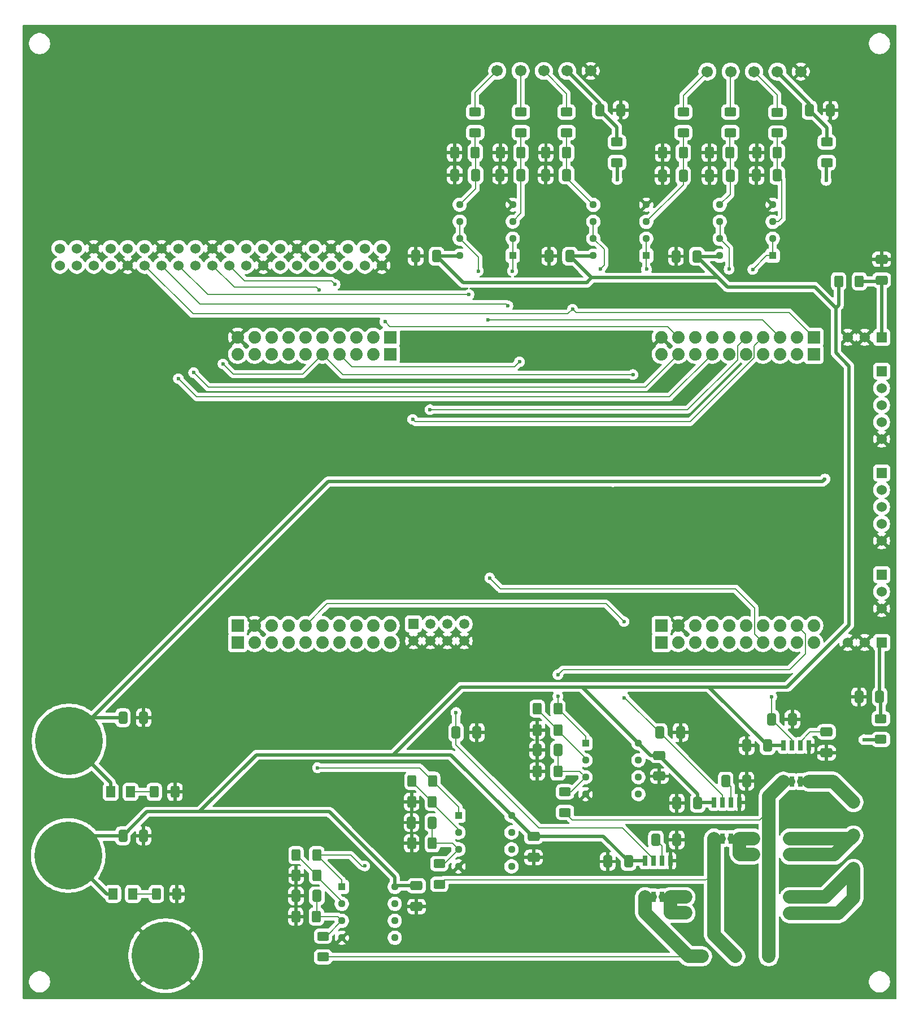
<source format=gtl>
%TF.GenerationSoftware,KiCad,Pcbnew,9.0.2*%
%TF.CreationDate,2025-06-02T11:57:38-04:00*%
%TF.ProjectId,Capstone_Interfacing_PCB,43617073-746f-46e6-955f-496e74657266,v0*%
%TF.SameCoordinates,Original*%
%TF.FileFunction,Copper,L1,Top*%
%TF.FilePolarity,Positive*%
%FSLAX46Y46*%
G04 Gerber Fmt 4.6, Leading zero omitted, Abs format (unit mm)*
G04 Created by KiCad (PCBNEW 9.0.2) date 2025-06-02 11:57:38*
%MOMM*%
%LPD*%
G01*
G04 APERTURE LIST*
G04 Aperture macros list*
%AMRoundRect*
0 Rectangle with rounded corners*
0 $1 Rounding radius*
0 $2 $3 $4 $5 $6 $7 $8 $9 X,Y pos of 4 corners*
0 Add a 4 corners polygon primitive as box body*
4,1,4,$2,$3,$4,$5,$6,$7,$8,$9,$2,$3,0*
0 Add four circle primitives for the rounded corners*
1,1,$1+$1,$2,$3*
1,1,$1+$1,$4,$5*
1,1,$1+$1,$6,$7*
1,1,$1+$1,$8,$9*
0 Add four rect primitives between the rounded corners*
20,1,$1+$1,$2,$3,$4,$5,0*
20,1,$1+$1,$4,$5,$6,$7,0*
20,1,$1+$1,$6,$7,$8,$9,0*
20,1,$1+$1,$8,$9,$2,$3,0*%
G04 Aperture macros list end*
%TA.AperFunction,ComponentPad*%
%ADD10C,1.530000*%
%TD*%
%TA.AperFunction,SMDPad,CuDef*%
%ADD11RoundRect,0.250000X0.625000X-0.400000X0.625000X0.400000X-0.625000X0.400000X-0.625000X-0.400000X0*%
%TD*%
%TA.AperFunction,SMDPad,CuDef*%
%ADD12RoundRect,0.250000X-0.412500X-0.650000X0.412500X-0.650000X0.412500X0.650000X-0.412500X0.650000X0*%
%TD*%
%TA.AperFunction,SMDPad,CuDef*%
%ADD13RoundRect,0.250000X0.412500X0.650000X-0.412500X0.650000X-0.412500X-0.650000X0.412500X-0.650000X0*%
%TD*%
%TA.AperFunction,SMDPad,CuDef*%
%ADD14RoundRect,0.250000X-0.400000X-0.625000X0.400000X-0.625000X0.400000X0.625000X-0.400000X0.625000X0*%
%TD*%
%TA.AperFunction,SMDPad,CuDef*%
%ADD15RoundRect,0.250001X0.462499X0.624999X-0.462499X0.624999X-0.462499X-0.624999X0.462499X-0.624999X0*%
%TD*%
%TA.AperFunction,ComponentPad*%
%ADD16C,1.701800*%
%TD*%
%TA.AperFunction,ComponentPad*%
%ADD17R,1.130000X1.130000*%
%TD*%
%TA.AperFunction,ComponentPad*%
%ADD18C,1.130000*%
%TD*%
%TA.AperFunction,SMDPad,CuDef*%
%ADD19R,0.650000X1.525000*%
%TD*%
%TA.AperFunction,ComponentPad*%
%ADD20C,10.160000*%
%TD*%
%TA.AperFunction,SMDPad,CuDef*%
%ADD21RoundRect,0.250000X-0.625000X0.400000X-0.625000X-0.400000X0.625000X-0.400000X0.625000X0.400000X0*%
%TD*%
%TA.AperFunction,ComponentPad*%
%ADD22R,1.879600X1.879600*%
%TD*%
%TA.AperFunction,ComponentPad*%
%ADD23C,1.879600*%
%TD*%
%TA.AperFunction,ComponentPad*%
%ADD24R,1.524000X1.524000*%
%TD*%
%TA.AperFunction,ComponentPad*%
%ADD25C,1.524000*%
%TD*%
%TA.AperFunction,ComponentPad*%
%ADD26R,1.500000X1.500000*%
%TD*%
%TA.AperFunction,ComponentPad*%
%ADD27C,1.500000*%
%TD*%
%TA.AperFunction,SMDPad,CuDef*%
%ADD28RoundRect,0.250000X-0.650000X0.412500X-0.650000X-0.412500X0.650000X-0.412500X0.650000X0.412500X0*%
%TD*%
%TA.AperFunction,SMDPad,CuDef*%
%ADD29RoundRect,0.250000X0.650000X-0.412500X0.650000X0.412500X-0.650000X0.412500X-0.650000X-0.412500X0*%
%TD*%
%TA.AperFunction,ComponentPad*%
%ADD30C,1.803400*%
%TD*%
%TA.AperFunction,ViaPad*%
%ADD31C,0.600000*%
%TD*%
%TA.AperFunction,ViaPad*%
%ADD32C,0.700000*%
%TD*%
%TA.AperFunction,Conductor*%
%ADD33C,0.200000*%
%TD*%
%TA.AperFunction,Conductor*%
%ADD34C,0.500000*%
%TD*%
%TA.AperFunction,Conductor*%
%ADD35C,2.000000*%
%TD*%
%TA.AperFunction,Conductor*%
%ADD36C,1.000000*%
%TD*%
G04 APERTURE END LIST*
D10*
%TO.P,J8,1*%
%TO.N,unconnected-(J8-Pad1)*%
X34100000Y-49540000D03*
%TO.P,J8,2*%
%TO.N,unconnected-(J8-Pad2)*%
X34100000Y-47000000D03*
%TO.P,J8,3*%
%TO.N,unconnected-(J8-Pad3)*%
X36640000Y-49540000D03*
%TO.P,J8,4*%
%TO.N,unconnected-(J8-Pad4)*%
X36640000Y-47000000D03*
%TO.P,J8,5*%
%TO.N,unconnected-(J8-Pad5)*%
X39180000Y-49540000D03*
%TO.P,J8,6*%
%TO.N,GND*%
X39180000Y-47000000D03*
%TO.P,J8,7*%
%TO.N,unconnected-(J8-Pad7)*%
X41720000Y-49540000D03*
%TO.P,J8,8*%
%TO.N,unconnected-(J8-Pad8)*%
X41720000Y-47000000D03*
%TO.P,J8,9*%
%TO.N,GND*%
X44260000Y-49540000D03*
%TO.P,J8,10*%
%TO.N,unconnected-(J8-Pad10)*%
X44260000Y-47000000D03*
%TO.P,J8,11*%
%TO.N,/Input Stage/ENC_A+_3.3*%
X46800000Y-49540000D03*
%TO.P,J8,12*%
%TO.N,unconnected-(J8-Pad12)*%
X46800000Y-47000000D03*
%TO.P,J8,13*%
%TO.N,/Input Stage/ENC_B+_3.3*%
X49340000Y-49540000D03*
%TO.P,J8,14*%
%TO.N,GND*%
X49340000Y-47000000D03*
%TO.P,J8,15*%
%TO.N,/Input Stage/ENC_Z+_3.3*%
X51880000Y-49540000D03*
%TO.P,J8,16*%
%TO.N,/Input Stage/HALL_A_3.3*%
X51880000Y-47000000D03*
%TO.P,J8,17*%
%TO.N,unconnected-(J8-Pad17)*%
X54420000Y-49540000D03*
%TO.P,J8,18*%
%TO.N,/Input Stage/HALL_B_3.3*%
X54420000Y-47000000D03*
%TO.P,J8,19*%
%TO.N,/LaunchPad/MOSI_A*%
X56960000Y-49540000D03*
%TO.P,J8,20*%
%TO.N,GND*%
X56960000Y-47000000D03*
%TO.P,J8,21*%
%TO.N,/LaunchPad/MISO_A*%
X59500000Y-49540000D03*
%TO.P,J8,22*%
%TO.N,/Input Stage/HALL_C_3.3*%
X59500000Y-47000000D03*
%TO.P,J8,23*%
%TO.N,/LaunchPad/SCLK_A*%
X62040000Y-49540000D03*
%TO.P,J8,24*%
%TO.N,/LaunchPad/CE0_A*%
X62040000Y-47000000D03*
%TO.P,J8,25*%
%TO.N,GND*%
X64580000Y-49540000D03*
%TO.P,J8,26*%
%TO.N,unconnected-(J8-Pad26)*%
X64580000Y-47000000D03*
%TO.P,J8,27*%
%TO.N,unconnected-(J8-Pad27)*%
X67120000Y-49540000D03*
%TO.P,J8,28*%
%TO.N,unconnected-(J8-Pad28)*%
X67120000Y-47000000D03*
%TO.P,J8,29*%
%TO.N,unconnected-(J8-Pad29)*%
X69660000Y-49540000D03*
%TO.P,J8,30*%
%TO.N,GND*%
X69660000Y-47000000D03*
%TO.P,J8,31*%
%TO.N,unconnected-(J8-Pad31)*%
X72200000Y-49540000D03*
%TO.P,J8,32*%
%TO.N,unconnected-(J8-Pad32)*%
X72200000Y-47000000D03*
%TO.P,J8,33*%
%TO.N,unconnected-(J8-Pad33)*%
X74740000Y-49540000D03*
%TO.P,J8,34*%
%TO.N,GND*%
X74740000Y-47000000D03*
%TO.P,J8,35*%
%TO.N,/LaunchPad/MISO_B*%
X77280000Y-49540000D03*
%TO.P,J8,36*%
%TO.N,/LaunchPad/CE2_B*%
X77280000Y-47000000D03*
%TO.P,J8,37*%
%TO.N,unconnected-(J8-Pad37)*%
X79820000Y-49540000D03*
%TO.P,J8,38*%
%TO.N,/LaunchPad/MOSI_B*%
X79820000Y-47000000D03*
%TO.P,J8,39*%
%TO.N,GND*%
X82360000Y-49540000D03*
%TO.P,J8,40*%
%TO.N,/LaunchPad/SCLK_B*%
X82360000Y-47000000D03*
%TD*%
D11*
%TO.P,R4,1*%
%TO.N,+5V*%
X117600000Y-34150000D03*
%TO.P,R4,2*%
%TO.N,Net-(C2-Pad1)*%
X117600000Y-31050000D03*
%TD*%
D12*
%TO.P,C18,1*%
%TO.N,/Input Stage/HALL_IC_V*%
X124000000Y-119510000D03*
%TO.P,C18,2*%
%TO.N,GND*%
X127125000Y-119510000D03*
%TD*%
D13*
%TO.P,C27,1*%
%TO.N,Net-(U6A-+)*%
X103212502Y-36000000D03*
%TO.P,C27,2*%
%TO.N,GND*%
X100087502Y-36000000D03*
%TD*%
D14*
%TO.P,R16,1*%
%TO.N,GND*%
X105650000Y-125350000D03*
%TO.P,R16,2*%
%TO.N,Net-(U3A-+)*%
X108750000Y-125350000D03*
%TD*%
D12*
%TO.P,C21,1*%
%TO.N,/Input Stage/HALL_IC_W*%
X140787500Y-117550000D03*
%TO.P,C21,2*%
%TO.N,GND*%
X143912500Y-117550000D03*
%TD*%
D15*
%TO.P,D2,1,K*%
%TO.N,Net-(D2-K)*%
X45043750Y-143700000D03*
%TO.P,D2,2,A*%
%TO.N,+3.3V*%
X42068750Y-143700000D03*
%TD*%
D16*
%TO.P,J5,1,1*%
%TO.N,GND*%
X145150003Y-20500000D03*
%TO.P,J5,2,2*%
%TO.N,Net-(C1-Pad1)*%
X141650002Y-20500000D03*
%TO.P,J5,3,3*%
%TO.N,/Input Stage/HALL_A*%
X138150002Y-20500000D03*
%TO.P,J5,4,4*%
%TO.N,/Input Stage/HALL_B*%
X134650001Y-20500000D03*
%TO.P,J5,5,5*%
%TO.N,/Input Stage/HALL_C*%
X131150000Y-20500000D03*
%TD*%
D17*
%TO.P,U4,1*%
%TO.N,/Input Stage/HALL_A_3.3*%
X140940000Y-48080000D03*
D18*
%TO.P,U4,2,-*%
X140940000Y-45540000D03*
%TO.P,U4,3,+*%
%TO.N,Net-(U4A-+)*%
X140940000Y-43000000D03*
%TO.P,U4,4,V-*%
%TO.N,GND*%
X140940000Y-40460000D03*
%TO.P,U4,5,+*%
%TO.N,Net-(U4B-+)*%
X133000000Y-40460000D03*
%TO.P,U4,6,-*%
%TO.N,/Input Stage/HALL_B_3.3*%
X133000000Y-43000000D03*
%TO.P,U4,7*%
X133000000Y-45540000D03*
%TO.P,U4,8,V+*%
%TO.N,+3.3V*%
X133000000Y-48080000D03*
%TD*%
D11*
%TO.P,R15,1*%
%TO.N,/Input Stage/Phase_W*%
X109800000Y-131500000D03*
%TO.P,R15,2*%
%TO.N,Net-(U3A-+)*%
X109800000Y-128400000D03*
%TD*%
D12*
%TO.P,C2,1*%
%TO.N,Net-(C2-Pad1)*%
X115050000Y-26250000D03*
%TO.P,C2,2*%
%TO.N,GND*%
X118175000Y-26250000D03*
%TD*%
D14*
%TO.P,R30,1*%
%TO.N,+3.3V*%
X150825000Y-51925000D03*
%TO.P,R30,2*%
%TO.N,Net-(U10I-+3V_J10)*%
X153925000Y-51925000D03*
%TD*%
%TO.P,R5,1*%
%TO.N,Net-(U1A--)*%
X69500000Y-137890000D03*
%TO.P,R5,2*%
%TO.N,/Input Stage/Phase_U_Filt*%
X72600000Y-137890000D03*
%TD*%
D19*
%TO.P,U7,1,IP+_1*%
%TO.N,/Input Stage/Phase_U*%
X121817500Y-144173000D03*
%TO.P,U7,2,IP+_2*%
X123087500Y-144173000D03*
%TO.P,U7,3,IP-_1*%
%TO.N,/Input Stage/Phase_U_Sensed*%
X124357500Y-144173000D03*
%TO.P,U7,4,IP-_2*%
X125627500Y-144173000D03*
%TO.P,U7,5,GND*%
%TO.N,GND*%
X125627500Y-138749000D03*
%TO.P,U7,6,FILTER*%
%TO.N,Net-(U7-FILTER)*%
X124357500Y-138749000D03*
%TO.P,U7,7,VIOUT*%
%TO.N,/Input Stage/HALL_IC_U*%
X123087500Y-138749000D03*
%TO.P,U7,8,VCC*%
%TO.N,+3.3V*%
X121817500Y-138749000D03*
%TD*%
D12*
%TO.P,C4,1*%
%TO.N,+5V*%
X43537500Y-117300000D03*
%TO.P,C4,2*%
%TO.N,GND*%
X46662500Y-117300000D03*
%TD*%
D14*
%TO.P,R20,1*%
%TO.N,GND*%
X131450003Y-32650000D03*
%TO.P,R20,2*%
%TO.N,Net-(U4B-+)*%
X134550003Y-32650000D03*
%TD*%
%TO.P,R22,1*%
%TO.N,GND*%
X124450003Y-32650000D03*
%TO.P,R22,2*%
%TO.N,Net-(U5A-+)*%
X127550003Y-32650000D03*
%TD*%
D20*
%TO.P,J2,1,Pin_1*%
%TO.N,+3.3V*%
X35350000Y-137950000D03*
%TD*%
D17*
%TO.P,U5,1*%
%TO.N,/Input Stage/HALL_C_3.3*%
X122000000Y-48080000D03*
D18*
%TO.P,U5,2,-*%
X122000000Y-45540000D03*
%TO.P,U5,3,+*%
%TO.N,Net-(U5A-+)*%
X122000000Y-43000000D03*
%TO.P,U5,4,V-*%
%TO.N,GND*%
X122000000Y-40460000D03*
%TO.P,U5,5,+*%
%TO.N,Net-(U5B-+)*%
X114060000Y-40460000D03*
%TO.P,U5,6,-*%
%TO.N,/Input Stage/ENC_A+_3.3*%
X114060000Y-43000000D03*
%TO.P,U5,7*%
X114060000Y-45540000D03*
%TO.P,U5,8,V+*%
%TO.N,+3.3V*%
X114060000Y-48080000D03*
%TD*%
D20*
%TO.P,J1,1,Pin_1*%
%TO.N,+5V*%
X35450000Y-120780000D03*
%TD*%
D13*
%TO.P,C13,1*%
%TO.N,Net-(U3A-+)*%
X108762500Y-122150000D03*
%TO.P,C13,2*%
%TO.N,GND*%
X105637500Y-122150000D03*
%TD*%
D14*
%TO.P,R13,1*%
%TO.N,Net-(U3A--)*%
X105650000Y-115950000D03*
%TO.P,R13,2*%
%TO.N,/Input Stage/Phase_W_Filt*%
X108750000Y-115950000D03*
%TD*%
D20*
%TO.P,J3,1,Pin_1*%
%TO.N,GND*%
X49950000Y-152950000D03*
%TD*%
D14*
%TO.P,R18,1*%
%TO.N,GND*%
X138550003Y-32650000D03*
%TO.P,R18,2*%
%TO.N,Net-(U4A-+)*%
X141650003Y-32650000D03*
%TD*%
D11*
%TO.P,R7,1*%
%TO.N,/Input Stage/Phase_U*%
X73550000Y-153140000D03*
%TO.P,R7,2*%
%TO.N,Net-(U1A-+)*%
X73550000Y-150040000D03*
%TD*%
D21*
%TO.P,R19,1*%
%TO.N,/Input Stage/HALL_B*%
X134600003Y-26550000D03*
%TO.P,R19,2*%
%TO.N,Net-(U4B-+)*%
X134600003Y-29650000D03*
%TD*%
D14*
%TO.P,R2,1*%
%TO.N,Net-(D2-K)*%
X48556250Y-143700000D03*
%TO.P,R2,2*%
%TO.N,GND*%
X51656250Y-143700000D03*
%TD*%
D22*
%TO.P,U10,J1_1,3.3V_J1*%
%TO.N,unconnected-(U10A-3.3V_J1-PadJ1_1)*%
X60750000Y-106030000D03*
D23*
%TO.P,U10,J1_2,GPIO32*%
%TO.N,unconnected-(U10A-GPIO32-PadJ1_2)*%
X63290000Y-106030000D03*
%TO.P,U10,J1_3,GPIO19/SCIRXDB*%
%TO.N,unconnected-(U10A-GPIO19{slash}SCIRXDB-PadJ1_3)*%
X65830000Y-106030000D03*
%TO.P,U10,J1_4,GPIO18/SCITXDB*%
%TO.N,unconnected-(U10A-GPIO18{slash}SCITXDB-PadJ1_4)*%
X68370000Y-106030000D03*
%TO.P,U10,J1_5,GPIO67*%
%TO.N,unconnected-(U10A-GPIO67-PadJ1_5)*%
X70910000Y-106030000D03*
%TO.P,U10,J1_6,GPIO111*%
%TO.N,unconnected-(U10A-GPIO111-PadJ1_6)*%
X73450000Y-106030000D03*
%TO.P,U10,J1_7,GPIO60/SPICLKA*%
%TO.N,/LaunchPad/SCLK_A*%
X75990000Y-106030000D03*
%TO.P,U10,J1_8,GPIO22*%
%TO.N,unconnected-(U10A-GPIO22-PadJ1_8)*%
X78530000Y-106030000D03*
%TO.P,U10,J1_9,GPIO105/I2CSCLA*%
%TO.N,unconnected-(U10A-GPIO105{slash}I2CSCLA-PadJ1_9)*%
X81070000Y-106030000D03*
%TO.P,U10,J1_10,GPIO104/I2CSDAA*%
%TO.N,unconnected-(U10A-GPIO104{slash}I2CSDAA-PadJ1_10)*%
X83610000Y-106030000D03*
D22*
%TO.P,U10,J2_1,GPIO29/OPXBAR6*%
%TO.N,unconnected-(U10B-GPIO29{slash}OPXBAR6-PadJ2_1)*%
X83610000Y-60310000D03*
D23*
%TO.P,U10,J2_2,GPIO125/SD1CLK2*%
%TO.N,unconnected-(U10B-GPIO125{slash}SD1CLK2-PadJ2_2)*%
X81070000Y-60310000D03*
%TO.P,U10,J2_3,GPIO124/SD1D2*%
%TO.N,unconnected-(U10B-GPIO124{slash}SD1D2-PadJ2_3)*%
X78530000Y-60310000D03*
%TO.P,U10,J2_4,GPIO59/SPIAMISO*%
%TO.N,/LaunchPad/MISO_A*%
X75990000Y-60310000D03*
%TO.P,U10,J2_5,GPIO58/SPIAMOSI*%
%TO.N,/LaunchPad/MOSI_A*%
X73450000Y-60310000D03*
%TO.P,U10,J2_6,~{RESET_J2}*%
%TO.N,unconnected-(U10B-~{RESET_J2}-PadJ2_6)*%
X70910000Y-60310000D03*
%TO.P,U10,J2_7,GPIO122/SD1D1*%
%TO.N,unconnected-(U10B-GPIO122{slash}SD1D1-PadJ2_7)*%
X68370000Y-60310000D03*
%TO.P,U10,J2_8,GPIO123/SD1CLK1*%
%TO.N,unconnected-(U10B-GPIO123{slash}SD1CLK1-PadJ2_8)*%
X65830000Y-60310000D03*
%TO.P,U10,J2_9,GPIO61/SPIACS*%
%TO.N,/LaunchPad/CE0_A*%
X63290000Y-60310000D03*
%TO.P,U10,J2_10,GND_J2*%
%TO.N,GND*%
X60750000Y-60310000D03*
D22*
%TO.P,U10,J3_1,+5V_J3*%
%TO.N,unconnected-(U10C-+5V_J3-PadJ3_1)*%
X60750000Y-103490000D03*
D23*
%TO.P,U10,J3_2,GND_J3*%
%TO.N,GND*%
X63290000Y-103490000D03*
%TO.P,U10,J3_3,ADCIN14/ANALOGIN*%
%TO.N,unconnected-(U10C-ADCIN14{slash}ANALOGIN-PadJ3_3)*%
X65830000Y-103490000D03*
%TO.P,U10,J3_4,ADCINC3/ANALOGIN*%
%TO.N,unconnected-(U10C-ADCINC3{slash}ANALOGIN-PadJ3_4)*%
X68370000Y-103490000D03*
%TO.P,U10,J3_5,ADCINB3/ANALOGIN*%
%TO.N,/Input Stage/HALL_IC_V*%
X70910000Y-103490000D03*
%TO.P,U10,J3_6,ADCINA3/ANALOGIN*%
%TO.N,/Input Stage/Phase_V_Filt*%
X73450000Y-103490000D03*
%TO.P,U10,J3_7,ADCINC2/ANALOGIN*%
%TO.N,unconnected-(U10C-ADCINC2{slash}ANALOGIN-PadJ3_7)*%
X75990000Y-103490000D03*
%TO.P,U10,J3_8,ADCINB2/ANALOGIN*%
%TO.N,/Input Stage/HALL_IC_U*%
X78530000Y-103490000D03*
%TO.P,U10,J3_9,ADCINA2/ANALOGIN*%
%TO.N,/Input Stage/Phase_U_Filt*%
X81070000Y-103490000D03*
%TO.P,U10,J3_10,ADCINA0/ANALOGIN(DACA)*%
%TO.N,unconnected-(U10C-ADCINA0{slash}ANALOGIN(DACA)-PadJ3_10)*%
X83610000Y-103490000D03*
D22*
%TO.P,U10,J4_1,PWM/BASED/DAC2*%
%TO.N,unconnected-(U10D-PWM{slash}BASED{slash}DAC2-PadJ4_1)*%
X83610000Y-62850000D03*
D23*
%TO.P,U10,J4_2,PWM/BASED/DAC1*%
%TO.N,unconnected-(U10D-PWM{slash}BASED{slash}DAC1-PadJ4_2)*%
X81070000Y-62850000D03*
%TO.P,U10,J4_3,GPIO16/OPXBAR7*%
%TO.N,unconnected-(U10D-GPIO16{slash}OPXBAR7-PadJ4_3)*%
X78530000Y-62850000D03*
%TO.P,U10,J4_4,GPIO24/OPXBAR1*%
%TO.N,/Input Stage/ENC_B+_3.3*%
X75990000Y-62850000D03*
%TO.P,U10,J4_5,GPIO5/PWMOUT3B*%
%TO.N,/Input Stage/HALL_C_3.3*%
X73450000Y-62850000D03*
%TO.P,U10,J4_6,GPIO4/PWMOUT3A*%
%TO.N,unconnected-(U10D-GPIO4{slash}PWMOUT3A-PadJ4_6)*%
X70910000Y-62850000D03*
%TO.P,U10,J4_7,GPIO3/PWMOUT2B*%
%TO.N,unconnected-(U10D-GPIO3{slash}PWMOUT2B-PadJ4_7)*%
X68370000Y-62850000D03*
%TO.P,U10,J4_8,GPIO2//PWMOUT2A*%
%TO.N,unconnected-(U10D-GPIO2{slash}{slash}PWMOUT2A-PadJ4_8)*%
X65830000Y-62850000D03*
%TO.P,U10,J4_9,GPIO1/PWMOUT1B*%
%TO.N,unconnected-(U10D-GPIO1{slash}PWMOUT1B-PadJ4_9)*%
X63290000Y-62850000D03*
%TO.P,U10,J4_10,GPIO0/PWMOUT1A*%
%TO.N,unconnected-(U10D-GPIO0{slash}PWMOUT1A-PadJ4_10)*%
X60750000Y-62850000D03*
D22*
%TO.P,U10,J5_1,3.3V_J5*%
%TO.N,unconnected-(U10E-3.3V_J5-PadJ5_1)*%
X124250000Y-106030000D03*
D23*
%TO.P,U10,J5_2,GPIO95*%
%TO.N,unconnected-(U10E-GPIO95-PadJ5_2)*%
X126790000Y-106030000D03*
%TO.P,U10,J5_3,GPIO139/SCICRX*%
%TO.N,unconnected-(U10E-GPIO139{slash}SCICRX-PadJ5_3)*%
X129330000Y-106030000D03*
%TO.P,U10,J5_4,GPIO56/SCICIX*%
%TO.N,unconnected-(U10E-GPIO56{slash}SCICIX-PadJ5_4)*%
X131870000Y-106030000D03*
%TO.P,U10,J5_5,GPIO97*%
%TO.N,unconnected-(U10E-GPIO97-PadJ5_5)*%
X134410000Y-106030000D03*
%TO.P,U10,J5_6,GPIO94*%
%TO.N,unconnected-(U10E-GPIO94-PadJ5_6)*%
X136950000Y-106030000D03*
%TO.P,U10,J5_7,GPIO65/SPIBCLK*%
%TO.N,/LaunchPad/SCLK_B*%
X139490000Y-106030000D03*
%TO.P,U10,J5_8,GPIO52*%
%TO.N,unconnected-(U10E-GPIO52-PadJ5_8)*%
X142030000Y-106030000D03*
%TO.P,U10,J5_9,GPIO41/I2CSCLB/J5*%
%TO.N,unconnected-(U10E-GPIO41{slash}I2CSCLB{slash}J5-PadJ5_9)*%
X144570000Y-106030000D03*
%TO.P,U10,J5_10,GPIO40/I2CSDAB/J5*%
%TO.N,unconnected-(U10E-GPIO40{slash}I2CSDAB{slash}J5-PadJ5_10)*%
X147110000Y-106030000D03*
D22*
%TO.P,U10,J6_1,GPIO25/OPXBAR2*%
%TO.N,/Input Stage/ENC_A+_3.3*%
X147110000Y-60310000D03*
D23*
%TO.P,U10,J6_2,GPIO27/SD2CLK2*%
%TO.N,unconnected-(U10F-GPIO27{slash}SD2CLK2-PadJ6_2)*%
X144570000Y-60310000D03*
%TO.P,U10,J6_3,GPIO26/SD2D2*%
%TO.N,/Input Stage/ENC_Z+_3.3*%
X142030000Y-60310000D03*
%TO.P,U10,J6_4,GPIO64/SPIBMISO*%
%TO.N,/LaunchPad/MISO_B*%
X139490000Y-60310000D03*
%TO.P,U10,J6_5,GPIO63/SPIBMOSI*%
%TO.N,/LaunchPad/MOSI_B*%
X136950000Y-60310000D03*
%TO.P,U10,J6_6,~{RESET_J6}*%
%TO.N,unconnected-(U10F-~{RESET_J6}-PadJ6_6)*%
X134410000Y-60310000D03*
%TO.P,U10,J6_7,GPIO130/SD2D1*%
%TO.N,unconnected-(U10F-GPIO130{slash}SD2D1-PadJ6_7)*%
X131870000Y-60310000D03*
%TO.P,U10,J6_8,GPIO131/SD2CLK1*%
%TO.N,unconnected-(U10F-GPIO131{slash}SD2CLK1-PadJ6_8)*%
X129330000Y-60310000D03*
%TO.P,U10,J6_9,GPIO66/SPIBCS*%
%TO.N,/LaunchPad/CE2_B*%
X126790000Y-60310000D03*
%TO.P,U10,J6_10,GND_J6*%
%TO.N,GND*%
X124250000Y-60310000D03*
D22*
%TO.P,U10,J7_1,+5V_J7*%
%TO.N,unconnected-(U10G-+5V_J7-PadJ7_1)*%
X124250000Y-103490000D03*
D23*
%TO.P,U10,J7_2,GND_J7*%
%TO.N,GND*%
X126790000Y-103490000D03*
%TO.P,U10,J7_3,ADCIN15/ANALOGIN*%
%TO.N,unconnected-(U10G-ADCIN15{slash}ANALOGIN-PadJ7_3)*%
X129330000Y-103490000D03*
%TO.P,U10,J7_4,ADCINC5/ANALOGIN*%
%TO.N,unconnected-(U10G-ADCINC5{slash}ANALOGIN-PadJ7_4)*%
X131870000Y-103490000D03*
%TO.P,U10,J7_5,ADCINB5/ANALOGIN*%
%TO.N,unconnected-(U10G-ADCINB5{slash}ANALOGIN-PadJ7_5)*%
X134410000Y-103490000D03*
%TO.P,U10,J7_6,ADCINA5/ANALOGIN*%
%TO.N,unconnected-(U10G-ADCINA5{slash}ANALOGIN-PadJ7_6)*%
X136950000Y-103490000D03*
%TO.P,U10,J7_7,ADCINC4/ANALOGIN*%
%TO.N,unconnected-(U10G-ADCINC4{slash}ANALOGIN-PadJ7_7)*%
X139490000Y-103490000D03*
%TO.P,U10,J7_8,ADCINB4/ANALOGIN*%
%TO.N,/Input Stage/HALL_IC_W*%
X142030000Y-103490000D03*
%TO.P,U10,J7_9,ADCINA4/ANALOGIN*%
%TO.N,/Input Stage/Phase_W_Filt*%
X144570000Y-103490000D03*
%TO.P,U10,J7_10,ADCINA1/ANALOGIN(DACB)*%
%TO.N,unconnected-(U10G-ADCINA1{slash}ANALOGIN(DACB)-PadJ7_10)*%
X147110000Y-103490000D03*
D22*
%TO.P,U10,J8_1,PWM/BASED/DAC4*%
%TO.N,unconnected-(U10H-PWM{slash}BASED{slash}DAC4-PadJ8_1)*%
X147110000Y-62850000D03*
D23*
%TO.P,U10,J8_2,PWM/BASED/DAC3*%
%TO.N,unconnected-(U10H-PWM{slash}BASED{slash}DAC3-PadJ8_2)*%
X144570000Y-62850000D03*
%TO.P,U10,J8_3,GPIO15/OPXBAR4*%
%TO.N,unconnected-(U10H-GPIO15{slash}OPXBAR4-PadJ8_3)*%
X142030000Y-62850000D03*
%TO.P,U10,J8_4,GPIO14/OPXBAR3*%
%TO.N,unconnected-(U10H-GPIO14{slash}OPXBAR3-PadJ8_4)*%
X139490000Y-62850000D03*
%TO.P,U10,J8_5,GPIO11/PWMOUT6B*%
%TO.N,unconnected-(U10H-GPIO11{slash}PWMOUT6B-PadJ8_5)*%
X136950000Y-62850000D03*
%TO.P,U10,J8_6,GPIO10/PWMOUT6A*%
%TO.N,unconnected-(U10H-GPIO10{slash}PWMOUT6A-PadJ8_6)*%
X134410000Y-62850000D03*
%TO.P,U10,J8_7,GPIO9/PWMOUT5B*%
%TO.N,/Input Stage/HALL_A_3.3*%
X131870000Y-62850000D03*
%TO.P,U10,J8_8,GPIO8/PWMOUT5A*%
%TO.N,unconnected-(U10H-GPIO8{slash}PWMOUT5A-PadJ8_8)*%
X129330000Y-62850000D03*
%TO.P,U10,J8_9,GPIO7/PWMOUT4B*%
%TO.N,/Input Stage/HALL_B_3.3*%
X126790000Y-62850000D03*
%TO.P,U10,J8_10,GPIO6/PWMOUT4A*%
%TO.N,unconnected-(U10H-GPIO6{slash}PWMOUT4A-PadJ8_10)*%
X124250000Y-62850000D03*
D24*
%TO.P,U10,J10_1,+3V_J10*%
%TO.N,Net-(U10I-+3V_J10)*%
X157270000Y-60310000D03*
D25*
%TO.P,U10,J10_2,GND_J10*%
%TO.N,GND*%
X154730000Y-60310000D03*
%TO.P,U10,J10_3,GND_J10__1*%
X152190000Y-60310000D03*
D24*
%TO.P,U10,J12_1,CANH*%
%TO.N,unconnected-(U10J-CANH-PadJ12_1)*%
X157270000Y-95870000D03*
D25*
%TO.P,U10,J12_2,CANL*%
%TO.N,unconnected-(U10J-CANL-PadJ12_2)*%
X157270000Y-98410000D03*
%TO.P,U10,J12_3,GND_J12*%
%TO.N,GND*%
X157270000Y-100950000D03*
D24*
%TO.P,U10,J14_1,EQEP1A*%
%TO.N,unconnected-(U10K-EQEP1A-PadJ14_1)*%
X157270000Y-65390000D03*
D25*
%TO.P,U10,J14_2,EQEP1B*%
%TO.N,unconnected-(U10K-EQEP1B-PadJ14_2)*%
X157270000Y-67930000D03*
%TO.P,U10,J14_3,EQEP1I*%
%TO.N,unconnected-(U10K-EQEP1I-PadJ14_3)*%
X157270000Y-70470000D03*
%TO.P,U10,J14_4,+5V_J14*%
%TO.N,unconnected-(U10K-+5V_J14-PadJ14_4)*%
X157270000Y-73010000D03*
%TO.P,U10,J14_5,GND_J14*%
%TO.N,GND*%
X157270000Y-75550000D03*
D24*
%TO.P,U10,J15_1,EQEP2A*%
%TO.N,unconnected-(U10L-EQEP2A-PadJ15_1)*%
X157270000Y-80630000D03*
D25*
%TO.P,U10,J15_2,EQEP2B*%
%TO.N,unconnected-(U10L-EQEP2B-PadJ15_2)*%
X157270000Y-83170000D03*
%TO.P,U10,J15_3,EQEP2I*%
%TO.N,unconnected-(U10L-EQEP2I-PadJ15_3)*%
X157270000Y-85710000D03*
%TO.P,U10,J15_4,+5V_J15*%
%TO.N,unconnected-(U10L-+5V_J15-PadJ15_4)*%
X157270000Y-88250000D03*
%TO.P,U10,J15_5,GND_J15*%
%TO.N,GND*%
X157270000Y-90790000D03*
D24*
%TO.P,U10,J16_1,+5V_J16*%
%TO.N,Net-(U10N-+5V_J16)*%
X157270000Y-106030000D03*
D25*
%TO.P,U10,J16_2,GND_J16*%
%TO.N,GND*%
X154730000Y-106030000D03*
%TO.P,U10,J16_3,GND_J16__1*%
X152190000Y-106030000D03*
D26*
%TO.P,U10,J21_1,ADCIND0*%
%TO.N,unconnected-(U10M-ADCIND0-PadJ21_1)*%
X87094000Y-103256000D03*
D27*
%TO.P,U10,J21_2,TP21/GND*%
%TO.N,GND*%
X87094000Y-105796000D03*
%TO.P,U10,J21_3,ADCIND1*%
%TO.N,unconnected-(U10M-ADCIND1-PadJ21_3)*%
X89634000Y-103256000D03*
%TO.P,U10,J21_4,TP22/GND*%
%TO.N,GND*%
X89634000Y-105796000D03*
%TO.P,U10,J21_5,ADCIND2*%
%TO.N,unconnected-(U10M-ADCIND2-PadJ21_5)*%
X92174000Y-103256000D03*
%TO.P,U10,J21_6,TP23/GND*%
%TO.N,GND*%
X92174000Y-105796000D03*
%TO.P,U10,J21_7,ADCIND3*%
%TO.N,unconnected-(U10M-ADCIND3-PadJ21_7)*%
X94714000Y-103256000D03*
%TO.P,U10,J21_8,TP24/GND*%
%TO.N,GND*%
X94714000Y-105796000D03*
%TD*%
D13*
%TO.P,C19,1*%
%TO.N,+3.3V*%
X129712500Y-130099500D03*
%TO.P,C19,2*%
%TO.N,GND*%
X126587500Y-130099500D03*
%TD*%
D21*
%TO.P,R23,1*%
%TO.N,/Input Stage/ENC_A+*%
X110050002Y-26550000D03*
%TO.P,R23,2*%
%TO.N,Net-(U5B-+)*%
X110050002Y-29650000D03*
%TD*%
D11*
%TO.P,R11,1*%
%TO.N,/Input Stage/Phase_V*%
X90970000Y-142260000D03*
%TO.P,R11,2*%
%TO.N,Net-(U2A-+)*%
X90970000Y-139160000D03*
%TD*%
D13*
%TO.P,C28,1*%
%TO.N,Net-(U6B-+)*%
X96400002Y-36000000D03*
%TO.P,C28,2*%
%TO.N,GND*%
X93275002Y-36000000D03*
%TD*%
%TO.P,C23,1*%
%TO.N,Net-(U4A-+)*%
X141650003Y-36050000D03*
%TO.P,C23,2*%
%TO.N,GND*%
X138525003Y-36050000D03*
%TD*%
D17*
%TO.P,U3,1*%
%TO.N,/Input Stage/Phase_W_Filt*%
X112880000Y-121140000D03*
D18*
%TO.P,U3,2,-*%
%TO.N,Net-(U3A--)*%
X112880000Y-123680000D03*
%TO.P,U3,3,+*%
%TO.N,Net-(U3A-+)*%
X112880000Y-126220000D03*
%TO.P,U3,4,V-*%
%TO.N,GND*%
X112880000Y-128760000D03*
%TO.P,U3,5,+*%
%TO.N,unconnected-(U3B-+-Pad5)*%
X120820000Y-128760000D03*
%TO.P,U3,6,-*%
%TO.N,unconnected-(U3B---Pad6)*%
X120820000Y-126220000D03*
%TO.P,U3,7*%
%TO.N,unconnected-(U3-Pad7)*%
X120820000Y-123680000D03*
%TO.P,U3,8,V+*%
%TO.N,+3.3V*%
X120820000Y-121140000D03*
%TD*%
D12*
%TO.P,C14,1*%
%TO.N,Net-(U7-FILTER)*%
X123437500Y-135600000D03*
%TO.P,C14,2*%
%TO.N,GND*%
X126562500Y-135600000D03*
%TD*%
D13*
%TO.P,C29,1*%
%TO.N,Net-(U10N-+5V_J16)*%
X156987500Y-114175000D03*
%TO.P,C29,2*%
%TO.N,GND*%
X153862500Y-114175000D03*
%TD*%
D21*
%TO.P,R21,1*%
%TO.N,/Input Stage/HALL_C*%
X127550003Y-26550000D03*
%TO.P,R21,2*%
%TO.N,Net-(U5A-+)*%
X127550003Y-29650000D03*
%TD*%
D12*
%TO.P,C3,1*%
%TO.N,+3.3V*%
X43537500Y-135000000D03*
%TO.P,C3,2*%
%TO.N,GND*%
X46662500Y-135000000D03*
%TD*%
D13*
%TO.P,C26,1*%
%TO.N,Net-(U5B-+)*%
X110050002Y-36000000D03*
%TO.P,C26,2*%
%TO.N,GND*%
X106925002Y-36000000D03*
%TD*%
D17*
%TO.P,U1,1*%
%TO.N,/Input Stage/Phase_U_Filt*%
X76350000Y-142650000D03*
D18*
%TO.P,U1,2,-*%
%TO.N,Net-(U1A--)*%
X76350000Y-145190000D03*
%TO.P,U1,3,+*%
%TO.N,Net-(U1A-+)*%
X76350000Y-147730000D03*
%TO.P,U1,4,V-*%
%TO.N,GND*%
X76350000Y-150270000D03*
%TO.P,U1,5,+*%
%TO.N,unconnected-(U1B-+-Pad5)*%
X84290000Y-150270000D03*
%TO.P,U1,6,-*%
%TO.N,unconnected-(U1B---Pad6)*%
X84290000Y-147730000D03*
%TO.P,U1,7*%
%TO.N,unconnected-(U1-Pad7)*%
X84290000Y-145190000D03*
%TO.P,U1,8,V+*%
%TO.N,+3.3V*%
X84290000Y-142650000D03*
%TD*%
D14*
%TO.P,R9,1*%
%TO.N,Net-(U2A--)*%
X86870000Y-126760000D03*
%TO.P,R9,2*%
%TO.N,/Input Stage/Phase_V_Filt*%
X89970000Y-126760000D03*
%TD*%
D13*
%TO.P,C24,1*%
%TO.N,Net-(U4B-+)*%
X134600002Y-36100000D03*
%TO.P,C24,2*%
%TO.N,GND*%
X131475002Y-36100000D03*
%TD*%
D11*
%TO.P,R29,1*%
%TO.N,+5V*%
X157150000Y-120550000D03*
%TO.P,R29,2*%
%TO.N,Net-(U10N-+5V_J16)*%
X157150000Y-117450000D03*
%TD*%
D14*
%TO.P,R28,1*%
%TO.N,GND*%
X93250002Y-32650000D03*
%TO.P,R28,2*%
%TO.N,Net-(U6B-+)*%
X96350002Y-32650000D03*
%TD*%
%TO.P,R8,1*%
%TO.N,GND*%
X69450000Y-147090000D03*
%TO.P,R8,2*%
%TO.N,Net-(U1A-+)*%
X72550000Y-147090000D03*
%TD*%
%TO.P,R12,1*%
%TO.N,GND*%
X86820000Y-136110000D03*
%TO.P,R12,2*%
%TO.N,Net-(U2A-+)*%
X89920000Y-136110000D03*
%TD*%
D13*
%TO.P,C16,1*%
%TO.N,+3.3V*%
X119330000Y-138849000D03*
%TO.P,C16,2*%
%TO.N,GND*%
X116205000Y-138849000D03*
%TD*%
%TO.P,C25,1*%
%TO.N,Net-(U5A-+)*%
X127525002Y-36100000D03*
%TO.P,C25,2*%
%TO.N,GND*%
X124400002Y-36100000D03*
%TD*%
D28*
%TO.P,C20,1*%
%TO.N,Net-(U9-FILTER)*%
X149000000Y-119437500D03*
%TO.P,C20,2*%
%TO.N,GND*%
X149000000Y-122562500D03*
%TD*%
D17*
%TO.P,U6,1*%
%TO.N,/Input Stage/ENC_B+_3.3*%
X101970000Y-48060000D03*
D18*
%TO.P,U6,2,-*%
X101970000Y-45520000D03*
%TO.P,U6,3,+*%
%TO.N,Net-(U6A-+)*%
X101970000Y-42980000D03*
%TO.P,U6,4,V-*%
%TO.N,GND*%
X101970000Y-40440000D03*
%TO.P,U6,5,+*%
%TO.N,Net-(U6B-+)*%
X94030000Y-40440000D03*
%TO.P,U6,6,-*%
%TO.N,/Input Stage/ENC_Z+_3.3*%
X94030000Y-42980000D03*
%TO.P,U6,7*%
X94030000Y-45520000D03*
%TO.P,U6,8,V+*%
%TO.N,+3.3V*%
X94030000Y-48060000D03*
%TD*%
D14*
%TO.P,R10,1*%
%TO.N,GND*%
X86820000Y-129910000D03*
%TO.P,R10,2*%
%TO.N,Net-(U2A--)*%
X89920000Y-129910000D03*
%TD*%
D28*
%TO.P,C5,1*%
%TO.N,+3.3V*%
X87550000Y-142487500D03*
%TO.P,C5,2*%
%TO.N,GND*%
X87550000Y-145612500D03*
%TD*%
D15*
%TO.P,D1,1,K*%
%TO.N,Net-(D1-K)*%
X44687500Y-128400000D03*
%TO.P,D1,2,A*%
%TO.N,+5V*%
X41712500Y-128400000D03*
%TD*%
D12*
%TO.P,C17,1*%
%TO.N,Net-(U8-FILTER)*%
X133887500Y-126800000D03*
%TO.P,C17,2*%
%TO.N,GND*%
X137012500Y-126800000D03*
%TD*%
D13*
%TO.P,C9,1*%
%TO.N,+3.3V*%
X110562500Y-48150000D03*
%TO.P,C9,2*%
%TO.N,GND*%
X107437500Y-48150000D03*
%TD*%
D12*
%TO.P,C1,1*%
%TO.N,Net-(C1-Pad1)*%
X146475000Y-26300000D03*
%TO.P,C1,2*%
%TO.N,GND*%
X149600000Y-26300000D03*
%TD*%
D21*
%TO.P,R17,1*%
%TO.N,/Input Stage/HALL_A*%
X141650003Y-26600000D03*
%TO.P,R17,2*%
%TO.N,Net-(U4A-+)*%
X141650003Y-29700000D03*
%TD*%
D29*
%TO.P,C30,1*%
%TO.N,Net-(U10I-+3V_J10)*%
X157275000Y-51737500D03*
%TO.P,C30,2*%
%TO.N,GND*%
X157275000Y-48612500D03*
%TD*%
D13*
%TO.P,C22,1*%
%TO.N,+3.3V*%
X140187500Y-121486000D03*
%TO.P,C22,2*%
%TO.N,GND*%
X137062500Y-121486000D03*
%TD*%
%TO.P,C11,1*%
%TO.N,Net-(U1A-+)*%
X72612500Y-143990000D03*
%TO.P,C11,2*%
%TO.N,GND*%
X69487500Y-143990000D03*
%TD*%
D14*
%TO.P,R24,1*%
%TO.N,GND*%
X106950002Y-32650000D03*
%TO.P,R24,2*%
%TO.N,Net-(U5B-+)*%
X110050002Y-32650000D03*
%TD*%
D28*
%TO.P,C7,1*%
%TO.N,+3.3V*%
X123950000Y-122937500D03*
%TO.P,C7,2*%
%TO.N,GND*%
X123950000Y-126062500D03*
%TD*%
D14*
%TO.P,R1,1*%
%TO.N,Net-(D1-K)*%
X48250000Y-128410000D03*
%TO.P,R1,2*%
%TO.N,GND*%
X51350000Y-128410000D03*
%TD*%
D13*
%TO.P,C8,1*%
%TO.N,+3.3V*%
X129562500Y-48175000D03*
%TO.P,C8,2*%
%TO.N,GND*%
X126437500Y-48175000D03*
%TD*%
D21*
%TO.P,R25,1*%
%TO.N,/Input Stage/ENC_B+*%
X103200002Y-26550000D03*
%TO.P,R25,2*%
%TO.N,Net-(U6A-+)*%
X103200002Y-29650000D03*
%TD*%
D17*
%TO.P,U2,1*%
%TO.N,/Input Stage/Phase_V_Filt*%
X93850000Y-131950000D03*
D18*
%TO.P,U2,2,-*%
%TO.N,Net-(U2A--)*%
X93850000Y-134490000D03*
%TO.P,U2,3,+*%
%TO.N,Net-(U2A-+)*%
X93850000Y-137030000D03*
%TO.P,U2,4,V-*%
%TO.N,GND*%
X93850000Y-139570000D03*
%TO.P,U2,5,+*%
%TO.N,unconnected-(U2B-+-Pad5)*%
X101790000Y-139570000D03*
%TO.P,U2,6,-*%
%TO.N,unconnected-(U2B---Pad6)*%
X101790000Y-137030000D03*
%TO.P,U2,7*%
%TO.N,unconnected-(U2-Pad7)*%
X101790000Y-134490000D03*
%TO.P,U2,8,V+*%
%TO.N,+3.3V*%
X101790000Y-131950000D03*
%TD*%
D30*
%TO.P,J4,1,1*%
%TO.N,/Input Stage/Phase_U*%
X130350000Y-153050000D03*
%TO.P,J4,2,2*%
%TO.N,/Input Stage/Phase_V*%
X135350000Y-153050000D03*
%TO.P,J4,3,3*%
%TO.N,/Input Stage/Phase_W*%
X140350000Y-153050000D03*
%TD*%
D19*
%TO.P,U8,1,IP+_1*%
%TO.N,/Input Stage/Phase_V*%
X132145000Y-135399500D03*
%TO.P,U8,2,IP+_2*%
X133415000Y-135399500D03*
%TO.P,U8,3,IP-_1*%
%TO.N,/Input Stage/Phase_V_Sensed*%
X134685000Y-135399500D03*
%TO.P,U8,4,IP-_2*%
X135955000Y-135399500D03*
%TO.P,U8,5,GND*%
%TO.N,GND*%
X135955000Y-129975500D03*
%TO.P,U8,6,FILTER*%
%TO.N,Net-(U8-FILTER)*%
X134685000Y-129975500D03*
%TO.P,U8,7,VIOUT*%
%TO.N,/Input Stage/HALL_IC_V*%
X133415000Y-129975500D03*
%TO.P,U8,8,VCC*%
%TO.N,+3.3V*%
X132145000Y-129975500D03*
%TD*%
D14*
%TO.P,R26,1*%
%TO.N,GND*%
X100100002Y-32650000D03*
%TO.P,R26,2*%
%TO.N,Net-(U6A-+)*%
X103200002Y-32650000D03*
%TD*%
D19*
%TO.P,U9,1,IP+_1*%
%TO.N,/Input Stage/Phase_W*%
X142550000Y-126874000D03*
%TO.P,U9,2,IP+_2*%
X143820000Y-126874000D03*
%TO.P,U9,3,IP-_1*%
%TO.N,/Input Stage/Phase_W_Sensed*%
X145090000Y-126874000D03*
%TO.P,U9,4,IP-_2*%
X146360000Y-126874000D03*
%TO.P,U9,5,GND*%
%TO.N,GND*%
X146360000Y-121450000D03*
%TO.P,U9,6,FILTER*%
%TO.N,Net-(U9-FILTER)*%
X145090000Y-121450000D03*
%TO.P,U9,7,VIOUT*%
%TO.N,/Input Stage/HALL_IC_W*%
X143820000Y-121450000D03*
%TO.P,U9,8,VCC*%
%TO.N,+3.3V*%
X142550000Y-121450000D03*
%TD*%
D14*
%TO.P,R6,1*%
%TO.N,GND*%
X69500000Y-140890000D03*
%TO.P,R6,2*%
%TO.N,Net-(U1A--)*%
X72600000Y-140890000D03*
%TD*%
D13*
%TO.P,C12,1*%
%TO.N,Net-(U2A-+)*%
X89922500Y-133010000D03*
%TO.P,C12,2*%
%TO.N,GND*%
X86797500Y-133010000D03*
%TD*%
D21*
%TO.P,R27,1*%
%TO.N,/Input Stage/ENC_Z+*%
X96350002Y-26550000D03*
%TO.P,R27,2*%
%TO.N,Net-(U6B-+)*%
X96350002Y-29650000D03*
%TD*%
D14*
%TO.P,R14,1*%
%TO.N,GND*%
X105650000Y-119150000D03*
%TO.P,R14,2*%
%TO.N,Net-(U3A--)*%
X108750000Y-119150000D03*
%TD*%
D13*
%TO.P,C10,1*%
%TO.N,+3.3V*%
X90562500Y-48150000D03*
%TO.P,C10,2*%
%TO.N,GND*%
X87437500Y-48150000D03*
%TD*%
D12*
%TO.P,C15,1*%
%TO.N,/Input Stage/HALL_IC_U*%
X93487500Y-119510000D03*
%TO.P,C15,2*%
%TO.N,GND*%
X96612500Y-119510000D03*
%TD*%
D28*
%TO.P,C6,1*%
%TO.N,+3.3V*%
X105100000Y-135100000D03*
%TO.P,C6,2*%
%TO.N,GND*%
X105100000Y-138225000D03*
%TD*%
D11*
%TO.P,R3,1*%
%TO.N,+5V*%
X149050000Y-34150000D03*
%TO.P,R3,2*%
%TO.N,Net-(C1-Pad1)*%
X149050000Y-31050000D03*
%TD*%
D16*
%TO.P,J6,1,1*%
%TO.N,GND*%
X113650002Y-20400000D03*
%TO.P,J6,2,2*%
%TO.N,Net-(C2-Pad1)*%
X110150001Y-20400000D03*
%TO.P,J6,3,3*%
%TO.N,/Input Stage/ENC_A+*%
X106650001Y-20400000D03*
%TO.P,J6,4,4*%
%TO.N,/Input Stage/ENC_B+*%
X103150000Y-20400000D03*
%TO.P,J6,5,5*%
%TO.N,/Input Stage/ENC_Z+*%
X99649999Y-20400000D03*
%TD*%
D30*
%TO.P,J7,1,1*%
%TO.N,/Input Stage/Phase_U_Sensed*%
X153050000Y-139950000D03*
%TO.P,J7,2,2*%
%TO.N,/Input Stage/Phase_V_Sensed*%
X153050000Y-134950000D03*
%TO.P,J7,3,3*%
%TO.N,/Input Stage/Phase_W_Sensed*%
X153050000Y-129950000D03*
%TD*%
D31*
%TO.N,GND*%
X131300000Y-29200000D03*
X138500000Y-29200000D03*
X107000000Y-28700000D03*
X92775000Y-61425000D03*
X145850000Y-116200000D03*
X65925000Y-50775000D03*
X153200000Y-56800000D03*
X89000000Y-43825000D03*
X65850000Y-48200000D03*
X125500000Y-61525000D03*
X100100000Y-28800000D03*
X110925000Y-61750000D03*
%TO.N,/Input Stage/HALL_IC_W*%
X140800000Y-114150000D03*
%TO.N,/Input Stage/HALL_IC_V*%
X118650000Y-102900000D03*
X118700000Y-114300000D03*
%TO.N,/Input Stage/HALL_IC_U*%
X93470000Y-116530000D03*
%TO.N,+5V*%
X117625000Y-36700000D03*
X148775000Y-81550000D03*
X148950000Y-36800000D03*
X154625000Y-120600000D03*
X116975000Y-81925000D03*
%TO.N,/Input Stage/Phase_U*%
X122550000Y-147250000D03*
D32*
%TO.N,/Input Stage/Phase_U_Sensed*%
X127873000Y-144173000D03*
X127875000Y-146550000D03*
D31*
X143500000Y-146600000D03*
X143500000Y-144175000D03*
%TO.N,/Input Stage/Phase_V_Sensed*%
X143500000Y-135400000D03*
D32*
X138075000Y-135425000D03*
X138075000Y-137775000D03*
D31*
X143500000Y-137825000D03*
%TO.N,/Input Stage/Phase_W_Sensed*%
X148500000Y-126874000D03*
%TO.N,/LaunchPad/MISO_B*%
X86975000Y-72600000D03*
%TO.N,/LaunchPad/SCLK_B*%
X98525000Y-96375000D03*
%TO.N,/LaunchPad/MISO_A*%
X75350000Y-52400000D03*
%TO.N,/LaunchPad/CE2_B*%
X82825000Y-57975000D03*
%TO.N,/LaunchPad/MOSI_B*%
X89575000Y-71150000D03*
%TO.N,/LaunchPad/MOSI_A*%
X72950000Y-53250000D03*
%TO.N,/Input Stage/Phase_U_Filt*%
X79800000Y-139500000D03*
%TO.N,/Input Stage/Phase_V_Filt*%
X72700000Y-124800000D03*
%TO.N,/Input Stage/Phase_W_Filt*%
X108750000Y-110850000D03*
X108750000Y-114100000D03*
%TO.N,/Input Stage/ENC_A+_3.3*%
X115125000Y-50050000D03*
X110950000Y-56100000D03*
%TO.N,/Input Stage/ENC_B+_3.3*%
X101250000Y-55600000D03*
X101950000Y-50375000D03*
X103000000Y-63975000D03*
%TO.N,/Input Stage/HALL_A_3.3*%
X51850000Y-66500000D03*
X137950000Y-50150000D03*
%TO.N,/Input Stage/HALL_B_3.3*%
X134400000Y-50100000D03*
X54150000Y-65600000D03*
%TO.N,/Input Stage/HALL_C_3.3*%
X58550000Y-64300000D03*
X120000000Y-65900000D03*
X122025000Y-50100000D03*
%TO.N,/Input Stage/ENC_Z+_3.3*%
X96800000Y-50375000D03*
X98250000Y-57700000D03*
X95425000Y-53900000D03*
%TD*%
D33*
%TO.N,Net-(U1A--)*%
X69500000Y-137890000D02*
X69600000Y-137890000D01*
X69600000Y-137890000D02*
X72600000Y-140890000D01*
X72600000Y-141100000D02*
X76350000Y-144850000D01*
X72600000Y-140890000D02*
X72600000Y-141100000D01*
X76350000Y-144850000D02*
X76350000Y-145190000D01*
%TO.N,/Input Stage/HALL_IC_W*%
X143820000Y-120582500D02*
X140787500Y-117550000D01*
X140787500Y-117550000D02*
X140787500Y-114162500D01*
X143820000Y-121450000D02*
X143820000Y-120582500D01*
X140787500Y-114162500D02*
X140800000Y-114150000D01*
%TO.N,Net-(U2A--)*%
X89920000Y-129910000D02*
X89920000Y-130120000D01*
X86870000Y-126760000D02*
X86870000Y-126860000D01*
X86870000Y-126860000D02*
X89920000Y-129910000D01*
X93850000Y-134050000D02*
X93850000Y-134490000D01*
X89920000Y-130120000D02*
X93850000Y-134050000D01*
%TO.N,/Input Stage/HALL_IC_V*%
X118650000Y-102900000D02*
X115975000Y-100225000D01*
X118790000Y-114300000D02*
X118700000Y-114300000D01*
X133415000Y-129975500D02*
X133415000Y-128925000D01*
X124000000Y-119510000D02*
X118790000Y-114300000D01*
X133415000Y-128925000D02*
X124000000Y-119510000D01*
X74175000Y-100225000D02*
X70910000Y-103490000D01*
X115975000Y-100225000D02*
X74175000Y-100225000D01*
%TO.N,Net-(U7-FILTER)*%
X124357500Y-136520000D02*
X124357500Y-138749000D01*
X123437500Y-135600000D02*
X124357500Y-136520000D01*
%TO.N,/Input Stage/HALL_IC_U*%
X93487500Y-119510000D02*
X93487500Y-116547500D01*
X118412000Y-133800000D02*
X105900000Y-133800000D01*
X93487500Y-121387500D02*
X93487500Y-119510000D01*
X123087500Y-138475500D02*
X118412000Y-133800000D01*
X105900000Y-133800000D02*
X93487500Y-121387500D01*
X123087500Y-138749000D02*
X123087500Y-138475500D01*
X93487500Y-116547500D02*
X93470000Y-116530000D01*
D34*
%TO.N,+3.3V*%
X93940000Y-48150000D02*
X94030000Y-48060000D01*
X115581000Y-135100000D02*
X105100000Y-135100000D01*
X134162500Y-52775000D02*
X132768750Y-51381250D01*
X131401500Y-112700000D02*
X112380000Y-112700000D01*
X113793750Y-51381250D02*
X110562500Y-48150000D01*
X84452500Y-142487500D02*
X84290000Y-142650000D01*
X129712500Y-128700000D02*
X123950000Y-122937500D01*
X90562500Y-48150000D02*
X93940000Y-48150000D01*
X150425000Y-55925000D02*
X150825000Y-55525000D01*
X119430000Y-138749000D02*
X119330000Y-138849000D01*
X119330000Y-138849000D02*
X115581000Y-135100000D01*
X152400000Y-64625000D02*
X150425000Y-62650000D01*
X132145000Y-129975500D02*
X129836500Y-129975500D01*
X74500000Y-131400000D02*
X84290000Y-141190000D01*
X123950000Y-122937500D02*
X122617500Y-122937500D01*
X110562500Y-48150000D02*
X113990000Y-48150000D01*
X38300000Y-135000000D02*
X43537500Y-135000000D01*
X63550000Y-122850000D02*
X84000000Y-122850000D01*
X104940000Y-135100000D02*
X101790000Y-131950000D01*
X94537500Y-52125000D02*
X90562500Y-48150000D01*
X121817500Y-138749000D02*
X119430000Y-138749000D01*
X131401500Y-112700000D02*
X143100000Y-112700000D01*
X84050000Y-122850000D02*
X84000000Y-122850000D01*
X84000000Y-122850000D02*
X92690000Y-122850000D01*
X87550000Y-142487500D02*
X84452500Y-142487500D01*
X55000000Y-131400000D02*
X63550000Y-122850000D01*
X113990000Y-48150000D02*
X114060000Y-48080000D01*
X140223500Y-121450000D02*
X140187500Y-121486000D01*
X35350000Y-137950000D02*
X38300000Y-135000000D01*
X35350000Y-137950000D02*
X41100000Y-143700000D01*
X47137500Y-131400000D02*
X55000000Y-131400000D01*
X94200000Y-112700000D02*
X112380000Y-112700000D01*
X94200000Y-112700000D02*
X84050000Y-122850000D01*
X41100000Y-143700000D02*
X42068750Y-143700000D01*
X150425000Y-62650000D02*
X150425000Y-55925000D01*
X150825000Y-55525000D02*
X150825000Y-51925000D01*
X147275000Y-52775000D02*
X134162500Y-52775000D01*
X132905000Y-48175000D02*
X133000000Y-48080000D01*
X152400000Y-103400000D02*
X152400000Y-64625000D01*
X142550000Y-121450000D02*
X140223500Y-121450000D01*
X55000000Y-131400000D02*
X74500000Y-131400000D01*
X105100000Y-135100000D02*
X104940000Y-135100000D01*
X113050000Y-52125000D02*
X94537500Y-52125000D01*
X132768750Y-51381250D02*
X113793750Y-51381250D01*
X113793750Y-51381250D02*
X113050000Y-52125000D01*
X129836500Y-129975500D02*
X129712500Y-130099500D01*
X132768750Y-51381250D02*
X129562500Y-48175000D01*
X112380000Y-112700000D02*
X120820000Y-121140000D01*
X143100000Y-112700000D02*
X152400000Y-103400000D01*
X92690000Y-122850000D02*
X101790000Y-131950000D01*
X84290000Y-141190000D02*
X84290000Y-142650000D01*
X129712500Y-130099500D02*
X129712500Y-128700000D01*
X122617500Y-122937500D02*
X120820000Y-121140000D01*
X140187500Y-121486000D02*
X131401500Y-112700000D01*
X43537500Y-135000000D02*
X47137500Y-131400000D01*
X150425000Y-55925000D02*
X147275000Y-52775000D01*
X129562500Y-48175000D02*
X132905000Y-48175000D01*
%TO.N,+5V*%
X148950000Y-34250000D02*
X149050000Y-34150000D01*
X116975000Y-81925000D02*
X148400000Y-81925000D01*
X74305000Y-81925000D02*
X116975000Y-81925000D01*
X117625000Y-36700000D02*
X117625000Y-34175000D01*
X35450000Y-120780000D02*
X41712500Y-127042500D01*
X35450000Y-120780000D02*
X74305000Y-81925000D01*
X157100000Y-120600000D02*
X157150000Y-120550000D01*
X148950000Y-36800000D02*
X148950000Y-34250000D01*
X117625000Y-34175000D02*
X117600000Y-34150000D01*
X41712500Y-127042500D02*
X41712500Y-128400000D01*
X38930000Y-117300000D02*
X43537500Y-117300000D01*
X148400000Y-81925000D02*
X148775000Y-81550000D01*
X154625000Y-120600000D02*
X157100000Y-120600000D01*
X35450000Y-120780000D02*
X38930000Y-117300000D01*
D33*
%TO.N,Net-(D1-K)*%
X48240000Y-128400000D02*
X48250000Y-128410000D01*
X44687500Y-128400000D02*
X48240000Y-128400000D01*
%TO.N,Net-(D2-K)*%
X45043750Y-143700000D02*
X48556250Y-143700000D01*
%TO.N,/Input Stage/HALL_C*%
X127550003Y-24099997D02*
X131150000Y-20500000D01*
X127550003Y-26550000D02*
X127550003Y-24099997D01*
%TO.N,/Input Stage/HALL_B*%
X134600003Y-26550000D02*
X134600003Y-20549998D01*
X134600003Y-20549998D02*
X134650001Y-20500000D01*
%TO.N,/Input Stage/HALL_A*%
X141650003Y-24000001D02*
X138150002Y-20500000D01*
X141650003Y-26600000D02*
X141650003Y-24000001D01*
%TO.N,/Input Stage/ENC_B+*%
X103200002Y-26550000D02*
X103200002Y-20450002D01*
X103200002Y-20450002D02*
X103150000Y-20400000D01*
D34*
%TO.N,Net-(C1-Pad1)*%
X149050000Y-28875000D02*
X146475000Y-26300000D01*
X146475000Y-26300000D02*
X146475000Y-25324998D01*
X149050000Y-31050000D02*
X149050000Y-28875000D01*
X146475000Y-25324998D02*
X141650002Y-20500000D01*
D33*
%TO.N,/Input Stage/ENC_Z+*%
X96350002Y-26550000D02*
X96350002Y-23699997D01*
X96350002Y-23699997D02*
X99649999Y-20400000D01*
%TO.N,/Input Stage/ENC_A+*%
X110050002Y-23800001D02*
X106650001Y-20400000D01*
X110050002Y-26550000D02*
X110050002Y-23800001D01*
D35*
%TO.N,/Input Stage/Phase_U*%
X128350000Y-153050000D02*
X122550000Y-147250000D01*
D33*
X128350000Y-153050000D02*
X127050000Y-153050000D01*
X126960000Y-153140000D02*
X73550000Y-153140000D01*
X127050000Y-153050000D02*
X126960000Y-153140000D01*
D35*
X130350000Y-153050000D02*
X128350000Y-153050000D01*
X121817500Y-146517500D02*
X121817500Y-144173000D01*
X122550000Y-147250000D02*
X121817500Y-146517500D01*
D36*
X123087500Y-144173000D02*
X121817500Y-144173000D01*
D35*
%TO.N,/Input Stage/Phase_W*%
X140350000Y-129074000D02*
X142550000Y-126874000D01*
D33*
X139000000Y-132600000D02*
X140350000Y-131250000D01*
X139000000Y-132600000D02*
X110900000Y-132600000D01*
D35*
X140350000Y-132400000D02*
X140350000Y-129074000D01*
D33*
X140350000Y-131250000D02*
X140350000Y-129074000D01*
D35*
X140350000Y-153050000D02*
X140350000Y-132400000D01*
D36*
X143820000Y-126874000D02*
X142550000Y-126874000D01*
D33*
X110900000Y-132600000D02*
X109800000Y-131500000D01*
D35*
%TO.N,/Input Stage/Phase_V*%
X135350000Y-153050000D02*
X132145000Y-149845000D01*
X132145000Y-141500000D02*
X132145000Y-135399500D01*
D33*
X132145000Y-141500000D02*
X131000000Y-141500000D01*
X130900000Y-141600000D02*
X91630000Y-141600000D01*
X91630000Y-141600000D02*
X90970000Y-142260000D01*
D36*
X133415000Y-135399500D02*
X132145000Y-135399500D01*
D33*
X131000000Y-141500000D02*
X130900000Y-141600000D01*
D35*
X132145000Y-149845000D02*
X132145000Y-141500000D01*
%TO.N,/Input Stage/Phase_U_Sensed*%
X125650000Y-146550000D02*
X127875000Y-146550000D01*
X125627500Y-146527500D02*
X125650000Y-146550000D01*
D36*
X124357500Y-144173000D02*
X125627500Y-144173000D01*
D35*
X148825000Y-144175000D02*
X153050000Y-139950000D01*
X125627500Y-144173000D02*
X125627500Y-146527500D01*
X153050000Y-144350000D02*
X153050000Y-139950000D01*
X143500000Y-146600000D02*
X150800000Y-146600000D01*
X150800000Y-146600000D02*
X153050000Y-144350000D01*
X143500000Y-144175000D02*
X148825000Y-144175000D01*
X125627500Y-144173000D02*
X127873000Y-144173000D01*
%TO.N,/Input Stage/Phase_V_Sensed*%
X135955000Y-135399500D02*
X135955000Y-137680000D01*
X152600000Y-135400000D02*
X153050000Y-134950000D01*
X136050000Y-137775000D02*
X138075000Y-137775000D01*
X135955000Y-135399500D02*
X138049500Y-135399500D01*
X150175000Y-137825000D02*
X153050000Y-134950000D01*
X143500000Y-135400000D02*
X152600000Y-135400000D01*
D36*
X134685000Y-135399500D02*
X135955000Y-135399500D01*
D35*
X135955000Y-137680000D02*
X136050000Y-137775000D01*
X143500000Y-137825000D02*
X150175000Y-137825000D01*
X138049500Y-135399500D02*
X138075000Y-135425000D01*
%TO.N,/Input Stage/Phase_W_Sensed*%
X149974000Y-126874000D02*
X153050000Y-129950000D01*
X146360000Y-126874000D02*
X149974000Y-126874000D01*
D36*
X146360000Y-126874000D02*
X145090000Y-126874000D01*
D34*
%TO.N,Net-(C2-Pad1)*%
X117600000Y-31050000D02*
X117600000Y-28800000D01*
D33*
X114900000Y-26400000D02*
X115050000Y-26250000D01*
D34*
X117600000Y-28800000D02*
X115050000Y-26250000D01*
D33*
X114800000Y-26500000D02*
X115050000Y-26250000D01*
D34*
X115050000Y-26250000D02*
X115050000Y-25299999D01*
X115050000Y-25299999D02*
X110150001Y-20400000D01*
D33*
%TO.N,/LaunchPad/MISO_B*%
X138190800Y-63363957D02*
X128579757Y-72975000D01*
X138190800Y-61609200D02*
X138190800Y-63363957D01*
X87350000Y-72975000D02*
X86975000Y-72600000D01*
X128579757Y-72975000D02*
X87350000Y-72975000D01*
X139490000Y-60310000D02*
X138190800Y-61609200D01*
%TO.N,Net-(U3A--)*%
X108750000Y-119250000D02*
X112880000Y-123380000D01*
X108750000Y-119150000D02*
X108750000Y-119250000D01*
X105650000Y-115950000D02*
X105650000Y-116050000D01*
X105650000Y-116050000D02*
X108750000Y-119150000D01*
X112880000Y-123380000D02*
X112880000Y-123680000D01*
%TO.N,/LaunchPad/SCLK_B*%
X138225000Y-100850000D02*
X138225000Y-104765000D01*
X138225000Y-104765000D02*
X139490000Y-106030000D01*
X100150000Y-98000000D02*
X135375000Y-98000000D01*
X135375000Y-98000000D02*
X138225000Y-100850000D01*
X98525000Y-96375000D02*
X100150000Y-98000000D01*
%TO.N,Net-(U8-FILTER)*%
X134685000Y-127597500D02*
X134685000Y-129975500D01*
X133887500Y-126800000D02*
X134685000Y-127597500D01*
%TO.N,/LaunchPad/MISO_A*%
X74800000Y-51850000D02*
X61810000Y-51850000D01*
X75350000Y-52400000D02*
X74800000Y-51850000D01*
X61810000Y-51850000D02*
X59500000Y-49540000D01*
%TO.N,/LaunchPad/CE2_B*%
X125180000Y-58700000D02*
X126790000Y-60310000D01*
X83550000Y-58700000D02*
X125180000Y-58700000D01*
X82825000Y-57975000D02*
X83550000Y-58700000D01*
%TO.N,/LaunchPad/MOSI_B*%
X135675000Y-61585000D02*
X136950000Y-60310000D01*
X135675000Y-63675000D02*
X128200000Y-71150000D01*
X128200000Y-71150000D02*
X89575000Y-71150000D01*
X135675000Y-63675000D02*
X135675000Y-61585000D01*
%TO.N,/LaunchPad/MOSI_A*%
X60220000Y-52800000D02*
X56960000Y-49540000D01*
X72950000Y-53250000D02*
X72500000Y-52800000D01*
X72500000Y-52800000D02*
X60220000Y-52800000D01*
%TO.N,Net-(U9-FILTER)*%
X145090000Y-120910000D02*
X146562500Y-119437500D01*
X145090000Y-121450000D02*
X145090000Y-120910000D01*
X146562500Y-119437500D02*
X149000000Y-119437500D01*
%TO.N,Net-(U4A-+)*%
X142300000Y-42475000D02*
X141775000Y-43000000D01*
X141775000Y-43000000D02*
X140940000Y-43000000D01*
X141650003Y-36050000D02*
X141650003Y-32650000D01*
X141650003Y-29700000D02*
X141650003Y-32650000D01*
X141650003Y-36050000D02*
X142300000Y-36699997D01*
X142300000Y-36699997D02*
X142300000Y-42475000D01*
%TO.N,Net-(U1A-+)*%
X72612500Y-147027500D02*
X72550000Y-147090000D01*
X74040000Y-150040000D02*
X76350000Y-147730000D01*
X72612500Y-143990000D02*
X72612500Y-147027500D01*
X75710000Y-147090000D02*
X76350000Y-147730000D01*
X72550000Y-147090000D02*
X75710000Y-147090000D01*
X73550000Y-150040000D02*
X74040000Y-150040000D01*
%TO.N,Net-(U2A-+)*%
X89920000Y-136110000D02*
X92930000Y-136110000D01*
X91720000Y-139160000D02*
X93850000Y-137030000D01*
X89922500Y-136107500D02*
X89920000Y-136110000D01*
X90970000Y-139160000D02*
X91720000Y-139160000D01*
X92930000Y-136110000D02*
X93850000Y-137030000D01*
X89922500Y-133010000D02*
X89922500Y-136107500D01*
%TO.N,Net-(U3A-+)*%
X110700000Y-128400000D02*
X112880000Y-126220000D01*
X108750000Y-125350000D02*
X108750000Y-122162500D01*
X108750000Y-122162500D02*
X108762500Y-122150000D01*
X112010000Y-125350000D02*
X112880000Y-126220000D01*
X108750000Y-125350000D02*
X112010000Y-125350000D01*
X109800000Y-128400000D02*
X110700000Y-128400000D01*
%TO.N,/Input Stage/Phase_U_Filt*%
X79350000Y-139550000D02*
X77690000Y-137890000D01*
X77690000Y-137890000D02*
X72600000Y-137890000D01*
X76350000Y-141640000D02*
X72600000Y-137890000D01*
X76350000Y-142650000D02*
X76350000Y-141640000D01*
X79750000Y-139550000D02*
X79350000Y-139550000D01*
X79800000Y-139500000D02*
X79750000Y-139550000D01*
%TO.N,/Input Stage/Phase_V_Filt*%
X93850000Y-130640000D02*
X89970000Y-126760000D01*
X88010000Y-124800000D02*
X72700000Y-124800000D01*
X93850000Y-131950000D02*
X93850000Y-130640000D01*
X89970000Y-126760000D02*
X88010000Y-124800000D01*
%TO.N,/Input Stage/Phase_W_Filt*%
X108750000Y-115950000D02*
X108750000Y-114100000D01*
X145850000Y-107700000D02*
X145850000Y-104770000D01*
X108750000Y-110850000D02*
X109500000Y-110100000D01*
X112880000Y-121140000D02*
X112880000Y-120080000D01*
X109500000Y-110100000D02*
X143450000Y-110100000D01*
X145850000Y-104770000D02*
X144570000Y-103490000D01*
X143450000Y-110100000D02*
X145850000Y-107700000D01*
X112880000Y-120080000D02*
X108750000Y-115950000D01*
%TO.N,/Input Stage/ENC_A+_3.3*%
X110250000Y-56800000D02*
X54060000Y-56800000D01*
X110950000Y-56100000D02*
X110250000Y-56800000D01*
X111000000Y-56100000D02*
X111500000Y-56600000D01*
X110950000Y-56100000D02*
X111000000Y-56100000D01*
X54060000Y-56800000D02*
X46800000Y-49540000D01*
X114060000Y-45540000D02*
X115675000Y-47155000D01*
X47100000Y-49840000D02*
X46800000Y-49840000D01*
X115675000Y-49500000D02*
X115125000Y-50050000D01*
X111500000Y-56600000D02*
X143400000Y-56600000D01*
X143400000Y-56600000D02*
X147110000Y-60310000D01*
X115675000Y-47155000D02*
X115675000Y-49500000D01*
X114060000Y-43000000D02*
X114060000Y-45540000D01*
%TO.N,/Input Stage/ENC_B+_3.3*%
X100950000Y-55300000D02*
X101250000Y-55600000D01*
X55100000Y-55300000D02*
X100950000Y-55300000D01*
X77865000Y-64725000D02*
X75990000Y-62850000D01*
X49340000Y-49540000D02*
X55100000Y-55300000D01*
X102250000Y-64725000D02*
X77865000Y-64725000D01*
X101970000Y-45520000D02*
X101970000Y-48060000D01*
X103000000Y-63975000D02*
X102250000Y-64725000D01*
X101950000Y-50375000D02*
X101970000Y-50355000D01*
X101970000Y-50355000D02*
X101970000Y-48060000D01*
%TO.N,/Input Stage/HALL_A_3.3*%
X51850000Y-66500000D02*
X54600000Y-69250000D01*
X125470000Y-69250000D02*
X131870000Y-62850000D01*
X137950000Y-50150000D02*
X137950000Y-50325000D01*
X54600000Y-69250000D02*
X125470000Y-69250000D01*
X140970000Y-45270000D02*
X140970000Y-47810000D01*
X140020000Y-48080000D02*
X140940000Y-48080000D01*
X137950000Y-50150000D02*
X140020000Y-48080000D01*
%TO.N,/Input Stage/HALL_B_3.3*%
X121865000Y-67775000D02*
X126790000Y-62850000D01*
X133000000Y-45540000D02*
X134400000Y-46940000D01*
X133030000Y-45270000D02*
X133030000Y-42730000D01*
X54150000Y-65600000D02*
X56325000Y-67775000D01*
X134400000Y-46940000D02*
X134400000Y-50100000D01*
X56325000Y-67775000D02*
X121865000Y-67775000D01*
%TO.N,/Input Stage/HALL_C_3.3*%
X122000000Y-48080000D02*
X122000000Y-45540000D01*
X120000000Y-65900000D02*
X76500000Y-65900000D01*
X122000000Y-50075000D02*
X122025000Y-50100000D01*
X58550000Y-64300000D02*
X60050000Y-65800000D01*
X76500000Y-65900000D02*
X73450000Y-62850000D01*
X70500000Y-65800000D02*
X73450000Y-62850000D01*
X60050000Y-65800000D02*
X70500000Y-65800000D01*
X122000000Y-48080000D02*
X122000000Y-50075000D01*
%TO.N,Net-(U4B-+)*%
X134600002Y-32699999D02*
X134550003Y-32650000D01*
X134550003Y-32650000D02*
X134550003Y-29700000D01*
X134550003Y-29700000D02*
X134600003Y-29650000D01*
X134600002Y-38859998D02*
X134600002Y-36100000D01*
X134600002Y-36100000D02*
X134600002Y-32699999D01*
X133000000Y-40460000D02*
X134600002Y-38859998D01*
%TO.N,Net-(U5A-+)*%
X122000000Y-43000000D02*
X127525002Y-37474998D01*
X127525002Y-32675001D02*
X127550003Y-32650000D01*
X127550003Y-32650000D02*
X127550003Y-29650000D01*
X127525002Y-37474998D02*
X127525002Y-36100000D01*
X127525002Y-36100000D02*
X127525002Y-32675001D01*
%TO.N,Net-(U5B-+)*%
X110050002Y-36450002D02*
X110050002Y-36000000D01*
X110050002Y-32650000D02*
X110050002Y-29650000D01*
X114060000Y-40460000D02*
X110050002Y-36450002D01*
X110050002Y-36000000D02*
X110050002Y-32650000D01*
%TO.N,Net-(U6A-+)*%
X103212502Y-36000000D02*
X103212502Y-41737498D01*
X103200002Y-32650000D02*
X103200002Y-29650000D01*
X103212502Y-36000000D02*
X103212502Y-32662500D01*
X103212502Y-32662500D02*
X103200002Y-32650000D01*
X103212502Y-41737498D02*
X101970000Y-42980000D01*
%TO.N,Net-(U6B-+)*%
X96400002Y-36000000D02*
X96400002Y-32700000D01*
X96350002Y-32650000D02*
X96350002Y-29650000D01*
X96400002Y-38069998D02*
X94030000Y-40440000D01*
X96400002Y-36000000D02*
X96400002Y-38069998D01*
X96400002Y-32700000D02*
X96350002Y-32650000D01*
D34*
%TO.N,Net-(U10N-+5V_J16)*%
X156987500Y-114175000D02*
X156987500Y-106312500D01*
X157150000Y-114337500D02*
X156987500Y-114175000D01*
X156987500Y-106312500D02*
X157270000Y-106030000D01*
X157150000Y-117450000D02*
X157150000Y-114337500D01*
%TO.N,Net-(U10I-+3V_J10)*%
X154175000Y-52175000D02*
X154175000Y-51350000D01*
X157275000Y-51737500D02*
X157275000Y-53825000D01*
D33*
X157250000Y-60290000D02*
X157270000Y-60310000D01*
D34*
X153925000Y-51925000D02*
X157087500Y-51925000D01*
X157087500Y-51925000D02*
X157275000Y-51737500D01*
X157275000Y-53825000D02*
X157270000Y-53830000D01*
X157270000Y-53830000D02*
X157270000Y-60310000D01*
D33*
%TO.N,/Input Stage/ENC_Z+_3.3*%
X98250000Y-57700000D02*
X139420000Y-57700000D01*
X95425000Y-53900000D02*
X56240000Y-53900000D01*
X56240000Y-53900000D02*
X51880000Y-49540000D01*
X96800000Y-48290000D02*
X94030000Y-45520000D01*
X139420000Y-57700000D02*
X142030000Y-60310000D01*
X94030000Y-42980000D02*
X94030000Y-45520000D01*
X96800000Y-50375000D02*
X96800000Y-48290000D01*
%TD*%
%TA.AperFunction,Conductor*%
%TO.N,GND*%
G36*
X127969559Y-104316007D02*
G01*
X127978464Y-104315306D01*
X128014701Y-104287364D01*
X128084315Y-104281385D01*
X128146110Y-104313991D01*
X128160007Y-104330030D01*
X128231394Y-104428286D01*
X128231398Y-104428291D01*
X128391708Y-104588601D01*
X128391713Y-104588605D01*
X128489542Y-104659682D01*
X128532208Y-104715012D01*
X128538187Y-104784625D01*
X128505582Y-104846420D01*
X128489542Y-104860318D01*
X128391713Y-104931394D01*
X128391708Y-104931398D01*
X128231398Y-105091708D01*
X128231394Y-105091713D01*
X128160318Y-105189542D01*
X128104988Y-105232208D01*
X128035375Y-105238187D01*
X127973580Y-105205582D01*
X127959682Y-105189542D01*
X127888605Y-105091713D01*
X127888601Y-105091708D01*
X127728291Y-104931398D01*
X127728286Y-104931394D01*
X127630030Y-104860007D01*
X127587364Y-104804677D01*
X127581385Y-104735064D01*
X127613991Y-104673269D01*
X127615841Y-104671665D01*
X127616006Y-104669559D01*
X126925942Y-103979495D01*
X126986081Y-103963381D01*
X127101920Y-103896502D01*
X127196502Y-103801920D01*
X127263381Y-103686081D01*
X127279494Y-103625942D01*
X127969559Y-104316007D01*
G37*
%TD.AperFunction*%
%TA.AperFunction,Conductor*%
G36*
X126316619Y-103686081D02*
G01*
X126383498Y-103801920D01*
X126478080Y-103896502D01*
X126593919Y-103963381D01*
X126654057Y-103979494D01*
X125963991Y-104669559D01*
X125964692Y-104678465D01*
X125966764Y-104681151D01*
X125986143Y-104700679D01*
X125987797Y-104708426D01*
X125992634Y-104714699D01*
X125994988Y-104742107D01*
X126000733Y-104769009D01*
X125997936Y-104776419D01*
X125998615Y-104784312D01*
X125985777Y-104808643D01*
X125976066Y-104834379D01*
X125968039Y-104842261D01*
X125966010Y-104846108D01*
X125951014Y-104859240D01*
X125950409Y-104859688D01*
X125851707Y-104931400D01*
X125845535Y-104937571D01*
X125838223Y-104943002D01*
X125813632Y-104952066D01*
X125790632Y-104964621D01*
X125781374Y-104963957D01*
X125772665Y-104967168D01*
X125747078Y-104961499D01*
X125720941Y-104959626D01*
X125713511Y-104954062D01*
X125704450Y-104952055D01*
X125685991Y-104933454D01*
X125665014Y-104917746D01*
X125658424Y-104905675D01*
X125655234Y-104902461D01*
X125654312Y-104898143D01*
X125648111Y-104886785D01*
X125633596Y-104847869D01*
X125633595Y-104847868D01*
X125632277Y-104846108D01*
X125623446Y-104834311D01*
X125599029Y-104768848D01*
X125613880Y-104700575D01*
X125623447Y-104685688D01*
X125633596Y-104672131D01*
X125683891Y-104537283D01*
X125690300Y-104477673D01*
X125690299Y-104287504D01*
X125709983Y-104220468D01*
X125726618Y-104199826D01*
X126300504Y-103625940D01*
X126316619Y-103686081D01*
G37*
%TD.AperFunction*%
%TA.AperFunction,Conductor*%
G36*
X61929559Y-61136007D02*
G01*
X61938464Y-61135306D01*
X61974701Y-61107364D01*
X62044315Y-61101385D01*
X62106110Y-61133991D01*
X62120007Y-61150030D01*
X62191394Y-61248286D01*
X62191398Y-61248291D01*
X62351708Y-61408601D01*
X62351713Y-61408605D01*
X62449542Y-61479682D01*
X62492208Y-61535012D01*
X62498187Y-61604625D01*
X62465582Y-61666420D01*
X62449542Y-61680318D01*
X62351713Y-61751394D01*
X62351708Y-61751398D01*
X62191398Y-61911708D01*
X62191394Y-61911713D01*
X62120318Y-62009542D01*
X62064988Y-62052208D01*
X61995375Y-62058187D01*
X61933580Y-62025582D01*
X61919682Y-62009542D01*
X61848605Y-61911713D01*
X61848601Y-61911708D01*
X61688291Y-61751398D01*
X61688286Y-61751394D01*
X61590030Y-61680007D01*
X61547364Y-61624677D01*
X61541385Y-61555064D01*
X61573991Y-61493269D01*
X61575841Y-61491665D01*
X61576006Y-61489559D01*
X60885942Y-60799495D01*
X60946081Y-60783381D01*
X61061920Y-60716502D01*
X61156502Y-60621920D01*
X61223381Y-60506081D01*
X61239494Y-60445942D01*
X61929559Y-61136007D01*
G37*
%TD.AperFunction*%
%TA.AperFunction,Conductor*%
G36*
X125429559Y-61136006D02*
G01*
X125438464Y-61135306D01*
X125474701Y-61107364D01*
X125544315Y-61101385D01*
X125606110Y-61133991D01*
X125620007Y-61150030D01*
X125691394Y-61248286D01*
X125691398Y-61248291D01*
X125851708Y-61408601D01*
X125851713Y-61408605D01*
X125949542Y-61479682D01*
X125992208Y-61535012D01*
X125998187Y-61604625D01*
X125965582Y-61666420D01*
X125949542Y-61680318D01*
X125851713Y-61751394D01*
X125851708Y-61751398D01*
X125691398Y-61911708D01*
X125691394Y-61911713D01*
X125620318Y-62009542D01*
X125564988Y-62052208D01*
X125495375Y-62058187D01*
X125433580Y-62025582D01*
X125419682Y-62009542D01*
X125348605Y-61911713D01*
X125348601Y-61911708D01*
X125188291Y-61751398D01*
X125188286Y-61751394D01*
X125090030Y-61680007D01*
X125047364Y-61624677D01*
X125041385Y-61555064D01*
X125073991Y-61493269D01*
X125075841Y-61491665D01*
X125076006Y-61489559D01*
X124385942Y-60799495D01*
X124446081Y-60783381D01*
X124561920Y-60716502D01*
X124656502Y-60621920D01*
X124723381Y-60506081D01*
X124739495Y-60445942D01*
X125429559Y-61136006D01*
G37*
%TD.AperFunction*%
%TA.AperFunction,Conductor*%
G36*
X43061446Y-47466773D02*
G01*
X43100485Y-47511827D01*
X43177647Y-47663266D01*
X43294731Y-47824418D01*
X43435582Y-47965269D01*
X43596734Y-48082353D01*
X43686909Y-48128299D01*
X43748722Y-48159795D01*
X43799518Y-48207770D01*
X43816313Y-48275591D01*
X43793776Y-48341726D01*
X43748723Y-48380764D01*
X43596993Y-48458075D01*
X43559135Y-48485580D01*
X43559135Y-48485581D01*
X44122425Y-49048871D01*
X44063147Y-49064755D01*
X43946853Y-49131898D01*
X43851898Y-49226853D01*
X43784755Y-49343147D01*
X43768871Y-49402425D01*
X43205581Y-48839135D01*
X43205580Y-48839135D01*
X43178075Y-48876993D01*
X43100764Y-49028723D01*
X43052790Y-49079518D01*
X42984969Y-49096313D01*
X42918834Y-49073775D01*
X42879795Y-49028722D01*
X42841054Y-48952690D01*
X42802353Y-48876734D01*
X42685269Y-48715582D01*
X42544418Y-48574731D01*
X42383266Y-48457647D01*
X42270127Y-48400000D01*
X42231827Y-48380485D01*
X42181031Y-48332510D01*
X42164236Y-48264689D01*
X42186773Y-48198554D01*
X42231827Y-48159515D01*
X42250446Y-48150028D01*
X42383266Y-48082353D01*
X42544418Y-47965269D01*
X42685269Y-47824418D01*
X42802353Y-47663266D01*
X42879515Y-47511827D01*
X42927490Y-47461031D01*
X42995311Y-47444236D01*
X43061446Y-47466773D01*
G37*
%TD.AperFunction*%
%TA.AperFunction,Conductor*%
G36*
X63381446Y-47466773D02*
G01*
X63420485Y-47511827D01*
X63497647Y-47663266D01*
X63614731Y-47824418D01*
X63755582Y-47965269D01*
X63916734Y-48082353D01*
X64006909Y-48128299D01*
X64068722Y-48159795D01*
X64119518Y-48207770D01*
X64136313Y-48275591D01*
X64113776Y-48341726D01*
X64068723Y-48380764D01*
X63916993Y-48458075D01*
X63879135Y-48485580D01*
X63879135Y-48485581D01*
X64442425Y-49048871D01*
X64383147Y-49064755D01*
X64266853Y-49131898D01*
X64171898Y-49226853D01*
X64104755Y-49343147D01*
X64088871Y-49402425D01*
X63525581Y-48839135D01*
X63525580Y-48839135D01*
X63498075Y-48876993D01*
X63420764Y-49028723D01*
X63372790Y-49079518D01*
X63304969Y-49096313D01*
X63238834Y-49073775D01*
X63199795Y-49028722D01*
X63161054Y-48952690D01*
X63122353Y-48876734D01*
X63005269Y-48715582D01*
X62864418Y-48574731D01*
X62703266Y-48457647D01*
X62590127Y-48400000D01*
X62551827Y-48380485D01*
X62501031Y-48332510D01*
X62484236Y-48264689D01*
X62506773Y-48198554D01*
X62551827Y-48159515D01*
X62570446Y-48150028D01*
X62703266Y-48082353D01*
X62864418Y-47965269D01*
X63005269Y-47824418D01*
X63122353Y-47663266D01*
X63199515Y-47511827D01*
X63247490Y-47461031D01*
X63315311Y-47444236D01*
X63381446Y-47466773D01*
G37*
%TD.AperFunction*%
%TA.AperFunction,Conductor*%
G36*
X81161446Y-47466773D02*
G01*
X81200485Y-47511827D01*
X81277647Y-47663266D01*
X81394731Y-47824418D01*
X81535582Y-47965269D01*
X81696734Y-48082353D01*
X81786909Y-48128299D01*
X81848722Y-48159795D01*
X81899518Y-48207770D01*
X81916313Y-48275591D01*
X81893776Y-48341726D01*
X81848723Y-48380764D01*
X81696993Y-48458075D01*
X81659135Y-48485580D01*
X81659135Y-48485581D01*
X82222425Y-49048871D01*
X82163147Y-49064755D01*
X82046853Y-49131898D01*
X81951898Y-49226853D01*
X81884755Y-49343147D01*
X81868871Y-49402425D01*
X81305581Y-48839135D01*
X81305580Y-48839135D01*
X81278075Y-48876993D01*
X81200764Y-49028723D01*
X81152790Y-49079518D01*
X81084969Y-49096313D01*
X81018834Y-49073775D01*
X80979795Y-49028722D01*
X80941054Y-48952690D01*
X80902353Y-48876734D01*
X80785269Y-48715582D01*
X80644418Y-48574731D01*
X80483266Y-48457647D01*
X80370127Y-48400000D01*
X80331827Y-48380485D01*
X80281031Y-48332510D01*
X80264236Y-48264689D01*
X80286773Y-48198554D01*
X80331827Y-48159515D01*
X80350446Y-48150028D01*
X80483266Y-48082353D01*
X80644418Y-47965269D01*
X80785269Y-47824418D01*
X80902353Y-47663266D01*
X80979515Y-47511827D01*
X81027490Y-47461031D01*
X81095311Y-47444236D01*
X81161446Y-47466773D01*
G37*
%TD.AperFunction*%
%TA.AperFunction,Conductor*%
G36*
X45601446Y-47466773D02*
G01*
X45640485Y-47511827D01*
X45717647Y-47663266D01*
X45834731Y-47824418D01*
X45975582Y-47965269D01*
X46136734Y-48082353D01*
X46206453Y-48117877D01*
X46288172Y-48159515D01*
X46338968Y-48207490D01*
X46355763Y-48275311D01*
X46333225Y-48341446D01*
X46288172Y-48380485D01*
X46136733Y-48457647D01*
X46098286Y-48485581D01*
X45975582Y-48574731D01*
X45975580Y-48574733D01*
X45975579Y-48574733D01*
X45834733Y-48715579D01*
X45834733Y-48715580D01*
X45834731Y-48715582D01*
X45809332Y-48750541D01*
X45717645Y-48876735D01*
X45640203Y-49028723D01*
X45592229Y-49079518D01*
X45524408Y-49096313D01*
X45458273Y-49073775D01*
X45419234Y-49028722D01*
X45341924Y-48876994D01*
X45314417Y-48839135D01*
X45314417Y-48839134D01*
X44751128Y-49402424D01*
X44735245Y-49343147D01*
X44668102Y-49226853D01*
X44573147Y-49131898D01*
X44456853Y-49064755D01*
X44397574Y-49048871D01*
X44960864Y-48485581D01*
X44960863Y-48485580D01*
X44923008Y-48458077D01*
X44771277Y-48380765D01*
X44720481Y-48332790D01*
X44703686Y-48264969D01*
X44726224Y-48198834D01*
X44771277Y-48159795D01*
X44790446Y-48150028D01*
X44923266Y-48082353D01*
X45084418Y-47965269D01*
X45225269Y-47824418D01*
X45342353Y-47663266D01*
X45419515Y-47511827D01*
X45467490Y-47461031D01*
X45535311Y-47444236D01*
X45601446Y-47466773D01*
G37*
%TD.AperFunction*%
%TA.AperFunction,Conductor*%
G36*
X65921446Y-47466773D02*
G01*
X65960485Y-47511827D01*
X66037647Y-47663266D01*
X66154731Y-47824418D01*
X66295582Y-47965269D01*
X66456734Y-48082353D01*
X66526453Y-48117877D01*
X66608172Y-48159515D01*
X66658968Y-48207490D01*
X66675763Y-48275311D01*
X66653225Y-48341446D01*
X66608172Y-48380485D01*
X66456733Y-48457647D01*
X66418286Y-48485581D01*
X66295582Y-48574731D01*
X66295580Y-48574733D01*
X66295579Y-48574733D01*
X66154733Y-48715579D01*
X66154733Y-48715580D01*
X66154731Y-48715582D01*
X66129332Y-48750541D01*
X66037645Y-48876735D01*
X65960203Y-49028723D01*
X65912229Y-49079518D01*
X65844408Y-49096313D01*
X65778273Y-49073775D01*
X65739234Y-49028722D01*
X65661924Y-48876994D01*
X65634417Y-48839135D01*
X65634417Y-48839134D01*
X65071128Y-49402424D01*
X65055245Y-49343147D01*
X64988102Y-49226853D01*
X64893147Y-49131898D01*
X64776853Y-49064755D01*
X64717574Y-49048871D01*
X65280864Y-48485581D01*
X65280863Y-48485580D01*
X65243008Y-48458077D01*
X65091277Y-48380765D01*
X65040481Y-48332790D01*
X65023686Y-48264969D01*
X65046224Y-48198834D01*
X65091277Y-48159795D01*
X65110446Y-48150028D01*
X65243266Y-48082353D01*
X65404418Y-47965269D01*
X65545269Y-47824418D01*
X65662353Y-47663266D01*
X65739515Y-47511827D01*
X65787490Y-47461031D01*
X65855311Y-47444236D01*
X65921446Y-47466773D01*
G37*
%TD.AperFunction*%
%TA.AperFunction,Conductor*%
G36*
X38704755Y-47196853D02*
G01*
X38771898Y-47313147D01*
X38866853Y-47408102D01*
X38983147Y-47475245D01*
X39042425Y-47491128D01*
X38479134Y-48054417D01*
X38516994Y-48081924D01*
X38668722Y-48159234D01*
X38719518Y-48207209D01*
X38736313Y-48275030D01*
X38713776Y-48341165D01*
X38668723Y-48380203D01*
X38516735Y-48457645D01*
X38405126Y-48538735D01*
X38355582Y-48574731D01*
X38355580Y-48574733D01*
X38355579Y-48574733D01*
X38214733Y-48715579D01*
X38214733Y-48715580D01*
X38214731Y-48715582D01*
X38189332Y-48750541D01*
X38097647Y-48876733D01*
X38020485Y-49028172D01*
X37972510Y-49078968D01*
X37904689Y-49095763D01*
X37838554Y-49073225D01*
X37799515Y-49028172D01*
X37738093Y-48907626D01*
X37722353Y-48876734D01*
X37605269Y-48715582D01*
X37464418Y-48574731D01*
X37303266Y-48457647D01*
X37190127Y-48400000D01*
X37151827Y-48380485D01*
X37101031Y-48332510D01*
X37084236Y-48264689D01*
X37106773Y-48198554D01*
X37151827Y-48159515D01*
X37170446Y-48150028D01*
X37303266Y-48082353D01*
X37464418Y-47965269D01*
X37605269Y-47824418D01*
X37722353Y-47663266D01*
X37799795Y-47511276D01*
X37847769Y-47460481D01*
X37915590Y-47443686D01*
X37981725Y-47466223D01*
X38020765Y-47511277D01*
X38098077Y-47663008D01*
X38125580Y-47700863D01*
X38125581Y-47700864D01*
X38688871Y-47137574D01*
X38704755Y-47196853D01*
G37*
%TD.AperFunction*%
%TA.AperFunction,Conductor*%
G36*
X40234417Y-47700863D02*
G01*
X40234418Y-47700863D01*
X40261924Y-47663005D01*
X40339234Y-47511277D01*
X40387208Y-47460481D01*
X40455029Y-47443686D01*
X40521164Y-47466223D01*
X40560204Y-47511277D01*
X40637514Y-47663005D01*
X40637647Y-47663266D01*
X40754731Y-47824418D01*
X40895582Y-47965269D01*
X41056734Y-48082353D01*
X41126453Y-48117877D01*
X41208172Y-48159515D01*
X41258968Y-48207490D01*
X41275763Y-48275311D01*
X41253225Y-48341446D01*
X41208172Y-48380485D01*
X41056733Y-48457647D01*
X41018286Y-48485581D01*
X40895582Y-48574731D01*
X40895580Y-48574733D01*
X40895579Y-48574733D01*
X40754733Y-48715579D01*
X40754733Y-48715580D01*
X40754731Y-48715582D01*
X40729332Y-48750541D01*
X40637647Y-48876733D01*
X40560485Y-49028172D01*
X40512510Y-49078968D01*
X40444689Y-49095763D01*
X40378554Y-49073225D01*
X40339515Y-49028172D01*
X40278093Y-48907626D01*
X40262353Y-48876734D01*
X40145269Y-48715582D01*
X40004418Y-48574731D01*
X39843266Y-48457647D01*
X39779193Y-48425000D01*
X39691277Y-48380204D01*
X39640481Y-48332229D01*
X39623686Y-48264408D01*
X39646224Y-48198273D01*
X39691277Y-48159234D01*
X39843005Y-48081924D01*
X39880863Y-48054418D01*
X39880863Y-48054417D01*
X39317574Y-47491128D01*
X39376853Y-47475245D01*
X39493147Y-47408102D01*
X39588102Y-47313147D01*
X39655245Y-47196853D01*
X39671128Y-47137574D01*
X40234417Y-47700863D01*
G37*
%TD.AperFunction*%
%TA.AperFunction,Conductor*%
G36*
X48864755Y-47196853D02*
G01*
X48931898Y-47313147D01*
X49026853Y-47408102D01*
X49143147Y-47475245D01*
X49202425Y-47491128D01*
X48639134Y-48054417D01*
X48676994Y-48081924D01*
X48828722Y-48159234D01*
X48879518Y-48207209D01*
X48896313Y-48275030D01*
X48873776Y-48341165D01*
X48828723Y-48380203D01*
X48676735Y-48457645D01*
X48565126Y-48538735D01*
X48515582Y-48574731D01*
X48515580Y-48574733D01*
X48515579Y-48574733D01*
X48374733Y-48715579D01*
X48374733Y-48715580D01*
X48374731Y-48715582D01*
X48349332Y-48750541D01*
X48257647Y-48876733D01*
X48180485Y-49028172D01*
X48132510Y-49078968D01*
X48064689Y-49095763D01*
X47998554Y-49073225D01*
X47959515Y-49028172D01*
X47898093Y-48907626D01*
X47882353Y-48876734D01*
X47765269Y-48715582D01*
X47624418Y-48574731D01*
X47463266Y-48457647D01*
X47350127Y-48400000D01*
X47311827Y-48380485D01*
X47261031Y-48332510D01*
X47244236Y-48264689D01*
X47266773Y-48198554D01*
X47311827Y-48159515D01*
X47330446Y-48150028D01*
X47463266Y-48082353D01*
X47624418Y-47965269D01*
X47765269Y-47824418D01*
X47882353Y-47663266D01*
X47959795Y-47511276D01*
X48007769Y-47460481D01*
X48075590Y-47443686D01*
X48141725Y-47466223D01*
X48180765Y-47511277D01*
X48258077Y-47663008D01*
X48285580Y-47700863D01*
X48285581Y-47700864D01*
X48848871Y-47137574D01*
X48864755Y-47196853D01*
G37*
%TD.AperFunction*%
%TA.AperFunction,Conductor*%
G36*
X50394417Y-47700863D02*
G01*
X50394418Y-47700863D01*
X50421924Y-47663005D01*
X50499234Y-47511277D01*
X50547208Y-47460481D01*
X50615029Y-47443686D01*
X50681164Y-47466223D01*
X50720204Y-47511277D01*
X50797514Y-47663005D01*
X50797647Y-47663266D01*
X50914731Y-47824418D01*
X51055582Y-47965269D01*
X51216734Y-48082353D01*
X51286453Y-48117877D01*
X51368172Y-48159515D01*
X51418968Y-48207490D01*
X51435763Y-48275311D01*
X51413225Y-48341446D01*
X51368172Y-48380485D01*
X51216733Y-48457647D01*
X51178286Y-48485581D01*
X51055582Y-48574731D01*
X51055580Y-48574733D01*
X51055579Y-48574733D01*
X50914733Y-48715579D01*
X50914733Y-48715580D01*
X50914731Y-48715582D01*
X50889332Y-48750541D01*
X50797647Y-48876733D01*
X50720485Y-49028172D01*
X50672510Y-49078968D01*
X50604689Y-49095763D01*
X50538554Y-49073225D01*
X50499515Y-49028172D01*
X50438093Y-48907626D01*
X50422353Y-48876734D01*
X50305269Y-48715582D01*
X50164418Y-48574731D01*
X50003266Y-48457647D01*
X49939193Y-48425000D01*
X49851277Y-48380204D01*
X49800481Y-48332229D01*
X49783686Y-48264408D01*
X49806224Y-48198273D01*
X49851277Y-48159234D01*
X50003005Y-48081924D01*
X50040863Y-48054418D01*
X50040863Y-48054417D01*
X49477574Y-47491128D01*
X49536853Y-47475245D01*
X49653147Y-47408102D01*
X49748102Y-47313147D01*
X49815245Y-47196853D01*
X49831128Y-47137574D01*
X50394417Y-47700863D01*
G37*
%TD.AperFunction*%
%TA.AperFunction,Conductor*%
G36*
X56484755Y-47196853D02*
G01*
X56551898Y-47313147D01*
X56646853Y-47408102D01*
X56763147Y-47475245D01*
X56822425Y-47491128D01*
X56259134Y-48054417D01*
X56296994Y-48081924D01*
X56448722Y-48159234D01*
X56499518Y-48207209D01*
X56516313Y-48275030D01*
X56493776Y-48341165D01*
X56448723Y-48380203D01*
X56296735Y-48457645D01*
X56185126Y-48538735D01*
X56135582Y-48574731D01*
X56135580Y-48574733D01*
X56135579Y-48574733D01*
X55994733Y-48715579D01*
X55994733Y-48715580D01*
X55994731Y-48715582D01*
X55969332Y-48750541D01*
X55877647Y-48876733D01*
X55800485Y-49028172D01*
X55752510Y-49078968D01*
X55684689Y-49095763D01*
X55618554Y-49073225D01*
X55579515Y-49028172D01*
X55518093Y-48907626D01*
X55502353Y-48876734D01*
X55385269Y-48715582D01*
X55244418Y-48574731D01*
X55083266Y-48457647D01*
X54970127Y-48400000D01*
X54931827Y-48380485D01*
X54881031Y-48332510D01*
X54864236Y-48264689D01*
X54886773Y-48198554D01*
X54931827Y-48159515D01*
X54950446Y-48150028D01*
X55083266Y-48082353D01*
X55244418Y-47965269D01*
X55385269Y-47824418D01*
X55502353Y-47663266D01*
X55579795Y-47511276D01*
X55627769Y-47460481D01*
X55695590Y-47443686D01*
X55761725Y-47466223D01*
X55800765Y-47511277D01*
X55878077Y-47663008D01*
X55905580Y-47700863D01*
X55905581Y-47700864D01*
X56468871Y-47137574D01*
X56484755Y-47196853D01*
G37*
%TD.AperFunction*%
%TA.AperFunction,Conductor*%
G36*
X58014417Y-47700863D02*
G01*
X58014418Y-47700863D01*
X58041924Y-47663005D01*
X58119234Y-47511277D01*
X58167208Y-47460481D01*
X58235029Y-47443686D01*
X58301164Y-47466223D01*
X58340204Y-47511277D01*
X58417514Y-47663005D01*
X58417647Y-47663266D01*
X58534731Y-47824418D01*
X58675582Y-47965269D01*
X58836734Y-48082353D01*
X58906453Y-48117877D01*
X58988172Y-48159515D01*
X59038968Y-48207490D01*
X59055763Y-48275311D01*
X59033225Y-48341446D01*
X58988172Y-48380485D01*
X58836733Y-48457647D01*
X58798286Y-48485581D01*
X58675582Y-48574731D01*
X58675580Y-48574733D01*
X58675579Y-48574733D01*
X58534733Y-48715579D01*
X58534733Y-48715580D01*
X58534731Y-48715582D01*
X58509332Y-48750541D01*
X58417647Y-48876733D01*
X58340485Y-49028172D01*
X58292510Y-49078968D01*
X58224689Y-49095763D01*
X58158554Y-49073225D01*
X58119515Y-49028172D01*
X58058093Y-48907626D01*
X58042353Y-48876734D01*
X57925269Y-48715582D01*
X57784418Y-48574731D01*
X57623266Y-48457647D01*
X57559193Y-48425000D01*
X57471277Y-48380204D01*
X57420481Y-48332229D01*
X57403686Y-48264408D01*
X57426224Y-48198273D01*
X57471277Y-48159234D01*
X57623005Y-48081924D01*
X57660863Y-48054418D01*
X57660863Y-48054417D01*
X57097574Y-47491128D01*
X57156853Y-47475245D01*
X57273147Y-47408102D01*
X57368102Y-47313147D01*
X57435245Y-47196853D01*
X57451128Y-47137574D01*
X58014417Y-47700863D01*
G37*
%TD.AperFunction*%
%TA.AperFunction,Conductor*%
G36*
X69184755Y-47196853D02*
G01*
X69251898Y-47313147D01*
X69346853Y-47408102D01*
X69463147Y-47475245D01*
X69522425Y-47491128D01*
X68959134Y-48054417D01*
X68996994Y-48081924D01*
X69148722Y-48159234D01*
X69199518Y-48207209D01*
X69216313Y-48275030D01*
X69193776Y-48341165D01*
X69148723Y-48380203D01*
X68996735Y-48457645D01*
X68885126Y-48538735D01*
X68835582Y-48574731D01*
X68835580Y-48574733D01*
X68835579Y-48574733D01*
X68694733Y-48715579D01*
X68694733Y-48715580D01*
X68694731Y-48715582D01*
X68669332Y-48750541D01*
X68577647Y-48876733D01*
X68500485Y-49028172D01*
X68452510Y-49078968D01*
X68384689Y-49095763D01*
X68318554Y-49073225D01*
X68279515Y-49028172D01*
X68218093Y-48907626D01*
X68202353Y-48876734D01*
X68085269Y-48715582D01*
X67944418Y-48574731D01*
X67783266Y-48457647D01*
X67670127Y-48400000D01*
X67631827Y-48380485D01*
X67581031Y-48332510D01*
X67564236Y-48264689D01*
X67586773Y-48198554D01*
X67631827Y-48159515D01*
X67650446Y-48150028D01*
X67783266Y-48082353D01*
X67944418Y-47965269D01*
X68085269Y-47824418D01*
X68202353Y-47663266D01*
X68279795Y-47511276D01*
X68327769Y-47460481D01*
X68395590Y-47443686D01*
X68461725Y-47466223D01*
X68500765Y-47511277D01*
X68578077Y-47663008D01*
X68605580Y-47700863D01*
X68605581Y-47700864D01*
X69168871Y-47137574D01*
X69184755Y-47196853D01*
G37*
%TD.AperFunction*%
%TA.AperFunction,Conductor*%
G36*
X70714417Y-47700863D02*
G01*
X70714418Y-47700863D01*
X70741924Y-47663005D01*
X70819234Y-47511277D01*
X70867208Y-47460481D01*
X70935029Y-47443686D01*
X71001164Y-47466223D01*
X71040204Y-47511277D01*
X71117514Y-47663005D01*
X71117647Y-47663266D01*
X71234731Y-47824418D01*
X71375582Y-47965269D01*
X71536734Y-48082353D01*
X71606453Y-48117877D01*
X71688172Y-48159515D01*
X71738968Y-48207490D01*
X71755763Y-48275311D01*
X71733225Y-48341446D01*
X71688172Y-48380485D01*
X71536733Y-48457647D01*
X71498286Y-48485581D01*
X71375582Y-48574731D01*
X71375580Y-48574733D01*
X71375579Y-48574733D01*
X71234733Y-48715579D01*
X71234733Y-48715580D01*
X71234731Y-48715582D01*
X71209332Y-48750541D01*
X71117647Y-48876733D01*
X71040485Y-49028172D01*
X70992510Y-49078968D01*
X70924689Y-49095763D01*
X70858554Y-49073225D01*
X70819515Y-49028172D01*
X70758093Y-48907626D01*
X70742353Y-48876734D01*
X70625269Y-48715582D01*
X70484418Y-48574731D01*
X70323266Y-48457647D01*
X70259193Y-48425000D01*
X70171277Y-48380204D01*
X70120481Y-48332229D01*
X70103686Y-48264408D01*
X70126224Y-48198273D01*
X70171277Y-48159234D01*
X70323005Y-48081924D01*
X70360863Y-48054418D01*
X70360863Y-48054417D01*
X69797574Y-47491128D01*
X69856853Y-47475245D01*
X69973147Y-47408102D01*
X70068102Y-47313147D01*
X70135245Y-47196853D01*
X70151128Y-47137574D01*
X70714417Y-47700863D01*
G37*
%TD.AperFunction*%
%TA.AperFunction,Conductor*%
G36*
X74264755Y-47196853D02*
G01*
X74331898Y-47313147D01*
X74426853Y-47408102D01*
X74543147Y-47475245D01*
X74602425Y-47491128D01*
X74039134Y-48054417D01*
X74076994Y-48081924D01*
X74228722Y-48159234D01*
X74279518Y-48207209D01*
X74296313Y-48275030D01*
X74273776Y-48341165D01*
X74228723Y-48380203D01*
X74076735Y-48457645D01*
X73965126Y-48538735D01*
X73915582Y-48574731D01*
X73915580Y-48574733D01*
X73915579Y-48574733D01*
X73774733Y-48715579D01*
X73774733Y-48715580D01*
X73774731Y-48715582D01*
X73749332Y-48750541D01*
X73657647Y-48876733D01*
X73580485Y-49028172D01*
X73532510Y-49078968D01*
X73464689Y-49095763D01*
X73398554Y-49073225D01*
X73359515Y-49028172D01*
X73298093Y-48907626D01*
X73282353Y-48876734D01*
X73165269Y-48715582D01*
X73024418Y-48574731D01*
X72863266Y-48457647D01*
X72750127Y-48400000D01*
X72711827Y-48380485D01*
X72661031Y-48332510D01*
X72644236Y-48264689D01*
X72666773Y-48198554D01*
X72711827Y-48159515D01*
X72730446Y-48150028D01*
X72863266Y-48082353D01*
X73024418Y-47965269D01*
X73165269Y-47824418D01*
X73282353Y-47663266D01*
X73359795Y-47511276D01*
X73407769Y-47460481D01*
X73475590Y-47443686D01*
X73541725Y-47466223D01*
X73580765Y-47511277D01*
X73658077Y-47663008D01*
X73685580Y-47700863D01*
X73685581Y-47700864D01*
X74248871Y-47137574D01*
X74264755Y-47196853D01*
G37*
%TD.AperFunction*%
%TA.AperFunction,Conductor*%
G36*
X75794417Y-47700863D02*
G01*
X75794418Y-47700863D01*
X75821924Y-47663005D01*
X75899234Y-47511277D01*
X75947208Y-47460481D01*
X76015029Y-47443686D01*
X76081164Y-47466223D01*
X76120204Y-47511277D01*
X76197514Y-47663005D01*
X76197647Y-47663266D01*
X76314731Y-47824418D01*
X76455582Y-47965269D01*
X76616734Y-48082353D01*
X76686453Y-48117877D01*
X76768172Y-48159515D01*
X76818968Y-48207490D01*
X76835763Y-48275311D01*
X76813225Y-48341446D01*
X76768172Y-48380485D01*
X76616733Y-48457647D01*
X76578286Y-48485581D01*
X76455582Y-48574731D01*
X76455580Y-48574733D01*
X76455579Y-48574733D01*
X76314733Y-48715579D01*
X76314733Y-48715580D01*
X76314731Y-48715582D01*
X76289332Y-48750541D01*
X76197647Y-48876733D01*
X76120485Y-49028172D01*
X76072510Y-49078968D01*
X76004689Y-49095763D01*
X75938554Y-49073225D01*
X75899515Y-49028172D01*
X75838093Y-48907626D01*
X75822353Y-48876734D01*
X75705269Y-48715582D01*
X75564418Y-48574731D01*
X75403266Y-48457647D01*
X75339193Y-48425000D01*
X75251277Y-48380204D01*
X75200481Y-48332229D01*
X75183686Y-48264408D01*
X75206224Y-48198273D01*
X75251277Y-48159234D01*
X75403005Y-48081924D01*
X75440863Y-48054418D01*
X75440863Y-48054417D01*
X74877574Y-47491128D01*
X74936853Y-47475245D01*
X75053147Y-47408102D01*
X75148102Y-47313147D01*
X75215245Y-47196853D01*
X75231128Y-47137574D01*
X75794417Y-47700863D01*
G37*
%TD.AperFunction*%
%TA.AperFunction,Conductor*%
G36*
X64469559Y-104316006D02*
G01*
X64478464Y-104315306D01*
X64514701Y-104287364D01*
X64584315Y-104281385D01*
X64646110Y-104313991D01*
X64660007Y-104330030D01*
X64731394Y-104428286D01*
X64731398Y-104428291D01*
X64891708Y-104588601D01*
X64891713Y-104588605D01*
X64989542Y-104659682D01*
X65032208Y-104715012D01*
X65038187Y-104784625D01*
X65005582Y-104846420D01*
X64989542Y-104860318D01*
X64891713Y-104931394D01*
X64891708Y-104931398D01*
X64731398Y-105091708D01*
X64731394Y-105091713D01*
X64660318Y-105189542D01*
X64604988Y-105232208D01*
X64535375Y-105238187D01*
X64473580Y-105205582D01*
X64459682Y-105189542D01*
X64388605Y-105091713D01*
X64388601Y-105091708D01*
X64228291Y-104931398D01*
X64228286Y-104931394D01*
X64130030Y-104860007D01*
X64087364Y-104804677D01*
X64081385Y-104735064D01*
X64113991Y-104673269D01*
X64115841Y-104671665D01*
X64116006Y-104669559D01*
X63425942Y-103979495D01*
X63486081Y-103963381D01*
X63601920Y-103896502D01*
X63696502Y-103801920D01*
X63763381Y-103686081D01*
X63779495Y-103625942D01*
X64469559Y-104316006D01*
G37*
%TD.AperFunction*%
%TA.AperFunction,Conductor*%
G36*
X62816619Y-103686081D02*
G01*
X62883498Y-103801920D01*
X62978080Y-103896502D01*
X63093919Y-103963381D01*
X63154057Y-103979494D01*
X62463991Y-104669559D01*
X62464692Y-104678465D01*
X62466764Y-104681151D01*
X62486143Y-104700679D01*
X62487797Y-104708426D01*
X62492634Y-104714699D01*
X62494988Y-104742107D01*
X62500733Y-104769009D01*
X62497936Y-104776419D01*
X62498615Y-104784312D01*
X62485777Y-104808643D01*
X62476066Y-104834379D01*
X62468039Y-104842261D01*
X62466010Y-104846108D01*
X62451014Y-104859240D01*
X62450409Y-104859688D01*
X62351707Y-104931400D01*
X62345535Y-104937571D01*
X62338223Y-104943002D01*
X62313632Y-104952066D01*
X62290632Y-104964621D01*
X62281374Y-104963957D01*
X62272665Y-104967168D01*
X62247078Y-104961499D01*
X62220941Y-104959626D01*
X62213511Y-104954062D01*
X62204450Y-104952055D01*
X62185991Y-104933454D01*
X62165014Y-104917746D01*
X62158424Y-104905675D01*
X62155234Y-104902461D01*
X62154312Y-104898143D01*
X62148111Y-104886785D01*
X62133596Y-104847869D01*
X62133595Y-104847868D01*
X62132277Y-104846108D01*
X62123446Y-104834311D01*
X62099029Y-104768848D01*
X62113880Y-104700575D01*
X62123447Y-104685688D01*
X62133596Y-104672131D01*
X62183891Y-104537283D01*
X62190300Y-104477673D01*
X62190299Y-104287504D01*
X62209983Y-104220468D01*
X62226618Y-104199826D01*
X62800504Y-103625940D01*
X62816619Y-103686081D01*
G37*
%TD.AperFunction*%
%TA.AperFunction,Conductor*%
G36*
X88549700Y-103896553D02*
G01*
X88568816Y-103917381D01*
X88660001Y-104042883D01*
X88680172Y-104070646D01*
X88819354Y-104209828D01*
X88917843Y-104281385D01*
X88978596Y-104325525D01*
X89155763Y-104415795D01*
X89206560Y-104463769D01*
X89223355Y-104531590D01*
X89200818Y-104597725D01*
X89155764Y-104636765D01*
X88978859Y-104726902D01*
X88943873Y-104752320D01*
X88943872Y-104752320D01*
X89504590Y-105313037D01*
X89441007Y-105330075D01*
X89326993Y-105395901D01*
X89233901Y-105488993D01*
X89168075Y-105603007D01*
X89151037Y-105666590D01*
X88590320Y-105105872D01*
X88590320Y-105105873D01*
X88564902Y-105140859D01*
X88474484Y-105318315D01*
X88426509Y-105369111D01*
X88358688Y-105385906D01*
X88292553Y-105363369D01*
X88253514Y-105318314D01*
X88163097Y-105140860D01*
X88137678Y-105105873D01*
X88137677Y-105105873D01*
X87576962Y-105666589D01*
X87559925Y-105603007D01*
X87494099Y-105488993D01*
X87401007Y-105395901D01*
X87286993Y-105330075D01*
X87223409Y-105313037D01*
X87784125Y-104752320D01*
X87784125Y-104752319D01*
X87754530Y-104730818D01*
X87711864Y-104675489D01*
X87705883Y-104605876D01*
X87738488Y-104544080D01*
X87799326Y-104509722D01*
X87827413Y-104506499D01*
X87891872Y-104506499D01*
X87951483Y-104500091D01*
X88086331Y-104449796D01*
X88201546Y-104363546D01*
X88287796Y-104248331D01*
X88338091Y-104113483D01*
X88344500Y-104053873D01*
X88344499Y-103990265D01*
X88364183Y-103923229D01*
X88416986Y-103877473D01*
X88486144Y-103867529D01*
X88549700Y-103896553D01*
G37*
%TD.AperFunction*%
%TA.AperFunction,Conductor*%
G36*
X90975445Y-103689732D02*
G01*
X91014485Y-103734787D01*
X91104474Y-103911403D01*
X91139234Y-103959246D01*
X91220172Y-104070646D01*
X91359354Y-104209828D01*
X91457843Y-104281385D01*
X91518596Y-104325525D01*
X91695763Y-104415795D01*
X91746560Y-104463769D01*
X91763355Y-104531590D01*
X91740818Y-104597725D01*
X91695764Y-104636765D01*
X91518859Y-104726902D01*
X91483873Y-104752320D01*
X91483872Y-104752320D01*
X92044590Y-105313037D01*
X91981007Y-105330075D01*
X91866993Y-105395901D01*
X91773901Y-105488993D01*
X91708075Y-105603007D01*
X91691037Y-105666590D01*
X91130320Y-105105872D01*
X91130320Y-105105873D01*
X91104902Y-105140859D01*
X91014484Y-105318315D01*
X90966509Y-105369111D01*
X90898688Y-105385906D01*
X90832553Y-105363369D01*
X90793514Y-105318314D01*
X90703097Y-105140860D01*
X90677678Y-105105873D01*
X90677677Y-105105873D01*
X90116962Y-105666589D01*
X90099925Y-105603007D01*
X90034099Y-105488993D01*
X89941007Y-105395901D01*
X89826993Y-105330075D01*
X89763409Y-105313037D01*
X90324125Y-104752320D01*
X90324125Y-104752319D01*
X90289145Y-104726905D01*
X90112235Y-104636765D01*
X90061439Y-104588790D01*
X90044644Y-104520969D01*
X90067182Y-104454834D01*
X90112236Y-104415795D01*
X90114022Y-104414884D01*
X90114025Y-104414884D01*
X90289405Y-104325524D01*
X90448646Y-104209828D01*
X90587828Y-104070646D01*
X90703524Y-103911405D01*
X90792884Y-103736025D01*
X90793515Y-103734787D01*
X90841489Y-103683990D01*
X90909310Y-103667195D01*
X90975445Y-103689732D01*
G37*
%TD.AperFunction*%
%TA.AperFunction,Conductor*%
G36*
X93515445Y-103689732D02*
G01*
X93554485Y-103734787D01*
X93644474Y-103911403D01*
X93679234Y-103959246D01*
X93760172Y-104070646D01*
X93899354Y-104209828D01*
X93997843Y-104281385D01*
X94058596Y-104325525D01*
X94235763Y-104415795D01*
X94286560Y-104463769D01*
X94303355Y-104531590D01*
X94280818Y-104597725D01*
X94235764Y-104636765D01*
X94058859Y-104726902D01*
X94023873Y-104752320D01*
X94023872Y-104752320D01*
X94584590Y-105313037D01*
X94521007Y-105330075D01*
X94406993Y-105395901D01*
X94313901Y-105488993D01*
X94248075Y-105603007D01*
X94231037Y-105666590D01*
X93670320Y-105105872D01*
X93670320Y-105105873D01*
X93644902Y-105140859D01*
X93554484Y-105318315D01*
X93506509Y-105369111D01*
X93438688Y-105385906D01*
X93372553Y-105363369D01*
X93333514Y-105318314D01*
X93243097Y-105140860D01*
X93217678Y-105105873D01*
X93217677Y-105105873D01*
X92656962Y-105666589D01*
X92639925Y-105603007D01*
X92574099Y-105488993D01*
X92481007Y-105395901D01*
X92366993Y-105330075D01*
X92303409Y-105313037D01*
X92864125Y-104752320D01*
X92864125Y-104752319D01*
X92829145Y-104726905D01*
X92652235Y-104636765D01*
X92601439Y-104588790D01*
X92584644Y-104520969D01*
X92607182Y-104454834D01*
X92652236Y-104415795D01*
X92654022Y-104414884D01*
X92654025Y-104414884D01*
X92829405Y-104325524D01*
X92988646Y-104209828D01*
X93127828Y-104070646D01*
X93243524Y-103911405D01*
X93332884Y-103736025D01*
X93333515Y-103734787D01*
X93381489Y-103683990D01*
X93449310Y-103667195D01*
X93515445Y-103689732D01*
G37*
%TD.AperFunction*%
%TA.AperFunction,Conductor*%
G36*
X159442539Y-13560185D02*
G01*
X159488294Y-13612989D01*
X159499500Y-13664500D01*
X159499500Y-159315500D01*
X159479815Y-159382539D01*
X159427011Y-159428294D01*
X159375500Y-159439500D01*
X28624500Y-159439500D01*
X28557461Y-159419815D01*
X28511706Y-159367011D01*
X28500500Y-159315500D01*
X28500500Y-156724038D01*
X29449500Y-156724038D01*
X29449500Y-156975961D01*
X29488910Y-157224785D01*
X29566760Y-157464383D01*
X29681132Y-157688848D01*
X29829201Y-157892649D01*
X29829205Y-157892654D01*
X30007345Y-158070794D01*
X30007350Y-158070798D01*
X30170247Y-158189149D01*
X30211155Y-158218870D01*
X30354184Y-158291747D01*
X30435616Y-158333239D01*
X30435618Y-158333239D01*
X30435621Y-158333241D01*
X30675215Y-158411090D01*
X30924038Y-158450500D01*
X30924039Y-158450500D01*
X31175961Y-158450500D01*
X31175962Y-158450500D01*
X31424785Y-158411090D01*
X31664379Y-158333241D01*
X31888845Y-158218870D01*
X32092656Y-158070793D01*
X32270793Y-157892656D01*
X32418870Y-157688845D01*
X32533241Y-157464379D01*
X32611090Y-157224785D01*
X32650500Y-156975962D01*
X32650500Y-156724038D01*
X32611090Y-156475215D01*
X32533241Y-156235621D01*
X32533239Y-156235618D01*
X32533239Y-156235616D01*
X32491747Y-156154184D01*
X32418870Y-156011155D01*
X32382899Y-155961645D01*
X32270798Y-155807350D01*
X32270794Y-155807345D01*
X32092654Y-155629205D01*
X32092649Y-155629201D01*
X31888848Y-155481132D01*
X31888847Y-155481131D01*
X31888845Y-155481130D01*
X31810831Y-155441380D01*
X31664383Y-155366760D01*
X31424785Y-155288910D01*
X31418471Y-155287910D01*
X31175962Y-155249500D01*
X30924038Y-155249500D01*
X30799626Y-155269205D01*
X30675214Y-155288910D01*
X30435616Y-155366760D01*
X30211151Y-155481132D01*
X30007350Y-155629201D01*
X30007345Y-155629205D01*
X29829205Y-155807345D01*
X29829201Y-155807350D01*
X29681132Y-156011151D01*
X29566760Y-156235616D01*
X29488910Y-156475214D01*
X29449500Y-156724038D01*
X28500500Y-156724038D01*
X28500500Y-152730755D01*
X44370000Y-152730755D01*
X44370000Y-153169244D01*
X44404402Y-153606355D01*
X44404404Y-153606374D01*
X44472995Y-154039438D01*
X44575353Y-154465794D01*
X44575360Y-154465817D01*
X44710850Y-154882817D01*
X44878646Y-155287910D01*
X44878652Y-155287923D01*
X45077723Y-155678623D01*
X45077726Y-155678629D01*
X45306810Y-156052458D01*
X45306824Y-156052480D01*
X45564554Y-156407213D01*
X45564566Y-156407228D01*
X45829279Y-156717167D01*
X47622818Y-154923627D01*
X47672208Y-154985560D01*
X47914440Y-155227792D01*
X47976371Y-155277180D01*
X46182831Y-157070719D01*
X46182831Y-157070720D01*
X46492771Y-157335433D01*
X46492786Y-157335445D01*
X46847519Y-157593175D01*
X46847541Y-157593189D01*
X47221370Y-157822273D01*
X47221376Y-157822276D01*
X47612076Y-158021347D01*
X47612089Y-158021353D01*
X48017182Y-158189149D01*
X48434182Y-158324639D01*
X48434205Y-158324646D01*
X48860561Y-158427004D01*
X49293625Y-158495595D01*
X49293644Y-158495597D01*
X49730755Y-158529999D01*
X49730769Y-158530000D01*
X50169231Y-158530000D01*
X50169244Y-158529999D01*
X50606355Y-158495597D01*
X50606374Y-158495595D01*
X51039438Y-158427004D01*
X51465794Y-158324646D01*
X51465817Y-158324639D01*
X51882817Y-158189149D01*
X52287910Y-158021353D01*
X52287923Y-158021347D01*
X52678623Y-157822276D01*
X52678629Y-157822273D01*
X53052458Y-157593189D01*
X53052480Y-157593175D01*
X53407213Y-157335445D01*
X53407215Y-157335443D01*
X53717167Y-157070719D01*
X53370486Y-156724038D01*
X155349500Y-156724038D01*
X155349500Y-156975961D01*
X155388910Y-157224785D01*
X155466760Y-157464383D01*
X155581132Y-157688848D01*
X155729201Y-157892649D01*
X155729205Y-157892654D01*
X155907345Y-158070794D01*
X155907350Y-158070798D01*
X156070247Y-158189149D01*
X156111155Y-158218870D01*
X156254184Y-158291747D01*
X156335616Y-158333239D01*
X156335618Y-158333239D01*
X156335621Y-158333241D01*
X156575215Y-158411090D01*
X156824038Y-158450500D01*
X156824039Y-158450500D01*
X157075961Y-158450500D01*
X157075962Y-158450500D01*
X157324785Y-158411090D01*
X157564379Y-158333241D01*
X157788845Y-158218870D01*
X157992656Y-158070793D01*
X158170793Y-157892656D01*
X158318870Y-157688845D01*
X158433241Y-157464379D01*
X158511090Y-157224785D01*
X158550500Y-156975962D01*
X158550500Y-156724038D01*
X158511090Y-156475215D01*
X158433241Y-156235621D01*
X158433239Y-156235618D01*
X158433239Y-156235616D01*
X158391747Y-156154184D01*
X158318870Y-156011155D01*
X158282899Y-155961645D01*
X158170798Y-155807350D01*
X158170794Y-155807345D01*
X157992654Y-155629205D01*
X157992649Y-155629201D01*
X157788848Y-155481132D01*
X157788847Y-155481131D01*
X157788845Y-155481130D01*
X157710831Y-155441380D01*
X157564383Y-155366760D01*
X157324785Y-155288910D01*
X157318471Y-155287910D01*
X157075962Y-155249500D01*
X156824038Y-155249500D01*
X156699626Y-155269205D01*
X156575214Y-155288910D01*
X156335616Y-155366760D01*
X156111151Y-155481132D01*
X155907350Y-155629201D01*
X155907345Y-155629205D01*
X155729205Y-155807345D01*
X155729201Y-155807350D01*
X155581132Y-156011151D01*
X155466760Y-156235616D01*
X155388910Y-156475214D01*
X155349500Y-156724038D01*
X53370486Y-156724038D01*
X51923628Y-155277180D01*
X51985560Y-155227792D01*
X52227792Y-154985560D01*
X52277180Y-154923628D01*
X54070719Y-156717167D01*
X54070720Y-156717167D01*
X54137793Y-156638635D01*
X54137793Y-156638634D01*
X54335444Y-156407215D01*
X54335445Y-156407213D01*
X54593175Y-156052480D01*
X54593189Y-156052458D01*
X54822273Y-155678629D01*
X54822276Y-155678623D01*
X55021347Y-155287923D01*
X55021353Y-155287910D01*
X55189149Y-154882817D01*
X55324639Y-154465817D01*
X55324646Y-154465794D01*
X55427004Y-154039438D01*
X55495595Y-153606374D01*
X55495597Y-153606355D01*
X55529999Y-153169244D01*
X55530000Y-153169231D01*
X55530000Y-152730768D01*
X55529999Y-152730760D01*
X55527308Y-152696565D01*
X55527308Y-152696563D01*
X55526790Y-152689983D01*
X72174500Y-152689983D01*
X72174500Y-153590001D01*
X72174501Y-153590019D01*
X72185000Y-153692796D01*
X72185001Y-153692799D01*
X72232597Y-153836433D01*
X72240186Y-153859334D01*
X72332288Y-154008656D01*
X72456344Y-154132712D01*
X72605666Y-154224814D01*
X72772203Y-154279999D01*
X72874991Y-154290500D01*
X74225008Y-154290499D01*
X74327797Y-154279999D01*
X74494334Y-154224814D01*
X74643656Y-154132712D01*
X74767712Y-154008656D01*
X74859814Y-153859334D01*
X74871028Y-153825494D01*
X74910801Y-153768050D01*
X74975317Y-153741228D01*
X74988733Y-153740500D01*
X126867110Y-153740500D01*
X126934149Y-153760185D01*
X126954791Y-153776819D01*
X127372491Y-154194519D01*
X127372496Y-154194523D01*
X127504597Y-154290499D01*
X127563567Y-154333343D01*
X127697659Y-154401666D01*
X127774003Y-154440566D01*
X127774005Y-154440566D01*
X127774008Y-154440568D01*
X127894412Y-154479689D01*
X127998631Y-154513553D01*
X128231903Y-154550500D01*
X128231908Y-154550500D01*
X130468097Y-154550500D01*
X130701368Y-154513553D01*
X130701374Y-154513551D01*
X130925992Y-154440568D01*
X131136433Y-154333343D01*
X131327510Y-154194517D01*
X131494517Y-154027510D01*
X131633343Y-153836433D01*
X131740568Y-153625992D01*
X131813553Y-153401368D01*
X131850500Y-153168097D01*
X131850500Y-152931902D01*
X131813553Y-152698631D01*
X131761745Y-152539184D01*
X131740568Y-152474008D01*
X131740566Y-152474005D01*
X131740566Y-152474003D01*
X131648658Y-152293625D01*
X131633343Y-152263567D01*
X131494517Y-152072490D01*
X131327510Y-151905483D01*
X131136433Y-151766657D01*
X130925996Y-151659433D01*
X130701368Y-151586446D01*
X130468097Y-151549500D01*
X130468092Y-151549500D01*
X129022890Y-151549500D01*
X128955851Y-151529815D01*
X128935209Y-151513181D01*
X127322028Y-149900000D01*
X125684207Y-148262180D01*
X125650723Y-148200858D01*
X125655707Y-148131166D01*
X125697579Y-148075233D01*
X125763043Y-148050816D01*
X125771889Y-148050500D01*
X127993097Y-148050500D01*
X128226368Y-148013553D01*
X128297114Y-147990566D01*
X128450992Y-147940568D01*
X128661433Y-147833343D01*
X128852510Y-147694517D01*
X129019517Y-147527510D01*
X129158343Y-147336433D01*
X129265568Y-147125992D01*
X129338553Y-146901368D01*
X129375500Y-146668097D01*
X129375500Y-146431902D01*
X129338553Y-146198631D01*
X129298374Y-146074973D01*
X129265568Y-145974008D01*
X129265566Y-145974005D01*
X129265566Y-145974003D01*
X129167618Y-145781771D01*
X129158343Y-145763567D01*
X129019517Y-145572490D01*
X128895208Y-145448181D01*
X128861723Y-145386858D01*
X128866707Y-145317166D01*
X128895208Y-145272819D01*
X128935712Y-145232315D01*
X129017517Y-145150510D01*
X129156343Y-144959433D01*
X129263568Y-144748992D01*
X129336553Y-144524368D01*
X129337935Y-144515641D01*
X129373500Y-144291097D01*
X129373500Y-144054902D01*
X129336553Y-143821631D01*
X129288764Y-143674552D01*
X129263568Y-143597008D01*
X129263566Y-143597005D01*
X129263566Y-143597003D01*
X129192399Y-143457331D01*
X129156343Y-143386567D01*
X129017517Y-143195490D01*
X128850510Y-143028483D01*
X128659433Y-142889657D01*
X128623488Y-142871342D01*
X128448996Y-142782433D01*
X128224368Y-142709446D01*
X127991097Y-142672500D01*
X127991092Y-142672500D01*
X125745592Y-142672500D01*
X125509408Y-142672500D01*
X125509403Y-142672500D01*
X125276131Y-142709446D01*
X125051503Y-142782433D01*
X124887093Y-142866205D01*
X124841067Y-142889657D01*
X124841065Y-142889658D01*
X124841060Y-142889661D01*
X124841037Y-142889678D01*
X124841026Y-142889681D01*
X124836912Y-142892203D01*
X124836382Y-142891338D01*
X124775227Y-142913148D01*
X124754919Y-142912639D01*
X124730373Y-142910000D01*
X124730364Y-142910000D01*
X123984629Y-142910000D01*
X123984623Y-142910001D01*
X123925016Y-142916408D01*
X123790171Y-142966702D01*
X123782386Y-142970954D01*
X123780653Y-142967780D01*
X123731198Y-142986159D01*
X123662943Y-142971225D01*
X123661997Y-142970617D01*
X123654828Y-142966702D01*
X123519986Y-142916410D01*
X123519985Y-142916409D01*
X123519983Y-142916409D01*
X123460373Y-142910000D01*
X123460363Y-142910000D01*
X122714629Y-142910000D01*
X122714623Y-142910001D01*
X122690085Y-142912639D01*
X122621325Y-142900232D01*
X122608097Y-142892189D01*
X122608089Y-142892203D01*
X122604284Y-142889871D01*
X122603941Y-142889662D01*
X122603933Y-142889657D01*
X122567988Y-142871342D01*
X122393496Y-142782433D01*
X122168868Y-142709446D01*
X121935597Y-142672500D01*
X121935592Y-142672500D01*
X121699408Y-142672500D01*
X121699403Y-142672500D01*
X121466131Y-142709446D01*
X121241503Y-142782433D01*
X121031066Y-142889657D01*
X120933154Y-142960795D01*
X120839990Y-143028483D01*
X120839988Y-143028485D01*
X120839987Y-143028485D01*
X120672985Y-143195487D01*
X120672985Y-143195488D01*
X120672983Y-143195490D01*
X120655658Y-143219336D01*
X120534157Y-143386566D01*
X120426933Y-143597003D01*
X120353946Y-143821631D01*
X120317000Y-144054902D01*
X120317000Y-146635597D01*
X120353946Y-146868868D01*
X120426933Y-147093496D01*
X120534157Y-147303934D01*
X120672984Y-147495011D01*
X121405483Y-148227510D01*
X125505791Y-152327819D01*
X125539276Y-152389142D01*
X125534292Y-152458834D01*
X125492420Y-152514767D01*
X125426956Y-152539184D01*
X125418110Y-152539500D01*
X74988733Y-152539500D01*
X74921694Y-152519815D01*
X74875939Y-152467011D01*
X74871028Y-152454506D01*
X74865658Y-152438301D01*
X74859814Y-152420666D01*
X74767712Y-152271344D01*
X74643656Y-152147288D01*
X74550888Y-152090069D01*
X74494336Y-152055187D01*
X74494331Y-152055185D01*
X74492862Y-152054698D01*
X74327797Y-152000001D01*
X74327795Y-152000000D01*
X74225010Y-151989500D01*
X72874998Y-151989500D01*
X72874981Y-151989501D01*
X72772203Y-152000000D01*
X72772200Y-152000001D01*
X72605668Y-152055185D01*
X72605663Y-152055187D01*
X72456342Y-152147289D01*
X72332289Y-152271342D01*
X72240187Y-152420663D01*
X72240185Y-152420668D01*
X72222510Y-152474008D01*
X72185001Y-152587203D01*
X72185001Y-152587204D01*
X72185000Y-152587204D01*
X72174500Y-152689983D01*
X55526790Y-152689983D01*
X55495597Y-152293644D01*
X55495595Y-152293625D01*
X55427004Y-151860561D01*
X55324646Y-151434205D01*
X55324639Y-151434182D01*
X55189149Y-151017182D01*
X55021353Y-150612089D01*
X55021347Y-150612076D01*
X54822276Y-150221376D01*
X54822273Y-150221370D01*
X54593189Y-149847541D01*
X54593175Y-149847519D01*
X54335445Y-149492786D01*
X54335433Y-149492771D01*
X54070719Y-149182831D01*
X52277180Y-150976370D01*
X52227792Y-150914440D01*
X51985560Y-150672208D01*
X51923627Y-150622818D01*
X53717167Y-148829279D01*
X53717167Y-148829278D01*
X53407228Y-148564566D01*
X53407213Y-148564554D01*
X53052480Y-148306824D01*
X53052458Y-148306810D01*
X52678629Y-148077726D01*
X52678623Y-148077723D01*
X52287923Y-147878652D01*
X52287910Y-147878646D01*
X52013512Y-147764986D01*
X68300001Y-147764986D01*
X68310494Y-147867697D01*
X68365641Y-148034119D01*
X68365643Y-148034124D01*
X68457684Y-148183345D01*
X68581654Y-148307315D01*
X68730875Y-148399356D01*
X68730880Y-148399358D01*
X68897302Y-148454505D01*
X68897309Y-148454506D01*
X69000019Y-148464999D01*
X69199999Y-148464999D01*
X69700000Y-148464999D01*
X69899972Y-148464999D01*
X69899986Y-148464998D01*
X70002697Y-148454505D01*
X70169119Y-148399358D01*
X70169124Y-148399356D01*
X70318345Y-148307315D01*
X70442315Y-148183345D01*
X70534356Y-148034124D01*
X70534358Y-148034119D01*
X70589505Y-147867697D01*
X70589506Y-147867690D01*
X70599999Y-147764986D01*
X70600000Y-147764973D01*
X70600000Y-147340000D01*
X69700000Y-147340000D01*
X69700000Y-148464999D01*
X69199999Y-148464999D01*
X69200000Y-148464998D01*
X69200000Y-147340000D01*
X68300001Y-147340000D01*
X68300001Y-147764986D01*
X52013512Y-147764986D01*
X51882817Y-147710850D01*
X51465817Y-147575360D01*
X51465794Y-147575353D01*
X51039438Y-147472995D01*
X50648718Y-147411111D01*
X50606374Y-147404404D01*
X50606355Y-147404402D01*
X50169244Y-147370000D01*
X49730755Y-147370000D01*
X49293644Y-147404402D01*
X49293625Y-147404404D01*
X48860561Y-147472995D01*
X48434205Y-147575353D01*
X48434182Y-147575360D01*
X48017182Y-147710850D01*
X47612089Y-147878646D01*
X47612076Y-147878652D01*
X47221376Y-148077723D01*
X47221370Y-148077726D01*
X46847541Y-148306810D01*
X46847519Y-148306824D01*
X46492786Y-148564554D01*
X46182831Y-148829279D01*
X47976371Y-150622819D01*
X47914440Y-150672208D01*
X47672208Y-150914440D01*
X47622819Y-150976371D01*
X45829279Y-149182831D01*
X45564554Y-149492786D01*
X45306824Y-149847519D01*
X45306810Y-149847541D01*
X45077726Y-150221370D01*
X45077723Y-150221376D01*
X44878652Y-150612076D01*
X44878646Y-150612089D01*
X44710850Y-151017182D01*
X44575360Y-151434182D01*
X44575353Y-151434205D01*
X44472995Y-151860561D01*
X44404404Y-152293625D01*
X44404402Y-152293644D01*
X44370000Y-152730755D01*
X28500500Y-152730755D01*
X28500500Y-146415013D01*
X68300000Y-146415013D01*
X68300000Y-146840000D01*
X69200000Y-146840000D01*
X69700000Y-146840000D01*
X70599999Y-146840000D01*
X70599999Y-146415028D01*
X70599998Y-146415013D01*
X70589505Y-146312302D01*
X70534358Y-146145880D01*
X70534356Y-146145875D01*
X70442315Y-145996654D01*
X70318345Y-145872684D01*
X70169124Y-145780643D01*
X70169119Y-145780641D01*
X70002697Y-145725494D01*
X70002690Y-145725493D01*
X69899986Y-145715000D01*
X69700000Y-145715000D01*
X69700000Y-146840000D01*
X69200000Y-146840000D01*
X69200000Y-145715000D01*
X69000029Y-145715000D01*
X69000012Y-145715001D01*
X68897302Y-145725494D01*
X68730880Y-145780641D01*
X68730875Y-145780643D01*
X68581654Y-145872684D01*
X68457684Y-145996654D01*
X68365643Y-146145875D01*
X68365641Y-146145880D01*
X68310494Y-146312302D01*
X68310493Y-146312309D01*
X68300000Y-146415013D01*
X28500500Y-146415013D01*
X28500500Y-137730736D01*
X29769500Y-137730736D01*
X29769500Y-138169263D01*
X29803905Y-138606424D01*
X29803905Y-138606425D01*
X29872503Y-139039539D01*
X29974673Y-139465105D01*
X29974874Y-139465942D01*
X30008684Y-139569999D01*
X30110380Y-139882991D01*
X30270576Y-140269735D01*
X30278197Y-140288133D01*
X30477279Y-140678855D01*
X30477286Y-140678868D01*
X30477289Y-140678873D01*
X30706397Y-141052742D01*
X30706404Y-141052752D01*
X30964151Y-141407512D01*
X30964161Y-141407526D01*
X31237407Y-141727454D01*
X31248951Y-141740970D01*
X31559030Y-142051049D01*
X31559036Y-142051054D01*
X31892473Y-142335838D01*
X31892480Y-142335843D01*
X32247248Y-142593596D01*
X32247252Y-142593598D01*
X32247257Y-142593602D01*
X32621126Y-142822710D01*
X32621131Y-142822713D01*
X32621136Y-142822715D01*
X32621145Y-142822721D01*
X33011867Y-143021803D01*
X33269834Y-143128657D01*
X33417008Y-143189619D01*
X33508463Y-143219334D01*
X33834058Y-143325126D01*
X34260458Y-143427496D01*
X34693576Y-143496095D01*
X35130742Y-143530500D01*
X35130750Y-143530500D01*
X35569250Y-143530500D01*
X35569258Y-143530500D01*
X36006424Y-143496095D01*
X36439542Y-143427496D01*
X36865942Y-143325126D01*
X37282997Y-143189617D01*
X37688133Y-143021803D01*
X38078855Y-142822721D01*
X38452752Y-142593596D01*
X38644784Y-142454076D01*
X38710587Y-142430598D01*
X38778641Y-142446423D01*
X38805347Y-142466715D01*
X40621586Y-144282954D01*
X40633774Y-144291097D01*
X40695270Y-144332186D01*
X40744505Y-144365084D01*
X40797433Y-144387007D01*
X40803125Y-144390095D01*
X40823493Y-144410350D01*
X40845855Y-144428371D01*
X40849068Y-144435785D01*
X40852667Y-144439364D01*
X40854786Y-144448979D01*
X40865249Y-144473120D01*
X40866249Y-144477792D01*
X40921436Y-144644335D01*
X40921437Y-144644337D01*
X41013536Y-144793651D01*
X41013539Y-144793655D01*
X41137594Y-144917710D01*
X41137598Y-144917713D01*
X41286912Y-145009812D01*
X41286914Y-145009813D01*
X41286916Y-145009814D01*
X41453453Y-145064999D01*
X41556242Y-145075500D01*
X41556247Y-145075500D01*
X42581253Y-145075500D01*
X42581258Y-145075500D01*
X42684047Y-145064999D01*
X42850584Y-145009814D01*
X42999905Y-144917711D01*
X43123961Y-144793655D01*
X43216064Y-144644334D01*
X43271249Y-144477797D01*
X43281750Y-144375008D01*
X43281750Y-143024992D01*
X43281749Y-143024984D01*
X43830750Y-143024984D01*
X43830750Y-144375015D01*
X43841250Y-144477795D01*
X43841251Y-144477797D01*
X43852181Y-144510781D01*
X43896436Y-144644335D01*
X43896437Y-144644337D01*
X43988536Y-144793651D01*
X43988539Y-144793655D01*
X44112594Y-144917710D01*
X44112598Y-144917713D01*
X44261912Y-145009812D01*
X44261914Y-145009813D01*
X44261916Y-145009814D01*
X44428453Y-145064999D01*
X44531242Y-145075500D01*
X44531247Y-145075500D01*
X45556253Y-145075500D01*
X45556258Y-145075500D01*
X45659047Y-145064999D01*
X45825584Y-145009814D01*
X45974905Y-144917711D01*
X46098961Y-144793655D01*
X46191064Y-144644334D01*
X46246249Y-144477797D01*
X46252981Y-144411897D01*
X46279377Y-144347206D01*
X46336557Y-144307055D01*
X46376339Y-144300500D01*
X47286161Y-144300500D01*
X47353200Y-144320185D01*
X47398955Y-144372989D01*
X47409519Y-144411898D01*
X47416251Y-144477797D01*
X47416251Y-144477799D01*
X47471435Y-144644331D01*
X47471437Y-144644336D01*
X47485413Y-144666995D01*
X47563538Y-144793656D01*
X47687594Y-144917712D01*
X47836916Y-145009814D01*
X48003453Y-145064999D01*
X48106241Y-145075500D01*
X49006258Y-145075499D01*
X49006266Y-145075498D01*
X49006269Y-145075498D01*
X49062552Y-145069748D01*
X49109047Y-145064999D01*
X49275584Y-145009814D01*
X49424906Y-144917712D01*
X49548962Y-144793656D01*
X49641064Y-144644334D01*
X49696249Y-144477797D01*
X49706750Y-144375009D01*
X49706750Y-144374986D01*
X50506251Y-144374986D01*
X50516744Y-144477697D01*
X50571891Y-144644119D01*
X50571893Y-144644124D01*
X50663934Y-144793345D01*
X50787904Y-144917315D01*
X50937125Y-145009356D01*
X50937130Y-145009358D01*
X51103552Y-145064505D01*
X51103559Y-145064506D01*
X51206269Y-145074999D01*
X51406249Y-145074999D01*
X51906250Y-145074999D01*
X52106222Y-145074999D01*
X52106236Y-145074998D01*
X52208947Y-145064505D01*
X52375369Y-145009358D01*
X52375374Y-145009356D01*
X52524595Y-144917315D01*
X52648565Y-144793345D01*
X52712321Y-144689981D01*
X68325001Y-144689981D01*
X68335494Y-144792697D01*
X68390641Y-144959119D01*
X68390643Y-144959124D01*
X68482684Y-145108345D01*
X68606654Y-145232315D01*
X68755875Y-145324356D01*
X68755880Y-145324358D01*
X68922302Y-145379505D01*
X68922309Y-145379506D01*
X69025019Y-145389999D01*
X69237499Y-145389999D01*
X69737500Y-145389999D01*
X69949972Y-145389999D01*
X69949986Y-145389998D01*
X70052697Y-145379505D01*
X70219119Y-145324358D01*
X70219124Y-145324356D01*
X70368345Y-145232315D01*
X70492315Y-145108345D01*
X70584356Y-144959124D01*
X70584358Y-144959119D01*
X70639505Y-144792697D01*
X70639506Y-144792690D01*
X70650000Y-144689981D01*
X70650000Y-144240000D01*
X69737500Y-144240000D01*
X69737500Y-145389999D01*
X69237499Y-145389999D01*
X69237500Y-145389998D01*
X69237500Y-144240000D01*
X68325001Y-144240000D01*
X68325001Y-144689981D01*
X52712321Y-144689981D01*
X52740606Y-144644124D01*
X52740608Y-144644119D01*
X52795755Y-144477697D01*
X52795756Y-144477690D01*
X52806249Y-144374986D01*
X52806250Y-144374973D01*
X52806250Y-143950000D01*
X51906250Y-143950000D01*
X51906250Y-145074999D01*
X51406249Y-145074999D01*
X51406250Y-145074998D01*
X51406250Y-143950000D01*
X50506251Y-143950000D01*
X50506251Y-144374986D01*
X49706750Y-144374986D01*
X49706749Y-143677045D01*
X49706749Y-143025013D01*
X50506250Y-143025013D01*
X50506250Y-143450000D01*
X51406250Y-143450000D01*
X51906250Y-143450000D01*
X52806249Y-143450000D01*
X52806249Y-143290013D01*
X68325000Y-143290013D01*
X68325000Y-143740000D01*
X69237500Y-143740000D01*
X69737500Y-143740000D01*
X70649999Y-143740000D01*
X70649999Y-143290028D01*
X70649998Y-143290013D01*
X70639505Y-143187302D01*
X70584358Y-143020880D01*
X70584356Y-143020875D01*
X70492315Y-142871654D01*
X70368345Y-142747684D01*
X70219124Y-142655643D01*
X70219119Y-142655641D01*
X70052697Y-142600494D01*
X70052690Y-142600493D01*
X69949986Y-142590000D01*
X69737500Y-142590000D01*
X69737500Y-143740000D01*
X69237500Y-143740000D01*
X69237500Y-142590000D01*
X69025029Y-142590000D01*
X69025012Y-142590001D01*
X68922302Y-142600494D01*
X68755880Y-142655641D01*
X68755875Y-142655643D01*
X68606654Y-142747684D01*
X68482684Y-142871654D01*
X68390643Y-143020875D01*
X68390641Y-143020880D01*
X68335494Y-143187302D01*
X68335493Y-143187309D01*
X68325000Y-143290013D01*
X52806249Y-143290013D01*
X52806249Y-143025028D01*
X52806248Y-143025013D01*
X52795755Y-142922302D01*
X52740608Y-142755880D01*
X52740606Y-142755875D01*
X52648565Y-142606654D01*
X52524595Y-142482684D01*
X52375374Y-142390643D01*
X52375369Y-142390641D01*
X52208947Y-142335494D01*
X52208940Y-142335493D01*
X52106236Y-142325000D01*
X51906250Y-142325000D01*
X51906250Y-143450000D01*
X51406250Y-143450000D01*
X51406250Y-142325000D01*
X51206279Y-142325000D01*
X51206262Y-142325001D01*
X51103552Y-142335494D01*
X50937130Y-142390641D01*
X50937125Y-142390643D01*
X50787904Y-142482684D01*
X50663934Y-142606654D01*
X50571893Y-142755875D01*
X50571891Y-142755880D01*
X50516744Y-142922302D01*
X50516743Y-142922309D01*
X50506250Y-143025013D01*
X49706749Y-143025013D01*
X49706749Y-143024998D01*
X49706748Y-143024981D01*
X49696249Y-142922203D01*
X49696248Y-142922200D01*
X49692205Y-142910000D01*
X49641064Y-142755666D01*
X49548962Y-142606344D01*
X49424906Y-142482288D01*
X49275584Y-142390186D01*
X49109047Y-142335001D01*
X49109045Y-142335000D01*
X49006260Y-142324500D01*
X48106248Y-142324500D01*
X48106230Y-142324501D01*
X48003453Y-142335000D01*
X48003450Y-142335001D01*
X47836918Y-142390185D01*
X47836913Y-142390187D01*
X47687592Y-142482289D01*
X47563539Y-142606342D01*
X47471437Y-142755663D01*
X47471435Y-142755668D01*
X47452505Y-142812795D01*
X47417007Y-142919924D01*
X47416251Y-142922204D01*
X47416250Y-142922205D01*
X47409518Y-142988103D01*
X47383121Y-143052795D01*
X47325940Y-143092946D01*
X47286160Y-143099500D01*
X46376339Y-143099500D01*
X46309300Y-143079815D01*
X46263545Y-143027011D01*
X46252981Y-142988102D01*
X46252085Y-142979336D01*
X46246249Y-142922203D01*
X46191064Y-142755666D01*
X46191063Y-142755664D01*
X46191062Y-142755662D01*
X46098963Y-142606348D01*
X46098960Y-142606344D01*
X45974905Y-142482289D01*
X45974901Y-142482286D01*
X45825587Y-142390187D01*
X45825585Y-142390186D01*
X45742315Y-142362593D01*
X45659047Y-142335001D01*
X45659045Y-142335000D01*
X45556265Y-142324500D01*
X45556258Y-142324500D01*
X44531242Y-142324500D01*
X44531234Y-142324500D01*
X44428454Y-142335000D01*
X44428453Y-142335001D01*
X44261914Y-142390186D01*
X44261912Y-142390187D01*
X44112598Y-142482286D01*
X44112594Y-142482289D01*
X43988539Y-142606344D01*
X43988536Y-142606348D01*
X43896437Y-142755662D01*
X43896436Y-142755664D01*
X43841251Y-142922203D01*
X43841250Y-142922204D01*
X43830750Y-143024984D01*
X43281749Y-143024984D01*
X43271249Y-142922203D01*
X43216064Y-142755666D01*
X43216063Y-142755664D01*
X43216062Y-142755662D01*
X43123963Y-142606348D01*
X43123960Y-142606344D01*
X42999905Y-142482289D01*
X42999901Y-142482286D01*
X42850587Y-142390187D01*
X42850585Y-142390186D01*
X42767315Y-142362593D01*
X42684047Y-142335001D01*
X42684045Y-142335000D01*
X42581265Y-142324500D01*
X42581258Y-142324500D01*
X41556242Y-142324500D01*
X41556234Y-142324500D01*
X41453454Y-142335000D01*
X41453453Y-142335001D01*
X41286914Y-142390186D01*
X41286912Y-142390187D01*
X41137598Y-142482286D01*
X41137594Y-142482289D01*
X41128307Y-142491577D01*
X41066984Y-142525062D01*
X40997292Y-142520078D01*
X40952945Y-142491577D01*
X40026354Y-141564986D01*
X68350001Y-141564986D01*
X68360494Y-141667697D01*
X68415641Y-141834119D01*
X68415643Y-141834124D01*
X68507684Y-141983345D01*
X68631654Y-142107315D01*
X68780875Y-142199356D01*
X68780880Y-142199358D01*
X68947302Y-142254505D01*
X68947309Y-142254506D01*
X69050019Y-142264999D01*
X69249999Y-142264999D01*
X69750000Y-142264999D01*
X69949972Y-142264999D01*
X69949986Y-142264998D01*
X70052697Y-142254505D01*
X70219119Y-142199358D01*
X70219124Y-142199356D01*
X70368345Y-142107315D01*
X70492315Y-141983345D01*
X70584356Y-141834124D01*
X70584358Y-141834119D01*
X70639505Y-141667697D01*
X70639506Y-141667690D01*
X70649999Y-141564986D01*
X70650000Y-141564973D01*
X70650000Y-141140000D01*
X69750000Y-141140000D01*
X69750000Y-142264999D01*
X69249999Y-142264999D01*
X69250000Y-142264998D01*
X69250000Y-141140000D01*
X68350001Y-141140000D01*
X68350001Y-141564986D01*
X40026354Y-141564986D01*
X39866715Y-141405347D01*
X39833230Y-141344024D01*
X39838214Y-141274332D01*
X39854072Y-141244789D01*
X39993596Y-141052752D01*
X40222721Y-140678855D01*
X40421803Y-140288133D01*
X40452091Y-140215013D01*
X68350000Y-140215013D01*
X68350000Y-140640000D01*
X69250000Y-140640000D01*
X69250000Y-139515000D01*
X69050029Y-139515000D01*
X69050012Y-139515001D01*
X68947302Y-139525494D01*
X68780880Y-139580641D01*
X68780875Y-139580643D01*
X68631654Y-139672684D01*
X68507684Y-139796654D01*
X68415643Y-139945875D01*
X68415641Y-139945880D01*
X68360494Y-140112302D01*
X68360493Y-140112309D01*
X68350000Y-140215013D01*
X40452091Y-140215013D01*
X40465014Y-140183814D01*
X40473051Y-140164411D01*
X40528509Y-140030524D01*
X40589617Y-139882997D01*
X40590333Y-139880795D01*
X40606219Y-139831902D01*
X40725126Y-139465942D01*
X40827496Y-139039542D01*
X40896095Y-138606424D01*
X40930500Y-138169258D01*
X40930500Y-137730742D01*
X40896095Y-137293576D01*
X40892332Y-137269815D01*
X40886221Y-137231231D01*
X40883648Y-137214983D01*
X68349500Y-137214983D01*
X68349500Y-138565001D01*
X68349501Y-138565018D01*
X68360000Y-138667796D01*
X68360001Y-138667799D01*
X68404641Y-138802511D01*
X68415186Y-138834334D01*
X68507288Y-138983656D01*
X68631344Y-139107712D01*
X68780666Y-139199814D01*
X68947203Y-139254999D01*
X69049991Y-139265500D01*
X69950008Y-139265499D01*
X70051311Y-139255150D01*
X70120000Y-139267919D01*
X70151591Y-139290827D01*
X70181609Y-139320845D01*
X70215094Y-139382168D01*
X70210110Y-139451860D01*
X70168238Y-139507793D01*
X70102774Y-139532210D01*
X70059337Y-139526785D01*
X70059311Y-139526911D01*
X70057864Y-139526601D01*
X70054932Y-139526235D01*
X70052698Y-139525495D01*
X70052690Y-139525493D01*
X69949986Y-139515000D01*
X69750000Y-139515000D01*
X69750000Y-140640000D01*
X70649999Y-140640000D01*
X70649999Y-140215028D01*
X70649998Y-140215013D01*
X70639505Y-140112303D01*
X70638770Y-140110083D01*
X70638719Y-140108628D01*
X70638089Y-140105681D01*
X70638614Y-140105568D01*
X70636363Y-140040255D01*
X70672090Y-139980211D01*
X70734609Y-139949014D01*
X70804069Y-139956569D01*
X70844154Y-139983390D01*
X71413181Y-140552417D01*
X71446666Y-140613740D01*
X71449500Y-140640098D01*
X71449500Y-141565001D01*
X71449501Y-141565019D01*
X71460000Y-141667796D01*
X71460001Y-141667799D01*
X71515115Y-141834119D01*
X71515186Y-141834334D01*
X71607288Y-141983656D01*
X71731344Y-142107712D01*
X71880666Y-142199814D01*
X72047203Y-142254999D01*
X72149991Y-142265500D01*
X72864902Y-142265499D01*
X72894348Y-142274145D01*
X72924329Y-142280667D01*
X72929342Y-142284419D01*
X72931941Y-142285183D01*
X72952583Y-142301818D01*
X73028584Y-142377819D01*
X73062069Y-142439142D01*
X73057085Y-142508834D01*
X73015213Y-142564767D01*
X72949749Y-142589184D01*
X72940903Y-142589500D01*
X72149998Y-142589500D01*
X72149980Y-142589501D01*
X72047203Y-142600000D01*
X72047200Y-142600001D01*
X71880668Y-142655185D01*
X71880663Y-142655187D01*
X71731342Y-142747289D01*
X71607289Y-142871342D01*
X71515187Y-143020663D01*
X71515185Y-143020668D01*
X71512595Y-143028485D01*
X71460001Y-143187203D01*
X71460001Y-143187204D01*
X71460000Y-143187204D01*
X71449500Y-143289983D01*
X71449500Y-144690001D01*
X71449501Y-144690018D01*
X71460000Y-144792796D01*
X71460001Y-144792799D01*
X71515185Y-144959331D01*
X71515187Y-144959336D01*
X71546322Y-145009814D01*
X71607288Y-145108656D01*
X71731344Y-145232712D01*
X71879927Y-145324358D01*
X71880668Y-145324815D01*
X71888781Y-145327503D01*
X71927002Y-145340168D01*
X71947036Y-145354037D01*
X71969203Y-145364161D01*
X71975250Y-145373571D01*
X71984447Y-145379938D01*
X71993803Y-145402440D01*
X72006977Y-145422939D01*
X72009435Y-145440035D01*
X72011272Y-145444453D01*
X72012000Y-145457874D01*
X72012000Y-145630557D01*
X71992315Y-145697596D01*
X71939511Y-145743351D01*
X71927009Y-145748261D01*
X71887002Y-145761518D01*
X71830668Y-145780185D01*
X71830663Y-145780187D01*
X71681342Y-145872289D01*
X71557289Y-145996342D01*
X71465187Y-146145663D01*
X71465185Y-146145668D01*
X71465115Y-146145880D01*
X71410001Y-146312203D01*
X71410001Y-146312204D01*
X71410000Y-146312204D01*
X71399500Y-146414983D01*
X71399500Y-147765001D01*
X71399501Y-147765018D01*
X71410000Y-147867796D01*
X71410001Y-147867799D01*
X71465185Y-148034331D01*
X71465187Y-148034336D01*
X71491948Y-148077723D01*
X71557288Y-148183656D01*
X71681344Y-148307712D01*
X71830666Y-148399814D01*
X71997203Y-148454999D01*
X72099991Y-148465500D01*
X73000008Y-148465499D01*
X73000016Y-148465498D01*
X73000019Y-148465498D01*
X73056302Y-148459748D01*
X73102797Y-148454999D01*
X73269334Y-148399814D01*
X73418656Y-148307712D01*
X73542712Y-148183656D01*
X73634814Y-148034334D01*
X73689999Y-147867797D01*
X73693355Y-147834945D01*
X73696732Y-147801897D01*
X73723129Y-147737205D01*
X73780310Y-147697054D01*
X73820090Y-147690500D01*
X75160500Y-147690500D01*
X75162593Y-147691114D01*
X75164709Y-147690571D01*
X75195972Y-147700915D01*
X75227539Y-147710185D01*
X75228967Y-147711834D01*
X75231041Y-147712520D01*
X75251753Y-147738129D01*
X75273294Y-147762989D01*
X75274034Y-147765679D01*
X75274978Y-147766846D01*
X75276625Y-147775090D01*
X75283766Y-147801029D01*
X75284500Y-147807745D01*
X75284500Y-147834943D01*
X75291096Y-147868107D01*
X75291687Y-147873509D01*
X75286460Y-147902772D01*
X75283810Y-147932382D01*
X75280183Y-147937915D01*
X75279402Y-147942290D01*
X75272299Y-147949945D01*
X75256102Y-147974661D01*
X74372153Y-148858610D01*
X74310830Y-148892095D01*
X74271870Y-148894287D01*
X74225011Y-148889500D01*
X72874998Y-148889500D01*
X72874981Y-148889501D01*
X72772203Y-148900000D01*
X72772200Y-148900001D01*
X72605668Y-148955185D01*
X72605663Y-148955187D01*
X72456342Y-149047289D01*
X72332289Y-149171342D01*
X72240187Y-149320663D01*
X72240185Y-149320668D01*
X72238350Y-149326207D01*
X72185001Y-149487203D01*
X72185001Y-149487204D01*
X72185000Y-149487204D01*
X72174500Y-149589983D01*
X72174500Y-150490001D01*
X72174501Y-150490019D01*
X72185000Y-150592796D01*
X72185001Y-150592799D01*
X72240185Y-150759331D01*
X72240187Y-150759336D01*
X72275069Y-150815888D01*
X72332288Y-150908656D01*
X72456344Y-151032712D01*
X72605666Y-151124814D01*
X72772203Y-151179999D01*
X72874991Y-151190500D01*
X74225008Y-151190499D01*
X74327797Y-151179999D01*
X74494334Y-151124814D01*
X74643656Y-151032712D01*
X74767712Y-150908656D01*
X74859814Y-150759334D01*
X74914999Y-150592797D01*
X74925500Y-150490009D01*
X74925499Y-150055095D01*
X74945183Y-149988057D01*
X74961813Y-149967420D01*
X75136887Y-149792346D01*
X75198208Y-149758863D01*
X75267900Y-149763847D01*
X75323833Y-149805719D01*
X75348250Y-149871183D01*
X75339128Y-149927480D01*
X75325927Y-149959350D01*
X75325925Y-149959358D01*
X75285000Y-150165102D01*
X75285000Y-150374897D01*
X75325925Y-150580641D01*
X75325927Y-150580649D01*
X75406207Y-150774464D01*
X75440563Y-150825882D01*
X75960000Y-150306445D01*
X75960000Y-150321344D01*
X75986578Y-150420534D01*
X76037923Y-150509465D01*
X76110535Y-150582077D01*
X76199466Y-150633422D01*
X76298656Y-150660000D01*
X76313553Y-150660000D01*
X75794116Y-151179434D01*
X75794117Y-151179435D01*
X75845528Y-151213788D01*
X75845534Y-151213791D01*
X76039350Y-151294072D01*
X76039358Y-151294074D01*
X76245102Y-151334999D01*
X76245106Y-151335000D01*
X76454894Y-151335000D01*
X76454897Y-151334999D01*
X76660641Y-151294074D01*
X76660649Y-151294072D01*
X76854465Y-151213791D01*
X76854473Y-151213787D01*
X76905881Y-151179435D01*
X76905882Y-151179434D01*
X76386448Y-150660000D01*
X76401344Y-150660000D01*
X76500534Y-150633422D01*
X76589465Y-150582077D01*
X76662077Y-150509465D01*
X76713422Y-150420534D01*
X76740000Y-150321344D01*
X76740000Y-150306448D01*
X77259434Y-150825882D01*
X77259435Y-150825881D01*
X77293787Y-150774473D01*
X77293791Y-150774465D01*
X77374072Y-150580649D01*
X77374074Y-150580641D01*
X77414989Y-150374945D01*
X83224499Y-150374945D01*
X83265445Y-150580789D01*
X83265447Y-150580795D01*
X83345765Y-150774701D01*
X83462373Y-150949218D01*
X83610781Y-151097626D01*
X83785298Y-151214234D01*
X83882251Y-151254393D01*
X83979205Y-151294553D01*
X83979209Y-151294553D01*
X83979210Y-151294554D01*
X84185054Y-151335500D01*
X84185057Y-151335500D01*
X84394945Y-151335500D01*
X84533433Y-151307952D01*
X84600795Y-151294553D01*
X84794703Y-151214233D01*
X84969216Y-151097628D01*
X85117628Y-150949216D01*
X85234233Y-150774703D01*
X85314553Y-150580795D01*
X85332613Y-150490001D01*
X85355500Y-150374945D01*
X85355500Y-150165054D01*
X85314554Y-149959210D01*
X85314553Y-149959209D01*
X85314553Y-149959205D01*
X85268291Y-149847519D01*
X85234234Y-149765298D01*
X85117626Y-149590781D01*
X84969218Y-149442373D01*
X84794701Y-149325765D01*
X84600795Y-149245447D01*
X84600789Y-149245445D01*
X84394945Y-149204500D01*
X84394943Y-149204500D01*
X84185057Y-149204500D01*
X84185055Y-149204500D01*
X83979210Y-149245445D01*
X83979204Y-149245447D01*
X83785298Y-149325765D01*
X83610781Y-149442373D01*
X83462373Y-149590781D01*
X83345765Y-149765298D01*
X83265447Y-149959204D01*
X83265445Y-149959210D01*
X83224500Y-150165054D01*
X83224500Y-150165057D01*
X83224500Y-150374943D01*
X83224500Y-150374945D01*
X83224499Y-150374945D01*
X77414989Y-150374945D01*
X77414999Y-150374897D01*
X77415000Y-150374894D01*
X77415000Y-150165105D01*
X77414999Y-150165103D01*
X77374074Y-149959358D01*
X77374072Y-149959350D01*
X77293791Y-149765534D01*
X77293788Y-149765528D01*
X77259435Y-149714117D01*
X77259434Y-149714116D01*
X76740000Y-150233551D01*
X76740000Y-150218656D01*
X76713422Y-150119466D01*
X76662077Y-150030535D01*
X76589465Y-149957923D01*
X76500534Y-149906578D01*
X76401344Y-149880000D01*
X76386446Y-149880000D01*
X76905882Y-149360563D01*
X76854464Y-149326207D01*
X76660649Y-149245927D01*
X76660641Y-149245925D01*
X76454897Y-149205000D01*
X76245102Y-149205000D01*
X76039358Y-149245925D01*
X76039350Y-149245927D01*
X76007480Y-149259128D01*
X75938010Y-149266595D01*
X75875532Y-149235319D01*
X75839880Y-149175230D01*
X75842375Y-149105405D01*
X75872346Y-149056887D01*
X76105338Y-148823895D01*
X76166659Y-148790412D01*
X76217209Y-148789961D01*
X76245054Y-148795500D01*
X76245057Y-148795500D01*
X76454945Y-148795500D01*
X76593433Y-148767952D01*
X76660795Y-148754553D01*
X76854703Y-148674233D01*
X77029216Y-148557628D01*
X77177628Y-148409216D01*
X77294233Y-148234703D01*
X77297213Y-148227510D01*
X77315377Y-148183657D01*
X77374553Y-148040795D01*
X77407829Y-147873509D01*
X77415500Y-147834945D01*
X83224499Y-147834945D01*
X83265445Y-148040789D01*
X83265447Y-148040795D01*
X83345765Y-148234701D01*
X83462373Y-148409218D01*
X83610781Y-148557626D01*
X83785298Y-148674234D01*
X83882251Y-148714393D01*
X83979205Y-148754553D01*
X83979209Y-148754553D01*
X83979210Y-148754554D01*
X84185054Y-148795500D01*
X84185057Y-148795500D01*
X84394945Y-148795500D01*
X84533433Y-148767952D01*
X84600795Y-148754553D01*
X84794703Y-148674233D01*
X84969216Y-148557628D01*
X85117628Y-148409216D01*
X85234233Y-148234703D01*
X85237213Y-148227510D01*
X85255377Y-148183657D01*
X85314553Y-148040795D01*
X85347829Y-147873509D01*
X85355500Y-147834945D01*
X85355500Y-147625054D01*
X85314554Y-147419210D01*
X85314553Y-147419209D01*
X85314553Y-147419205D01*
X85266806Y-147303934D01*
X85234234Y-147225298D01*
X85117626Y-147050781D01*
X84969218Y-146902373D01*
X84794701Y-146785765D01*
X84600795Y-146705447D01*
X84600789Y-146705445D01*
X84394945Y-146664500D01*
X84394943Y-146664500D01*
X84185057Y-146664500D01*
X84185055Y-146664500D01*
X83979210Y-146705445D01*
X83979204Y-146705447D01*
X83785298Y-146785765D01*
X83610781Y-146902373D01*
X83462373Y-147050781D01*
X83345765Y-147225298D01*
X83265447Y-147419204D01*
X83265445Y-147419210D01*
X83224500Y-147625054D01*
X83224500Y-147625057D01*
X83224500Y-147834943D01*
X83224500Y-147834945D01*
X83224499Y-147834945D01*
X77415500Y-147834945D01*
X77415500Y-147625054D01*
X77374554Y-147419210D01*
X77374553Y-147419209D01*
X77374553Y-147419205D01*
X77326806Y-147303934D01*
X77294234Y-147225298D01*
X77177626Y-147050781D01*
X77029218Y-146902373D01*
X76854701Y-146785765D01*
X76660795Y-146705447D01*
X76660789Y-146705445D01*
X76454945Y-146664500D01*
X76454943Y-146664500D01*
X76245057Y-146664500D01*
X76217208Y-146670039D01*
X76147617Y-146663810D01*
X76123903Y-146651372D01*
X76113877Y-146644641D01*
X76078716Y-146609480D01*
X75959422Y-146540606D01*
X75955785Y-146538506D01*
X75941786Y-146530423D01*
X75896934Y-146518405D01*
X75789057Y-146489499D01*
X75630943Y-146489499D01*
X75623347Y-146489499D01*
X75623331Y-146489500D01*
X73820089Y-146489500D01*
X73753050Y-146469815D01*
X73707295Y-146417011D01*
X73696731Y-146378102D01*
X73694839Y-146359591D01*
X73689999Y-146312203D01*
X73634814Y-146145666D01*
X73542712Y-145996344D01*
X73418656Y-145872288D01*
X73271902Y-145781770D01*
X73265078Y-145774183D01*
X73255797Y-145769945D01*
X73242108Y-145748645D01*
X73225179Y-145729823D01*
X73222534Y-145718187D01*
X73218023Y-145711167D01*
X73213000Y-145676232D01*
X73213000Y-145457874D01*
X73232685Y-145390835D01*
X73285489Y-145345080D01*
X73297988Y-145340170D01*
X73344334Y-145324814D01*
X73493656Y-145232712D01*
X73617712Y-145108656D01*
X73709814Y-144959334D01*
X73764999Y-144792797D01*
X73775500Y-144690009D01*
X73775499Y-143424095D01*
X73795184Y-143357057D01*
X73847987Y-143311302D01*
X73917146Y-143301358D01*
X73980702Y-143330383D01*
X73987180Y-143336415D01*
X75326763Y-144675998D01*
X75360248Y-144737321D01*
X75355264Y-144807013D01*
X75353644Y-144811130D01*
X75325448Y-144879204D01*
X75325446Y-144879208D01*
X75325445Y-144879211D01*
X75284500Y-145085054D01*
X75284500Y-145085057D01*
X75284500Y-145294943D01*
X75284500Y-145294945D01*
X75284499Y-145294945D01*
X75325445Y-145500789D01*
X75325447Y-145500795D01*
X75405765Y-145694701D01*
X75522373Y-145869218D01*
X75670781Y-146017626D01*
X75845298Y-146134234D01*
X75942251Y-146174393D01*
X76039205Y-146214553D01*
X76039209Y-146214553D01*
X76039210Y-146214554D01*
X76245054Y-146255500D01*
X76245057Y-146255500D01*
X76454945Y-146255500D01*
X76593433Y-146227952D01*
X76660795Y-146214553D01*
X76854703Y-146134233D01*
X77029216Y-146017628D01*
X77177628Y-145869216D01*
X77294233Y-145694703D01*
X77374553Y-145500795D01*
X77398679Y-145379506D01*
X77415500Y-145294945D01*
X83224499Y-145294945D01*
X83265445Y-145500789D01*
X83265447Y-145500795D01*
X83345765Y-145694701D01*
X83462373Y-145869218D01*
X83610781Y-146017626D01*
X83785298Y-146134234D01*
X83882251Y-146174393D01*
X83979205Y-146214553D01*
X83979209Y-146214553D01*
X83979210Y-146214554D01*
X84185054Y-146255500D01*
X84185057Y-146255500D01*
X84394945Y-146255500D01*
X84533433Y-146227952D01*
X84600795Y-146214553D01*
X84794703Y-146134233D01*
X84883373Y-146074986D01*
X86150001Y-146074986D01*
X86160494Y-146177697D01*
X86215641Y-146344119D01*
X86215643Y-146344124D01*
X86307684Y-146493345D01*
X86431654Y-146617315D01*
X86580875Y-146709356D01*
X86580880Y-146709358D01*
X86747302Y-146764505D01*
X86747309Y-146764506D01*
X86850019Y-146774999D01*
X87299999Y-146774999D01*
X87800000Y-146774999D01*
X88249972Y-146774999D01*
X88249986Y-146774998D01*
X88352697Y-146764505D01*
X88519119Y-146709358D01*
X88519124Y-146709356D01*
X88668345Y-146617315D01*
X88792315Y-146493345D01*
X88884356Y-146344124D01*
X88884358Y-146344119D01*
X88939505Y-146177697D01*
X88939506Y-146177690D01*
X88949999Y-146074986D01*
X88950000Y-146074973D01*
X88950000Y-145862500D01*
X87800000Y-145862500D01*
X87800000Y-146774999D01*
X87299999Y-146774999D01*
X87300000Y-146774998D01*
X87300000Y-145862500D01*
X86150001Y-145862500D01*
X86150001Y-146074986D01*
X84883373Y-146074986D01*
X84969216Y-146017628D01*
X85117628Y-145869216D01*
X85234233Y-145694703D01*
X85314553Y-145500795D01*
X85338679Y-145379506D01*
X85355500Y-145294945D01*
X85355500Y-145150013D01*
X86150000Y-145150013D01*
X86150000Y-145362500D01*
X87300000Y-145362500D01*
X87800000Y-145362500D01*
X88949999Y-145362500D01*
X88949999Y-145150028D01*
X88949998Y-145150013D01*
X88939505Y-145047302D01*
X88884358Y-144880880D01*
X88884356Y-144880875D01*
X88792315Y-144731654D01*
X88668345Y-144607684D01*
X88519124Y-144515643D01*
X88519119Y-144515641D01*
X88352697Y-144460494D01*
X88352690Y-144460493D01*
X88249986Y-144450000D01*
X87800000Y-144450000D01*
X87800000Y-145362500D01*
X87300000Y-145362500D01*
X87300000Y-144450000D01*
X86850028Y-144450000D01*
X86850012Y-144450001D01*
X86747302Y-144460494D01*
X86580880Y-144515641D01*
X86580875Y-144515643D01*
X86431654Y-144607684D01*
X86307684Y-144731654D01*
X86215643Y-144880875D01*
X86215641Y-144880880D01*
X86160494Y-145047302D01*
X86160493Y-145047309D01*
X86150000Y-145150013D01*
X85355500Y-145150013D01*
X85355500Y-145085054D01*
X85314554Y-144879210D01*
X85314553Y-144879209D01*
X85314553Y-144879205D01*
X85255782Y-144737321D01*
X85234234Y-144685298D01*
X85117626Y-144510781D01*
X84969218Y-144362373D01*
X84794701Y-144245765D01*
X84600795Y-144165447D01*
X84600789Y-144165445D01*
X84394945Y-144124500D01*
X84394943Y-144124500D01*
X84185057Y-144124500D01*
X84185055Y-144124500D01*
X83979210Y-144165445D01*
X83979204Y-144165447D01*
X83785298Y-144245765D01*
X83610781Y-144362373D01*
X83462373Y-144510781D01*
X83345765Y-144685298D01*
X83265447Y-144879204D01*
X83265445Y-144879210D01*
X83224500Y-145085054D01*
X83224500Y-145085057D01*
X83224500Y-145294943D01*
X83224500Y-145294945D01*
X83224499Y-145294945D01*
X77415500Y-145294945D01*
X77415500Y-145085054D01*
X77374554Y-144879210D01*
X77374553Y-144879209D01*
X77374553Y-144879205D01*
X77315782Y-144737321D01*
X77294234Y-144685298D01*
X77177626Y-144510781D01*
X77029218Y-144362373D01*
X76854701Y-144245765D01*
X76660795Y-144165447D01*
X76660787Y-144165445D01*
X76515293Y-144136504D01*
X76498536Y-144127739D01*
X76480057Y-144123719D01*
X76455018Y-144104974D01*
X76453382Y-144104119D01*
X76451803Y-144102568D01*
X76276415Y-143927180D01*
X76242930Y-143865857D01*
X76247914Y-143796165D01*
X76289786Y-143740232D01*
X76355250Y-143715815D01*
X76364096Y-143715499D01*
X76962871Y-143715499D01*
X76962872Y-143715499D01*
X77022483Y-143709091D01*
X77157331Y-143658796D01*
X77272546Y-143572546D01*
X77358796Y-143457331D01*
X77409091Y-143322483D01*
X77415500Y-143262873D01*
X77415499Y-142037128D01*
X77409751Y-141983656D01*
X77409091Y-141977516D01*
X77358797Y-141842671D01*
X77358793Y-141842664D01*
X77272547Y-141727455D01*
X77272544Y-141727452D01*
X77157335Y-141641206D01*
X77157328Y-141641202D01*
X77015215Y-141588198D01*
X77015287Y-141588002D01*
X77012996Y-141587869D01*
X76990138Y-141571218D01*
X76965563Y-141557219D01*
X76960896Y-141549918D01*
X76956521Y-141546731D01*
X76948570Y-141530632D01*
X76939204Y-141515978D01*
X76936773Y-141509713D01*
X76909577Y-141408215D01*
X76877236Y-141352200D01*
X76830520Y-141271284D01*
X76718716Y-141159480D01*
X76718715Y-141159479D01*
X76714385Y-141155149D01*
X76714374Y-141155139D01*
X74261416Y-138702181D01*
X74227931Y-138640858D01*
X74232915Y-138571166D01*
X74274787Y-138515233D01*
X74340251Y-138490816D01*
X74349097Y-138490500D01*
X77389903Y-138490500D01*
X77456942Y-138510185D01*
X77477583Y-138526818D01*
X78981284Y-140030520D01*
X78981286Y-140030521D01*
X78981290Y-140030524D01*
X79100220Y-140099187D01*
X79118216Y-140109577D01*
X79270943Y-140150501D01*
X79295067Y-140150501D01*
X79362106Y-140170186D01*
X79363917Y-140171372D01*
X79420821Y-140209394D01*
X79420827Y-140209396D01*
X79420828Y-140209397D01*
X79516965Y-140249218D01*
X79566503Y-140269737D01*
X79718634Y-140299998D01*
X79721153Y-140300499D01*
X79721156Y-140300500D01*
X79721158Y-140300500D01*
X79878844Y-140300500D01*
X79878845Y-140300499D01*
X80033497Y-140269737D01*
X80165577Y-140215028D01*
X80179172Y-140209397D01*
X80179172Y-140209396D01*
X80179179Y-140209394D01*
X80310289Y-140121789D01*
X80421789Y-140010289D01*
X80509394Y-139879179D01*
X80569737Y-139733497D01*
X80600500Y-139578842D01*
X80600500Y-139421158D01*
X80600500Y-139421155D01*
X80600499Y-139421153D01*
X80593805Y-139387499D01*
X80569737Y-139266503D01*
X80568530Y-139263588D01*
X80509397Y-139120827D01*
X80509390Y-139120814D01*
X80421789Y-138989711D01*
X80421786Y-138989707D01*
X80310292Y-138878213D01*
X80310288Y-138878210D01*
X80179185Y-138790609D01*
X80179172Y-138790602D01*
X80033501Y-138730264D01*
X80033489Y-138730261D01*
X79878845Y-138699500D01*
X79878842Y-138699500D01*
X79721158Y-138699500D01*
X79721155Y-138699500D01*
X79566505Y-138730261D01*
X79566497Y-138730264D01*
X79510814Y-138753328D01*
X79441345Y-138760795D01*
X79378866Y-138729519D01*
X79375683Y-138726447D01*
X78177590Y-137528355D01*
X78177588Y-137528352D01*
X78058717Y-137409481D01*
X78058716Y-137409480D01*
X77971904Y-137359360D01*
X77971904Y-137359359D01*
X77971900Y-137359358D01*
X77921785Y-137330423D01*
X77769057Y-137289499D01*
X77610943Y-137289499D01*
X77603347Y-137289499D01*
X77603331Y-137289500D01*
X73870089Y-137289500D01*
X73803050Y-137269815D01*
X73757295Y-137217011D01*
X73746731Y-137178102D01*
X73742322Y-137134945D01*
X73739999Y-137112203D01*
X73684814Y-136945666D01*
X73592712Y-136796344D01*
X73468656Y-136672288D01*
X73353285Y-136601127D01*
X73319336Y-136580187D01*
X73319331Y-136580185D01*
X73285936Y-136569119D01*
X73152797Y-136525001D01*
X73152795Y-136525000D01*
X73050010Y-136514500D01*
X72149998Y-136514500D01*
X72149980Y-136514501D01*
X72047203Y-136525000D01*
X72047200Y-136525001D01*
X71880668Y-136580185D01*
X71880663Y-136580187D01*
X71731342Y-136672289D01*
X71607289Y-136796342D01*
X71515187Y-136945663D01*
X71515185Y-136945668D01*
X71508984Y-136964381D01*
X71460001Y-137112203D01*
X71460001Y-137112204D01*
X71460000Y-137112204D01*
X71449500Y-137214983D01*
X71449500Y-138565001D01*
X71449502Y-138565021D01*
X71451086Y-138580530D01*
X71438315Y-138649223D01*
X71390434Y-138700107D01*
X71322644Y-138717026D01*
X71256468Y-138694609D01*
X71240047Y-138680811D01*
X70686818Y-138127582D01*
X70653333Y-138066259D01*
X70650499Y-138039901D01*
X70650499Y-137214998D01*
X70650498Y-137214981D01*
X70639999Y-137112203D01*
X70639998Y-137112200D01*
X70609550Y-137020314D01*
X70584814Y-136945666D01*
X70492712Y-136796344D01*
X70368656Y-136672288D01*
X70253285Y-136601127D01*
X70219336Y-136580187D01*
X70219331Y-136580185D01*
X70185936Y-136569119D01*
X70052797Y-136525001D01*
X70052795Y-136525000D01*
X69950010Y-136514500D01*
X69049998Y-136514500D01*
X69049980Y-136514501D01*
X68947203Y-136525000D01*
X68947200Y-136525001D01*
X68780668Y-136580185D01*
X68780663Y-136580187D01*
X68631342Y-136672289D01*
X68507289Y-136796342D01*
X68415187Y-136945663D01*
X68415185Y-136945668D01*
X68408984Y-136964381D01*
X68360001Y-137112203D01*
X68360001Y-137112204D01*
X68360000Y-137112204D01*
X68349500Y-137214983D01*
X40883648Y-137214983D01*
X40840992Y-136945668D01*
X40827496Y-136860458D01*
X40725126Y-136434058D01*
X40589617Y-136017003D01*
X40569871Y-135969333D01*
X40550246Y-135921953D01*
X40542777Y-135852483D01*
X40574052Y-135790004D01*
X40634141Y-135754352D01*
X40664807Y-135750500D01*
X42278130Y-135750500D01*
X42345169Y-135770185D01*
X42390924Y-135822989D01*
X42395836Y-135835495D01*
X42440116Y-135969124D01*
X42440186Y-135969333D01*
X42440187Y-135969336D01*
X42469588Y-136017003D01*
X42532288Y-136118656D01*
X42656344Y-136242712D01*
X42805666Y-136334814D01*
X42972203Y-136389999D01*
X43074991Y-136400500D01*
X44000008Y-136400499D01*
X44000016Y-136400498D01*
X44000019Y-136400498D01*
X44056302Y-136394748D01*
X44102797Y-136389999D01*
X44269334Y-136334814D01*
X44418656Y-136242712D01*
X44542712Y-136118656D01*
X44634814Y-135969334D01*
X44689999Y-135802797D01*
X44700500Y-135700009D01*
X44700500Y-135699986D01*
X45500001Y-135699986D01*
X45510494Y-135802697D01*
X45565641Y-135969119D01*
X45565643Y-135969124D01*
X45657684Y-136118345D01*
X45781654Y-136242315D01*
X45930875Y-136334356D01*
X45930880Y-136334358D01*
X46097302Y-136389505D01*
X46097309Y-136389506D01*
X46200019Y-136399999D01*
X46412499Y-136399999D01*
X46912500Y-136399999D01*
X47124972Y-136399999D01*
X47124986Y-136399998D01*
X47227697Y-136389505D01*
X47394119Y-136334358D01*
X47394124Y-136334356D01*
X47543345Y-136242315D01*
X47667315Y-136118345D01*
X47759356Y-135969124D01*
X47759358Y-135969119D01*
X47814505Y-135802697D01*
X47814506Y-135802690D01*
X47824999Y-135699986D01*
X47825000Y-135699973D01*
X47825000Y-135250000D01*
X46912500Y-135250000D01*
X46912500Y-136399999D01*
X46412499Y-136399999D01*
X46412500Y-136399998D01*
X46412500Y-135250000D01*
X45500001Y-135250000D01*
X45500001Y-135699986D01*
X44700500Y-135699986D01*
X44700499Y-134949728D01*
X44720184Y-134882690D01*
X44736813Y-134862053D01*
X45288321Y-134310545D01*
X45349642Y-134277062D01*
X45419334Y-134282046D01*
X45475267Y-134323918D01*
X45499684Y-134389382D01*
X45500000Y-134398228D01*
X45500000Y-134750000D01*
X46412500Y-134750000D01*
X46912500Y-134750000D01*
X47824999Y-134750000D01*
X47824999Y-134300028D01*
X47824998Y-134300013D01*
X47814505Y-134197302D01*
X47759358Y-134030880D01*
X47759356Y-134030875D01*
X47667315Y-133881654D01*
X47543345Y-133757684D01*
X47394124Y-133665643D01*
X47394119Y-133665641D01*
X47227697Y-133610494D01*
X47227690Y-133610493D01*
X47124986Y-133600000D01*
X46912500Y-133600000D01*
X46912500Y-134750000D01*
X46412500Y-134750000D01*
X46412500Y-133640470D01*
X46262068Y-133594611D01*
X46247691Y-133585160D01*
X46231188Y-133580315D01*
X46219105Y-133566371D01*
X46203682Y-133556233D01*
X46196696Y-133540509D01*
X46185433Y-133527511D01*
X46182806Y-133509247D01*
X46175314Y-133492382D01*
X46177937Y-133475380D01*
X46175489Y-133458353D01*
X46183154Y-133441567D01*
X46185969Y-133423329D01*
X46197367Y-133410444D01*
X46204514Y-133394797D01*
X46210511Y-133388356D01*
X47412049Y-132186819D01*
X47473372Y-132153334D01*
X47499730Y-132150500D01*
X54926082Y-132150500D01*
X54926083Y-132150500D01*
X55073917Y-132150500D01*
X74137770Y-132150500D01*
X74204809Y-132170185D01*
X74225451Y-132186819D01*
X83503181Y-141464549D01*
X83536666Y-141525872D01*
X83539500Y-141552230D01*
X83539500Y-141842293D01*
X83519815Y-141909332D01*
X83503181Y-141929974D01*
X83462374Y-141970780D01*
X83462373Y-141970781D01*
X83345765Y-142145298D01*
X83265447Y-142339204D01*
X83265445Y-142339210D01*
X83224500Y-142545054D01*
X83224500Y-142545057D01*
X83224500Y-142754943D01*
X83224500Y-142754945D01*
X83224499Y-142754945D01*
X83265445Y-142960789D01*
X83265447Y-142960795D01*
X83345765Y-143154701D01*
X83462373Y-143329218D01*
X83610781Y-143477626D01*
X83785298Y-143594234D01*
X83882251Y-143634393D01*
X83979205Y-143674553D01*
X83979209Y-143674553D01*
X83979210Y-143674554D01*
X84185054Y-143715500D01*
X84185057Y-143715500D01*
X84394945Y-143715500D01*
X84533433Y-143687952D01*
X84600795Y-143674553D01*
X84783175Y-143599008D01*
X84794701Y-143594234D01*
X84794701Y-143594233D01*
X84794703Y-143594233D01*
X84969216Y-143477628D01*
X85117628Y-143329216D01*
X85141754Y-143293109D01*
X85195367Y-143248304D01*
X85244856Y-143238000D01*
X86157492Y-143238000D01*
X86224531Y-143257685D01*
X86263029Y-143296901D01*
X86307288Y-143368656D01*
X86431344Y-143492712D01*
X86580666Y-143584814D01*
X86747203Y-143639999D01*
X86849991Y-143650500D01*
X88250008Y-143650499D01*
X88352797Y-143639999D01*
X88519334Y-143584814D01*
X88668656Y-143492712D01*
X88792712Y-143368656D01*
X88884814Y-143219334D01*
X88939999Y-143052797D01*
X88950500Y-142950009D01*
X88950499Y-142024992D01*
X88946276Y-141983656D01*
X88939999Y-141922203D01*
X88939998Y-141922200D01*
X88930539Y-141893656D01*
X88884814Y-141755666D01*
X88792712Y-141606344D01*
X88668656Y-141482288D01*
X88543914Y-141405347D01*
X88519336Y-141390187D01*
X88519331Y-141390185D01*
X88517862Y-141389698D01*
X88352797Y-141335001D01*
X88352795Y-141335000D01*
X88250010Y-141324500D01*
X86849998Y-141324500D01*
X86849981Y-141324501D01*
X86747203Y-141335000D01*
X86747200Y-141335001D01*
X86580668Y-141390185D01*
X86580663Y-141390187D01*
X86431342Y-141482289D01*
X86307289Y-141606342D01*
X86298334Y-141620861D01*
X86269383Y-141667799D01*
X86263031Y-141678097D01*
X86211083Y-141724821D01*
X86157492Y-141737000D01*
X85164500Y-141737000D01*
X85097461Y-141717315D01*
X85051706Y-141664511D01*
X85040500Y-141613000D01*
X85040500Y-141116079D01*
X85011659Y-140971092D01*
X85011658Y-140971091D01*
X85011658Y-140971087D01*
X84955084Y-140834505D01*
X84922186Y-140785270D01*
X84922185Y-140785268D01*
X84872956Y-140711589D01*
X84872952Y-140711584D01*
X80946354Y-136784986D01*
X85670001Y-136784986D01*
X85680494Y-136887697D01*
X85735641Y-137054119D01*
X85735643Y-137054124D01*
X85827684Y-137203345D01*
X85951654Y-137327315D01*
X86100875Y-137419356D01*
X86100880Y-137419358D01*
X86267302Y-137474505D01*
X86267309Y-137474506D01*
X86370019Y-137484999D01*
X86569999Y-137484999D01*
X87070000Y-137484999D01*
X87269972Y-137484999D01*
X87269986Y-137484998D01*
X87372697Y-137474505D01*
X87539119Y-137419358D01*
X87539124Y-137419356D01*
X87688345Y-137327315D01*
X87812315Y-137203345D01*
X87904356Y-137054124D01*
X87904358Y-137054119D01*
X87959505Y-136887697D01*
X87959506Y-136887690D01*
X87969999Y-136784986D01*
X87970000Y-136784973D01*
X87970000Y-136360000D01*
X87070000Y-136360000D01*
X87070000Y-137484999D01*
X86569999Y-137484999D01*
X86570000Y-137484998D01*
X86570000Y-136360000D01*
X85670001Y-136360000D01*
X85670001Y-136784986D01*
X80946354Y-136784986D01*
X79596381Y-135435013D01*
X85670000Y-135435013D01*
X85670000Y-135860000D01*
X86570000Y-135860000D01*
X87070000Y-135860000D01*
X87969999Y-135860000D01*
X87969999Y-135435028D01*
X87969998Y-135435013D01*
X87959505Y-135332302D01*
X87904358Y-135165880D01*
X87904356Y-135165875D01*
X87812315Y-135016654D01*
X87688345Y-134892684D01*
X87539124Y-134800643D01*
X87539119Y-134800641D01*
X87372697Y-134745494D01*
X87372690Y-134745493D01*
X87269986Y-134735000D01*
X87070000Y-134735000D01*
X87070000Y-135860000D01*
X86570000Y-135860000D01*
X86570000Y-134735000D01*
X86370029Y-134735000D01*
X86370012Y-134735001D01*
X86267302Y-134745494D01*
X86100880Y-134800641D01*
X86100875Y-134800643D01*
X85951654Y-134892684D01*
X85827684Y-135016654D01*
X85735643Y-135165875D01*
X85735641Y-135165880D01*
X85680494Y-135332302D01*
X85680493Y-135332309D01*
X85670000Y-135435013D01*
X79596381Y-135435013D01*
X77871354Y-133709986D01*
X85635001Y-133709986D01*
X85645494Y-133812697D01*
X85700641Y-133979119D01*
X85700643Y-133979124D01*
X85792684Y-134128345D01*
X85916654Y-134252315D01*
X86065875Y-134344356D01*
X86065880Y-134344358D01*
X86232302Y-134399505D01*
X86232309Y-134399506D01*
X86335019Y-134409999D01*
X86547499Y-134409999D01*
X87047500Y-134409999D01*
X87259972Y-134409999D01*
X87259986Y-134409998D01*
X87362697Y-134399505D01*
X87529119Y-134344358D01*
X87529124Y-134344356D01*
X87678345Y-134252315D01*
X87802315Y-134128345D01*
X87894356Y-133979124D01*
X87894358Y-133979119D01*
X87949505Y-133812697D01*
X87949506Y-133812690D01*
X87959999Y-133709986D01*
X87960000Y-133709973D01*
X87960000Y-133260000D01*
X87047500Y-133260000D01*
X87047500Y-134409999D01*
X86547499Y-134409999D01*
X86547500Y-134409998D01*
X86547500Y-133260000D01*
X85635001Y-133260000D01*
X85635001Y-133709986D01*
X77871354Y-133709986D01*
X76471381Y-132310013D01*
X85635000Y-132310013D01*
X85635000Y-132760000D01*
X86547500Y-132760000D01*
X87047500Y-132760000D01*
X87959999Y-132760000D01*
X87959999Y-132310028D01*
X87959998Y-132310013D01*
X87949505Y-132207302D01*
X87894358Y-132040880D01*
X87894356Y-132040875D01*
X87802315Y-131891654D01*
X87678345Y-131767684D01*
X87529124Y-131675643D01*
X87529119Y-131675641D01*
X87362697Y-131620494D01*
X87362690Y-131620493D01*
X87259986Y-131610000D01*
X87047500Y-131610000D01*
X87047500Y-132760000D01*
X86547500Y-132760000D01*
X86547500Y-131610000D01*
X86335029Y-131610000D01*
X86335012Y-131610001D01*
X86232302Y-131620494D01*
X86065880Y-131675641D01*
X86065875Y-131675643D01*
X85916654Y-131767684D01*
X85792684Y-131891654D01*
X85700643Y-132040875D01*
X85700641Y-132040880D01*
X85645494Y-132207302D01*
X85645493Y-132207309D01*
X85635000Y-132310013D01*
X76471381Y-132310013D01*
X74978413Y-130817045D01*
X74923965Y-130780666D01*
X74899896Y-130764584D01*
X74855495Y-130734916D01*
X74855494Y-130734915D01*
X74855492Y-130734914D01*
X74855490Y-130734913D01*
X74718917Y-130678343D01*
X74718907Y-130678340D01*
X74573920Y-130649500D01*
X74573918Y-130649500D01*
X57111230Y-130649500D01*
X57044191Y-130629815D01*
X57005346Y-130584986D01*
X85670001Y-130584986D01*
X85680494Y-130687697D01*
X85735641Y-130854119D01*
X85735643Y-130854124D01*
X85827684Y-131003345D01*
X85951654Y-131127315D01*
X86100875Y-131219356D01*
X86100880Y-131219358D01*
X86267302Y-131274505D01*
X86267309Y-131274506D01*
X86370019Y-131284999D01*
X86569999Y-131284999D01*
X87070000Y-131284999D01*
X87269972Y-131284999D01*
X87269986Y-131284998D01*
X87372697Y-131274505D01*
X87539119Y-131219358D01*
X87539124Y-131219356D01*
X87688345Y-131127315D01*
X87812315Y-131003345D01*
X87904356Y-130854124D01*
X87904358Y-130854119D01*
X87959505Y-130687697D01*
X87959506Y-130687690D01*
X87969999Y-130584986D01*
X87970000Y-130584973D01*
X87970000Y-130160000D01*
X87070000Y-130160000D01*
X87070000Y-131284999D01*
X86569999Y-131284999D01*
X86570000Y-131284998D01*
X86570000Y-130160000D01*
X85670001Y-130160000D01*
X85670001Y-130584986D01*
X57005346Y-130584986D01*
X56998436Y-130577011D01*
X56988492Y-130507853D01*
X57017517Y-130444297D01*
X57023549Y-130437819D01*
X58226355Y-129235013D01*
X85670000Y-129235013D01*
X85670000Y-129660000D01*
X86570000Y-129660000D01*
X86570000Y-128535000D01*
X86370029Y-128535000D01*
X86370012Y-128535001D01*
X86267302Y-128545494D01*
X86100880Y-128600641D01*
X86100875Y-128600643D01*
X85951654Y-128692684D01*
X85827684Y-128816654D01*
X85735643Y-128965875D01*
X85735641Y-128965880D01*
X85680494Y-129132302D01*
X85680493Y-129132309D01*
X85670000Y-129235013D01*
X58226355Y-129235013D01*
X62740215Y-124721153D01*
X71899500Y-124721153D01*
X71899500Y-124878846D01*
X71930261Y-125033489D01*
X71930264Y-125033501D01*
X71990602Y-125179172D01*
X71990609Y-125179185D01*
X72078210Y-125310288D01*
X72078213Y-125310292D01*
X72189707Y-125421786D01*
X72189711Y-125421789D01*
X72320814Y-125509390D01*
X72320827Y-125509397D01*
X72437404Y-125557684D01*
X72466503Y-125569737D01*
X72584469Y-125593202D01*
X72621153Y-125600499D01*
X72621156Y-125600500D01*
X72621158Y-125600500D01*
X72778844Y-125600500D01*
X72778845Y-125600499D01*
X72933497Y-125569737D01*
X73079179Y-125509394D01*
X73079185Y-125509390D01*
X73210875Y-125421398D01*
X73277553Y-125400520D01*
X73279766Y-125400500D01*
X85843770Y-125400500D01*
X85910809Y-125420185D01*
X85956564Y-125472989D01*
X85966508Y-125542147D01*
X85937483Y-125605703D01*
X85931451Y-125612181D01*
X85877289Y-125666342D01*
X85785187Y-125815663D01*
X85785185Y-125815668D01*
X85773478Y-125850997D01*
X85730001Y-125982203D01*
X85730001Y-125982204D01*
X85730000Y-125982204D01*
X85719500Y-126084983D01*
X85719500Y-127435001D01*
X85719501Y-127435018D01*
X85730000Y-127537796D01*
X85730001Y-127537799D01*
X85785185Y-127704331D01*
X85785187Y-127704336D01*
X85812815Y-127749128D01*
X85877288Y-127853656D01*
X86001344Y-127977712D01*
X86150666Y-128069814D01*
X86317203Y-128124999D01*
X86419991Y-128135500D01*
X87244902Y-128135499D01*
X87311941Y-128155183D01*
X87332583Y-128171818D01*
X87501611Y-128340846D01*
X87535096Y-128402169D01*
X87530112Y-128471861D01*
X87488240Y-128527794D01*
X87422776Y-128552211D01*
X87379338Y-128546784D01*
X87379311Y-128546911D01*
X87377856Y-128546599D01*
X87374930Y-128546234D01*
X87372702Y-128545495D01*
X87372690Y-128545493D01*
X87269986Y-128535000D01*
X87070000Y-128535000D01*
X87070000Y-129660000D01*
X87969999Y-129660000D01*
X87969999Y-129235028D01*
X87969998Y-129235013D01*
X87959506Y-129132305D01*
X87958768Y-129130078D01*
X87958717Y-129128618D01*
X87958089Y-129125681D01*
X87958612Y-129125568D01*
X87956364Y-129060250D01*
X87992094Y-129000207D01*
X88054613Y-128969012D01*
X88124073Y-128976570D01*
X88164154Y-129003389D01*
X88733181Y-129572416D01*
X88766666Y-129633739D01*
X88769500Y-129660097D01*
X88769500Y-130585001D01*
X88769501Y-130585019D01*
X88780000Y-130687796D01*
X88780001Y-130687799D01*
X88835185Y-130854331D01*
X88835187Y-130854336D01*
X88859743Y-130894147D01*
X88927288Y-131003656D01*
X89051344Y-131127712D01*
X89200666Y-131219814D01*
X89367203Y-131274999D01*
X89469991Y-131285500D01*
X90184902Y-131285499D01*
X90214348Y-131294145D01*
X90244329Y-131300667D01*
X90249342Y-131304419D01*
X90251941Y-131305183D01*
X90272583Y-131321818D01*
X90348584Y-131397819D01*
X90382069Y-131459142D01*
X90377085Y-131528834D01*
X90335213Y-131584767D01*
X90269749Y-131609184D01*
X90260903Y-131609500D01*
X89459998Y-131609500D01*
X89459980Y-131609501D01*
X89357203Y-131620000D01*
X89357200Y-131620001D01*
X89190668Y-131675185D01*
X89190663Y-131675187D01*
X89041342Y-131767289D01*
X88917289Y-131891342D01*
X88825187Y-132040663D01*
X88825185Y-132040668D01*
X88820455Y-132054943D01*
X88770001Y-132207203D01*
X88770001Y-132207204D01*
X88770000Y-132207204D01*
X88759500Y-132309983D01*
X88759500Y-133710001D01*
X88759501Y-133710018D01*
X88770000Y-133812796D01*
X88770001Y-133812799D01*
X88825185Y-133979331D01*
X88825187Y-133979336D01*
X88830382Y-133987758D01*
X88917288Y-134128656D01*
X89041344Y-134252712D01*
X89189927Y-134344358D01*
X89190668Y-134344815D01*
X89206923Y-134350201D01*
X89237002Y-134360168D01*
X89257036Y-134374037D01*
X89279203Y-134384161D01*
X89285250Y-134393571D01*
X89294447Y-134399938D01*
X89303803Y-134422440D01*
X89316977Y-134442939D01*
X89319435Y-134460035D01*
X89321272Y-134464453D01*
X89322000Y-134477874D01*
X89322000Y-134670438D01*
X89302315Y-134737477D01*
X89249511Y-134783232D01*
X89237006Y-134788143D01*
X89200668Y-134800184D01*
X89051342Y-134892289D01*
X88927289Y-135016342D01*
X88835187Y-135165663D01*
X88835185Y-135165668D01*
X88834009Y-135169218D01*
X88780001Y-135332203D01*
X88780001Y-135332204D01*
X88780000Y-135332204D01*
X88769500Y-135434983D01*
X88769500Y-136785001D01*
X88769501Y-136785018D01*
X88780000Y-136887796D01*
X88780001Y-136887799D01*
X88835185Y-137054331D01*
X88835187Y-137054336D01*
X88870069Y-137110888D01*
X88927288Y-137203656D01*
X89051344Y-137327712D01*
X89200666Y-137419814D01*
X89367203Y-137474999D01*
X89469991Y-137485500D01*
X90370008Y-137485499D01*
X90370016Y-137485498D01*
X90370019Y-137485498D01*
X90432034Y-137479163D01*
X90472797Y-137474999D01*
X90639334Y-137419814D01*
X90788656Y-137327712D01*
X90912712Y-137203656D01*
X91004814Y-137054334D01*
X91059999Y-136887797D01*
X91064646Y-136842315D01*
X91066732Y-136821897D01*
X91093129Y-136757205D01*
X91150310Y-136717054D01*
X91190090Y-136710500D01*
X92629903Y-136710500D01*
X92659343Y-136719144D01*
X92689330Y-136725668D01*
X92694345Y-136729422D01*
X92696942Y-136730185D01*
X92717584Y-136746819D01*
X92756102Y-136785337D01*
X92789587Y-136846660D01*
X92790039Y-136897206D01*
X92784500Y-136925055D01*
X92784500Y-136925057D01*
X92784500Y-137134943D01*
X92787759Y-137151329D01*
X92790039Y-137162790D01*
X92783810Y-137232382D01*
X92756102Y-137274661D01*
X91999395Y-138031368D01*
X91938072Y-138064853D01*
X91872710Y-138061393D01*
X91781904Y-138031303D01*
X91747797Y-138020001D01*
X91747795Y-138020000D01*
X91645010Y-138009500D01*
X90294998Y-138009500D01*
X90294981Y-138009501D01*
X90192203Y-138020000D01*
X90192200Y-138020001D01*
X90025668Y-138075185D01*
X90025663Y-138075187D01*
X89876342Y-138167289D01*
X89752289Y-138291342D01*
X89660187Y-138440663D01*
X89660185Y-138440668D01*
X89643568Y-138490816D01*
X89605001Y-138607203D01*
X89605001Y-138607204D01*
X89605000Y-138607204D01*
X89594500Y-138709983D01*
X89594500Y-139610001D01*
X89594501Y-139610019D01*
X89605000Y-139712796D01*
X89605001Y-139712799D01*
X89660185Y-139879331D01*
X89660187Y-139879336D01*
X89687460Y-139923553D01*
X89752288Y-140028656D01*
X89876344Y-140152712D01*
X90025666Y-140244814D01*
X90192203Y-140299999D01*
X90294991Y-140310500D01*
X91645008Y-140310499D01*
X91645016Y-140310498D01*
X91645019Y-140310498D01*
X91651217Y-140309865D01*
X91742892Y-140300500D01*
X91747797Y-140299999D01*
X91914334Y-140244814D01*
X92063656Y-140152712D01*
X92187712Y-140028656D01*
X92279814Y-139879334D01*
X92334999Y-139712797D01*
X92345500Y-139610009D01*
X92345499Y-139435096D01*
X92365183Y-139368057D01*
X92381813Y-139347420D01*
X92636887Y-139092346D01*
X92698208Y-139058863D01*
X92767900Y-139063847D01*
X92823833Y-139105719D01*
X92848250Y-139171183D01*
X92839128Y-139227480D01*
X92825927Y-139259350D01*
X92825925Y-139259358D01*
X92785000Y-139465102D01*
X92785000Y-139674897D01*
X92825925Y-139880641D01*
X92825927Y-139880649D01*
X92906207Y-140074464D01*
X92940563Y-140125882D01*
X93460000Y-139606445D01*
X93460000Y-139621344D01*
X93486578Y-139720534D01*
X93537923Y-139809465D01*
X93610535Y-139882077D01*
X93699466Y-139933422D01*
X93798656Y-139960000D01*
X93813553Y-139960000D01*
X93294116Y-140479434D01*
X93294117Y-140479435D01*
X93345528Y-140513788D01*
X93345534Y-140513791D01*
X93539350Y-140594072D01*
X93539358Y-140594074D01*
X93745102Y-140634999D01*
X93745106Y-140635000D01*
X93954894Y-140635000D01*
X93954897Y-140634999D01*
X94160641Y-140594074D01*
X94160649Y-140594072D01*
X94354465Y-140513791D01*
X94354473Y-140513787D01*
X94405881Y-140479435D01*
X94405882Y-140479434D01*
X93886448Y-139960000D01*
X93901344Y-139960000D01*
X94000534Y-139933422D01*
X94089465Y-139882077D01*
X94162077Y-139809465D01*
X94213422Y-139720534D01*
X94240000Y-139621344D01*
X94240000Y-139606448D01*
X94759434Y-140125882D01*
X94759435Y-140125881D01*
X94793787Y-140074473D01*
X94793791Y-140074465D01*
X94874072Y-139880649D01*
X94874074Y-139880641D01*
X94914989Y-139674945D01*
X100724499Y-139674945D01*
X100765445Y-139880789D01*
X100765447Y-139880795D01*
X100845765Y-140074701D01*
X100962373Y-140249218D01*
X101110781Y-140397626D01*
X101285298Y-140514234D01*
X101382251Y-140554393D01*
X101479205Y-140594553D01*
X101479209Y-140594553D01*
X101479210Y-140594554D01*
X101685054Y-140635500D01*
X101685057Y-140635500D01*
X101894945Y-140635500D01*
X102033433Y-140607952D01*
X102100795Y-140594553D01*
X102294703Y-140514233D01*
X102469216Y-140397628D01*
X102617628Y-140249216D01*
X102734233Y-140074703D01*
X102814553Y-139880795D01*
X102839809Y-139753828D01*
X102855500Y-139674945D01*
X102855500Y-139548986D01*
X115042501Y-139548986D01*
X115052994Y-139651697D01*
X115108141Y-139818119D01*
X115108143Y-139818124D01*
X115200184Y-139967345D01*
X115324154Y-140091315D01*
X115473375Y-140183356D01*
X115473380Y-140183358D01*
X115639802Y-140238505D01*
X115639809Y-140238506D01*
X115742519Y-140248999D01*
X115954999Y-140248999D01*
X116455000Y-140248999D01*
X116667472Y-140248999D01*
X116667486Y-140248998D01*
X116770197Y-140238505D01*
X116936619Y-140183358D01*
X116936624Y-140183356D01*
X117085845Y-140091315D01*
X117209815Y-139967345D01*
X117301856Y-139818124D01*
X117301858Y-139818119D01*
X117357005Y-139651697D01*
X117357006Y-139651690D01*
X117367499Y-139548986D01*
X117367500Y-139548973D01*
X117367500Y-139099000D01*
X116455000Y-139099000D01*
X116455000Y-140248999D01*
X115954999Y-140248999D01*
X115955000Y-140248998D01*
X115955000Y-139099000D01*
X115042501Y-139099000D01*
X115042501Y-139548986D01*
X102855500Y-139548986D01*
X102855500Y-139465054D01*
X102814554Y-139259210D01*
X102814553Y-139259209D01*
X102814553Y-139259205D01*
X102766581Y-139143392D01*
X102734234Y-139065298D01*
X102617626Y-138890781D01*
X102469218Y-138742373D01*
X102387073Y-138687486D01*
X103700001Y-138687486D01*
X103710494Y-138790197D01*
X103765641Y-138956619D01*
X103765643Y-138956624D01*
X103857684Y-139105845D01*
X103981654Y-139229815D01*
X104130875Y-139321856D01*
X104130880Y-139321858D01*
X104297302Y-139377005D01*
X104297309Y-139377006D01*
X104400019Y-139387499D01*
X104849999Y-139387499D01*
X105350000Y-139387499D01*
X105799972Y-139387499D01*
X105799986Y-139387498D01*
X105902697Y-139377005D01*
X106069119Y-139321858D01*
X106069124Y-139321856D01*
X106218345Y-139229815D01*
X106342316Y-139105844D01*
X106342319Y-139105840D01*
X106418372Y-138982541D01*
X106434353Y-138956628D01*
X106434358Y-138956619D01*
X106489505Y-138790197D01*
X106489506Y-138790190D01*
X106499999Y-138687486D01*
X106500000Y-138687473D01*
X106500000Y-138475000D01*
X105350000Y-138475000D01*
X105350000Y-139387499D01*
X104849999Y-139387499D01*
X104850000Y-139387498D01*
X104850000Y-138475000D01*
X103700001Y-138475000D01*
X103700001Y-138687486D01*
X102387073Y-138687486D01*
X102294701Y-138625765D01*
X102100795Y-138545447D01*
X102100785Y-138545445D01*
X102099831Y-138545255D01*
X101894945Y-138504500D01*
X101894943Y-138504500D01*
X101685057Y-138504500D01*
X101685055Y-138504500D01*
X101479210Y-138545445D01*
X101479204Y-138545447D01*
X101285298Y-138625765D01*
X101110781Y-138742373D01*
X100962373Y-138890781D01*
X100845765Y-139065298D01*
X100765447Y-139259204D01*
X100765445Y-139259210D01*
X100724500Y-139465054D01*
X100724500Y-139465057D01*
X100724500Y-139674943D01*
X100724500Y-139674945D01*
X100724499Y-139674945D01*
X94914989Y-139674945D01*
X94914999Y-139674897D01*
X94915000Y-139674894D01*
X94915000Y-139465105D01*
X94914999Y-139465103D01*
X94874074Y-139259358D01*
X94874072Y-139259350D01*
X94793791Y-139065534D01*
X94793788Y-139065528D01*
X94759435Y-139014117D01*
X94759434Y-139014116D01*
X94240000Y-139533551D01*
X94240000Y-139518656D01*
X94213422Y-139419466D01*
X94162077Y-139330535D01*
X94089465Y-139257923D01*
X94000534Y-139206578D01*
X93901344Y-139180000D01*
X93886446Y-139180000D01*
X94405882Y-138660563D01*
X94354464Y-138626207D01*
X94160649Y-138545927D01*
X94160641Y-138545925D01*
X93954897Y-138505000D01*
X93745102Y-138505000D01*
X93539358Y-138545925D01*
X93539350Y-138545927D01*
X93507480Y-138559128D01*
X93438010Y-138566595D01*
X93375532Y-138535319D01*
X93339880Y-138475230D01*
X93342375Y-138405405D01*
X93372346Y-138356887D01*
X93580220Y-138149013D01*
X115042500Y-138149013D01*
X115042500Y-138599000D01*
X115955000Y-138599000D01*
X115955000Y-137449000D01*
X115742529Y-137449000D01*
X115742512Y-137449001D01*
X115639802Y-137459494D01*
X115473380Y-137514641D01*
X115473375Y-137514643D01*
X115324154Y-137606684D01*
X115200184Y-137730654D01*
X115108143Y-137879875D01*
X115108141Y-137879880D01*
X115052994Y-138046302D01*
X115052993Y-138046309D01*
X115042500Y-138149013D01*
X93580220Y-138149013D01*
X93605338Y-138123895D01*
X93666659Y-138090412D01*
X93717209Y-138089961D01*
X93745054Y-138095500D01*
X93745057Y-138095500D01*
X93954945Y-138095500D01*
X94126408Y-138061393D01*
X94160795Y-138054553D01*
X94343641Y-137978815D01*
X94354701Y-137974234D01*
X94354701Y-137974233D01*
X94354703Y-137974233D01*
X94529216Y-137857628D01*
X94677628Y-137709216D01*
X94794233Y-137534703D01*
X94796863Y-137528355D01*
X94812571Y-137490431D01*
X94874553Y-137340795D01*
X94898544Y-137220184D01*
X94915500Y-137134945D01*
X100724499Y-137134945D01*
X100765445Y-137340789D01*
X100765447Y-137340795D01*
X100845765Y-137534701D01*
X100962373Y-137709218D01*
X101110781Y-137857626D01*
X101285298Y-137974234D01*
X101343882Y-137998500D01*
X101479205Y-138054553D01*
X101479209Y-138054553D01*
X101479210Y-138054554D01*
X101685054Y-138095500D01*
X101685057Y-138095500D01*
X101894945Y-138095500D01*
X102066408Y-138061393D01*
X102100795Y-138054553D01*
X102251436Y-137992155D01*
X102294701Y-137974234D01*
X102294701Y-137974233D01*
X102294703Y-137974233D01*
X102469216Y-137857628D01*
X102564331Y-137762513D01*
X103700000Y-137762513D01*
X103700000Y-137975000D01*
X104850000Y-137975000D01*
X105350000Y-137975000D01*
X106499999Y-137975000D01*
X106499999Y-137762528D01*
X106499998Y-137762513D01*
X106489505Y-137659802D01*
X106434358Y-137493380D01*
X106434356Y-137493375D01*
X106342315Y-137344154D01*
X106218345Y-137220184D01*
X106069124Y-137128143D01*
X106069119Y-137128141D01*
X105902697Y-137072994D01*
X105902690Y-137072993D01*
X105799986Y-137062500D01*
X105350000Y-137062500D01*
X105350000Y-137975000D01*
X104850000Y-137975000D01*
X104850000Y-137062500D01*
X104400028Y-137062500D01*
X104400012Y-137062501D01*
X104297302Y-137072994D01*
X104130880Y-137128141D01*
X104130875Y-137128143D01*
X103981654Y-137220184D01*
X103857684Y-137344154D01*
X103765643Y-137493375D01*
X103765641Y-137493380D01*
X103710494Y-137659802D01*
X103710493Y-137659809D01*
X103700000Y-137762513D01*
X102564331Y-137762513D01*
X102617628Y-137709216D01*
X102650641Y-137659809D01*
X102724777Y-137548855D01*
X102734233Y-137534703D01*
X102736863Y-137528355D01*
X102752571Y-137490431D01*
X102814553Y-137340795D01*
X102838544Y-137220184D01*
X102855500Y-137134945D01*
X102855500Y-136925054D01*
X102814554Y-136719210D01*
X102814553Y-136719209D01*
X102814553Y-136719205D01*
X102770354Y-136612500D01*
X102734234Y-136525298D01*
X102617626Y-136350781D01*
X102469218Y-136202373D01*
X102294701Y-136085765D01*
X102100795Y-136005447D01*
X102100789Y-136005445D01*
X101894945Y-135964500D01*
X101894943Y-135964500D01*
X101685057Y-135964500D01*
X101685055Y-135964500D01*
X101479210Y-136005445D01*
X101479204Y-136005447D01*
X101285298Y-136085765D01*
X101110781Y-136202373D01*
X100962373Y-136350781D01*
X100845765Y-136525298D01*
X100765447Y-136719204D01*
X100765445Y-136719210D01*
X100724500Y-136925054D01*
X100724500Y-136925055D01*
X100724500Y-136925057D01*
X100724500Y-137134943D01*
X100724500Y-137134945D01*
X100724499Y-137134945D01*
X94915500Y-137134945D01*
X94915500Y-136925054D01*
X94874554Y-136719210D01*
X94874553Y-136719209D01*
X94874553Y-136719205D01*
X94830354Y-136612500D01*
X94794234Y-136525298D01*
X94677626Y-136350781D01*
X94529218Y-136202373D01*
X94354701Y-136085765D01*
X94160795Y-136005447D01*
X94160789Y-136005445D01*
X93954945Y-135964500D01*
X93954943Y-135964500D01*
X93745057Y-135964500D01*
X93745056Y-135964500D01*
X93717206Y-135970039D01*
X93647615Y-135963810D01*
X93605337Y-135936102D01*
X93417589Y-135748354D01*
X93410520Y-135741285D01*
X93410520Y-135741284D01*
X93373273Y-135704037D01*
X93339788Y-135642714D01*
X93342459Y-135605376D01*
X93344773Y-135573023D01*
X93386645Y-135517090D01*
X93386645Y-135517089D01*
X93386646Y-135517089D01*
X93436106Y-135498642D01*
X93452109Y-135492673D01*
X93452112Y-135492673D01*
X93508406Y-135501795D01*
X93539205Y-135514553D01*
X93539209Y-135514553D01*
X93539210Y-135514554D01*
X93745054Y-135555500D01*
X93745057Y-135555500D01*
X93954945Y-135555500D01*
X94143003Y-135518092D01*
X94160795Y-135514553D01*
X94334240Y-135442709D01*
X94354701Y-135434234D01*
X94354701Y-135434233D01*
X94354703Y-135434233D01*
X94529216Y-135317628D01*
X94677628Y-135169216D01*
X94794233Y-134994703D01*
X94874553Y-134800795D01*
X94897485Y-134685510D01*
X94915500Y-134594945D01*
X94915500Y-134385054D01*
X94874554Y-134179210D01*
X94874553Y-134179209D01*
X94874553Y-134179205D01*
X94814205Y-134033513D01*
X94794234Y-133985298D01*
X94677626Y-133810781D01*
X94529218Y-133662373D01*
X94354701Y-133545765D01*
X94160793Y-133465446D01*
X94160791Y-133465445D01*
X94140121Y-133461334D01*
X94078211Y-133428948D01*
X94076633Y-133427398D01*
X93876415Y-133227180D01*
X93842930Y-133165857D01*
X93847914Y-133096165D01*
X93889786Y-133040232D01*
X93955250Y-133015815D01*
X93964096Y-133015499D01*
X94462871Y-133015499D01*
X94462872Y-133015499D01*
X94522483Y-133009091D01*
X94657331Y-132958796D01*
X94772546Y-132872546D01*
X94858796Y-132757331D01*
X94909091Y-132622483D01*
X94915500Y-132562873D01*
X94915499Y-131337128D01*
X94909091Y-131277517D01*
X94908151Y-131274998D01*
X94858797Y-131142671D01*
X94858793Y-131142664D01*
X94772547Y-131027455D01*
X94772544Y-131027452D01*
X94657335Y-130941206D01*
X94657328Y-130941202D01*
X94531167Y-130894147D01*
X94513440Y-130880877D01*
X94493297Y-130871678D01*
X94486015Y-130860347D01*
X94475233Y-130852276D01*
X94467494Y-130831528D01*
X94455523Y-130812900D01*
X94452371Y-130790981D01*
X94450816Y-130786811D01*
X94450500Y-130777965D01*
X94450500Y-130729060D01*
X94450501Y-130729047D01*
X94450501Y-130560944D01*
X94450501Y-130560943D01*
X94409577Y-130408216D01*
X94387457Y-130369902D01*
X94330524Y-130271290D01*
X94330518Y-130271282D01*
X91156818Y-127097582D01*
X91123333Y-127036259D01*
X91120499Y-127009901D01*
X91120499Y-126084998D01*
X91120498Y-126084981D01*
X91109999Y-125982203D01*
X91109998Y-125982200D01*
X91085809Y-125909204D01*
X91054814Y-125815666D01*
X90962712Y-125666344D01*
X90838656Y-125542288D01*
X90713653Y-125465186D01*
X90689336Y-125450187D01*
X90689331Y-125450185D01*
X90687862Y-125449698D01*
X90522797Y-125395001D01*
X90522795Y-125395000D01*
X90420010Y-125384500D01*
X89519999Y-125384500D01*
X89519985Y-125384501D01*
X89509415Y-125385581D01*
X89440723Y-125372807D01*
X89409139Y-125349903D01*
X88497590Y-124438355D01*
X88497588Y-124438352D01*
X88378717Y-124319481D01*
X88378716Y-124319480D01*
X88291904Y-124269360D01*
X88291904Y-124269359D01*
X88291900Y-124269358D01*
X88241785Y-124240423D01*
X88089057Y-124199499D01*
X87930943Y-124199499D01*
X87923347Y-124199499D01*
X87923331Y-124199500D01*
X73279766Y-124199500D01*
X73212727Y-124179815D01*
X73210875Y-124178602D01*
X73079185Y-124090609D01*
X73079172Y-124090602D01*
X72933501Y-124030264D01*
X72933489Y-124030261D01*
X72778845Y-123999500D01*
X72778842Y-123999500D01*
X72621158Y-123999500D01*
X72621155Y-123999500D01*
X72466510Y-124030261D01*
X72466498Y-124030264D01*
X72320827Y-124090602D01*
X72320814Y-124090609D01*
X72189711Y-124178210D01*
X72189707Y-124178213D01*
X72078213Y-124289707D01*
X72078210Y-124289711D01*
X71990609Y-124420814D01*
X71990602Y-124420827D01*
X71930264Y-124566498D01*
X71930261Y-124566510D01*
X71899500Y-124721153D01*
X62740215Y-124721153D01*
X63824549Y-123636819D01*
X63885872Y-123603334D01*
X63912230Y-123600500D01*
X83926082Y-123600500D01*
X83976083Y-123600500D01*
X84123917Y-123600500D01*
X92327770Y-123600500D01*
X92394809Y-123620185D01*
X92415451Y-123636819D01*
X100688181Y-131909548D01*
X100721666Y-131970871D01*
X100724500Y-131997229D01*
X100724500Y-132054943D01*
X100724500Y-132054945D01*
X100724499Y-132054945D01*
X100765445Y-132260789D01*
X100765447Y-132260795D01*
X100845765Y-132454701D01*
X100962373Y-132629218D01*
X101110781Y-132777626D01*
X101285298Y-132894234D01*
X101382251Y-132934393D01*
X101479205Y-132974553D01*
X101479209Y-132974553D01*
X101479210Y-132974554D01*
X101685054Y-133015500D01*
X101685057Y-133015500D01*
X101742770Y-133015500D01*
X101772210Y-133024144D01*
X101802197Y-133030668D01*
X101807212Y-133034422D01*
X101809809Y-133035185D01*
X101830451Y-133051819D01*
X101991749Y-133213117D01*
X102025234Y-133274440D01*
X102020250Y-133344132D01*
X101978378Y-133400065D01*
X101912914Y-133424482D01*
X101901035Y-133424324D01*
X101901035Y-133424500D01*
X101685055Y-133424500D01*
X101479210Y-133465445D01*
X101479204Y-133465447D01*
X101285298Y-133545765D01*
X101110781Y-133662373D01*
X100962373Y-133810781D01*
X100845765Y-133985298D01*
X100765447Y-134179204D01*
X100765445Y-134179210D01*
X100724500Y-134385054D01*
X100724500Y-134385057D01*
X100724500Y-134594943D01*
X100724500Y-134594945D01*
X100724499Y-134594945D01*
X100765445Y-134800789D01*
X100765447Y-134800795D01*
X100845765Y-134994701D01*
X100962373Y-135169218D01*
X101110781Y-135317626D01*
X101285298Y-135434234D01*
X101382251Y-135474393D01*
X101479205Y-135514553D01*
X101479209Y-135514553D01*
X101479210Y-135514554D01*
X101685054Y-135555500D01*
X101685057Y-135555500D01*
X101894945Y-135555500D01*
X102083003Y-135518092D01*
X102100795Y-135514553D01*
X102274240Y-135442709D01*
X102294701Y-135434234D01*
X102294701Y-135434233D01*
X102294703Y-135434233D01*
X102469216Y-135317628D01*
X102617628Y-135169216D01*
X102734233Y-134994703D01*
X102814553Y-134800795D01*
X102837485Y-134685510D01*
X102855500Y-134594945D01*
X102855500Y-134378965D01*
X102857529Y-134378965D01*
X102868814Y-134319445D01*
X102916876Y-134268732D01*
X102984725Y-134252054D01*
X103050821Y-134274706D01*
X103066882Y-134288250D01*
X103663181Y-134884549D01*
X103696666Y-134945872D01*
X103699500Y-134972230D01*
X103699500Y-135562501D01*
X103699501Y-135562519D01*
X103710000Y-135665296D01*
X103710001Y-135665299D01*
X103765185Y-135831831D01*
X103765187Y-135831836D01*
X103773881Y-135845931D01*
X103857288Y-135981156D01*
X103981344Y-136105212D01*
X104130666Y-136197314D01*
X104297203Y-136252499D01*
X104399991Y-136263000D01*
X105800008Y-136262999D01*
X105902797Y-136252499D01*
X106069334Y-136197314D01*
X106218656Y-136105212D01*
X106342712Y-135981156D01*
X106386970Y-135909402D01*
X106438917Y-135862679D01*
X106492508Y-135850500D01*
X115218770Y-135850500D01*
X115285809Y-135870185D01*
X115306451Y-135886819D01*
X116656952Y-137237320D01*
X116690437Y-137298642D01*
X116685453Y-137368334D01*
X116643581Y-137424267D01*
X116578117Y-137448684D01*
X116569271Y-137449000D01*
X116455000Y-137449000D01*
X116455000Y-138599000D01*
X117367499Y-138599000D01*
X117367499Y-138247228D01*
X117387184Y-138180189D01*
X117439988Y-138134434D01*
X117509146Y-138124490D01*
X117572702Y-138153515D01*
X117579180Y-138159547D01*
X118130681Y-138711048D01*
X118164166Y-138772371D01*
X118167000Y-138798729D01*
X118167000Y-139549001D01*
X118167001Y-139549019D01*
X118177500Y-139651796D01*
X118177501Y-139651799D01*
X118211233Y-139753593D01*
X118232686Y-139818334D01*
X118324788Y-139967656D01*
X118448844Y-140091712D01*
X118598166Y-140183814D01*
X118764703Y-140238999D01*
X118867491Y-140249500D01*
X119792508Y-140249499D01*
X119792516Y-140249498D01*
X119792519Y-140249498D01*
X119848802Y-140243748D01*
X119895297Y-140238999D01*
X120061834Y-140183814D01*
X120211156Y-140091712D01*
X120335212Y-139967656D01*
X120427314Y-139818334D01*
X120482499Y-139651797D01*
X120486677Y-139610896D01*
X120513073Y-139546207D01*
X120570253Y-139506055D01*
X120610035Y-139499500D01*
X120874180Y-139499500D01*
X120941219Y-139519185D01*
X120986974Y-139571989D01*
X120997470Y-139610248D01*
X120998408Y-139618983D01*
X121048702Y-139753828D01*
X121048706Y-139753835D01*
X121134952Y-139869044D01*
X121134955Y-139869047D01*
X121250164Y-139955293D01*
X121250171Y-139955297D01*
X121295118Y-139972061D01*
X121385017Y-140005591D01*
X121444627Y-140012000D01*
X122190372Y-140011999D01*
X122249983Y-140005591D01*
X122309507Y-139983390D01*
X122384829Y-139955297D01*
X122392612Y-139951047D01*
X122394365Y-139954257D01*
X122443499Y-139935861D01*
X122511791Y-139950627D01*
X122512763Y-139951252D01*
X122520170Y-139955297D01*
X122594655Y-139983077D01*
X122655017Y-140005591D01*
X122714627Y-140012000D01*
X123460372Y-140011999D01*
X123519983Y-140005591D01*
X123579507Y-139983390D01*
X123654829Y-139955297D01*
X123662612Y-139951047D01*
X123664365Y-139954257D01*
X123713499Y-139935861D01*
X123781791Y-139950627D01*
X123782763Y-139951252D01*
X123790170Y-139955297D01*
X123864655Y-139983077D01*
X123925017Y-140005591D01*
X123984627Y-140012000D01*
X124730372Y-140011999D01*
X124789983Y-140005591D01*
X124924831Y-139955296D01*
X124924835Y-139955292D01*
X124932618Y-139951044D01*
X124934299Y-139954122D01*
X124983936Y-139935548D01*
X125052225Y-139950325D01*
X125052832Y-139950715D01*
X125060404Y-139954849D01*
X125195123Y-140005097D01*
X125195127Y-140005098D01*
X125254655Y-140011499D01*
X125254672Y-140011500D01*
X125377500Y-140011500D01*
X125877500Y-140011500D01*
X126000328Y-140011500D01*
X126000344Y-140011499D01*
X126059872Y-140005098D01*
X126059879Y-140005096D01*
X126194586Y-139954854D01*
X126194593Y-139954850D01*
X126309687Y-139868690D01*
X126309690Y-139868687D01*
X126395850Y-139753593D01*
X126395854Y-139753586D01*
X126446096Y-139618879D01*
X126446098Y-139618872D01*
X126452499Y-139559344D01*
X126452500Y-139559327D01*
X126452500Y-138999000D01*
X125877500Y-138999000D01*
X125877500Y-140011500D01*
X125377500Y-140011500D01*
X125377500Y-138499000D01*
X125877500Y-138499000D01*
X126452500Y-138499000D01*
X126452500Y-137938672D01*
X126452499Y-137938655D01*
X126446098Y-137879127D01*
X126446096Y-137879120D01*
X126395854Y-137744413D01*
X126395850Y-137744406D01*
X126309690Y-137629312D01*
X126309687Y-137629309D01*
X126194593Y-137543149D01*
X126194586Y-137543145D01*
X126059879Y-137492903D01*
X126059872Y-137492901D01*
X126000344Y-137486500D01*
X125877500Y-137486500D01*
X125877500Y-138499000D01*
X125377500Y-138499000D01*
X125377500Y-137486500D01*
X125254655Y-137486500D01*
X125195127Y-137492901D01*
X125195120Y-137492903D01*
X125125333Y-137518932D01*
X125055641Y-137523916D01*
X124994318Y-137490431D01*
X124960834Y-137429107D01*
X124958000Y-137402750D01*
X124958000Y-136440944D01*
X124956254Y-136434429D01*
X124956253Y-136434425D01*
X124956155Y-136434058D01*
X124933842Y-136350784D01*
X124920231Y-136299986D01*
X125400001Y-136299986D01*
X125410494Y-136402697D01*
X125465641Y-136569119D01*
X125465643Y-136569124D01*
X125557684Y-136718345D01*
X125681654Y-136842315D01*
X125830875Y-136934356D01*
X125830880Y-136934358D01*
X125997302Y-136989505D01*
X125997309Y-136989506D01*
X126100019Y-136999999D01*
X126312499Y-136999999D01*
X126812500Y-136999999D01*
X127024972Y-136999999D01*
X127024986Y-136999998D01*
X127127697Y-136989505D01*
X127294119Y-136934358D01*
X127294124Y-136934356D01*
X127443345Y-136842315D01*
X127567315Y-136718345D01*
X127659356Y-136569124D01*
X127659358Y-136569119D01*
X127714505Y-136402697D01*
X127714506Y-136402690D01*
X127724999Y-136299986D01*
X127725000Y-136299973D01*
X127725000Y-135850000D01*
X126812500Y-135850000D01*
X126812500Y-136999999D01*
X126312499Y-136999999D01*
X126312500Y-136999998D01*
X126312500Y-135850000D01*
X125400001Y-135850000D01*
X125400001Y-136299986D01*
X124920231Y-136299986D01*
X124917077Y-136288216D01*
X124896456Y-136252499D01*
X124838024Y-136151290D01*
X124838021Y-136151286D01*
X124838020Y-136151284D01*
X124726216Y-136039480D01*
X124726215Y-136039479D01*
X124721885Y-136035149D01*
X124721874Y-136035139D01*
X124636818Y-135950083D01*
X124603333Y-135888760D01*
X124600499Y-135862402D01*
X124600499Y-134900013D01*
X125400000Y-134900013D01*
X125400000Y-135350000D01*
X126312500Y-135350000D01*
X126812500Y-135350000D01*
X127724999Y-135350000D01*
X127724999Y-134900028D01*
X127724998Y-134900013D01*
X127714505Y-134797302D01*
X127659358Y-134630880D01*
X127659356Y-134630875D01*
X127567315Y-134481654D01*
X127443345Y-134357684D01*
X127294124Y-134265643D01*
X127294119Y-134265641D01*
X127127697Y-134210494D01*
X127127690Y-134210493D01*
X127024986Y-134200000D01*
X126812500Y-134200000D01*
X126812500Y-135350000D01*
X126312500Y-135350000D01*
X126312500Y-134200000D01*
X126100029Y-134200000D01*
X126100012Y-134200001D01*
X125997302Y-134210494D01*
X125830880Y-134265641D01*
X125830875Y-134265643D01*
X125681654Y-134357684D01*
X125557684Y-134481654D01*
X125465643Y-134630875D01*
X125465641Y-134630880D01*
X125410494Y-134797302D01*
X125410493Y-134797309D01*
X125400000Y-134900013D01*
X124600499Y-134900013D01*
X124600499Y-134899998D01*
X124600498Y-134899981D01*
X124589999Y-134797203D01*
X124589998Y-134797200D01*
X124577664Y-134759979D01*
X124534814Y-134630666D01*
X124442712Y-134481344D01*
X124318656Y-134357288D01*
X124188588Y-134277062D01*
X124169336Y-134265187D01*
X124169331Y-134265185D01*
X124129704Y-134252054D01*
X124002797Y-134210001D01*
X124002795Y-134210000D01*
X123900010Y-134199500D01*
X122974998Y-134199500D01*
X122974980Y-134199501D01*
X122872203Y-134210000D01*
X122872200Y-134210001D01*
X122705668Y-134265185D01*
X122705663Y-134265187D01*
X122556342Y-134357289D01*
X122432289Y-134481342D01*
X122340187Y-134630663D01*
X122340185Y-134630668D01*
X122340115Y-134630880D01*
X122285001Y-134797203D01*
X122285001Y-134797204D01*
X122285000Y-134797204D01*
X122274500Y-134899983D01*
X122274500Y-136300001D01*
X122274501Y-136300018D01*
X122285000Y-136402796D01*
X122285001Y-136402799D01*
X122329057Y-136535749D01*
X122331459Y-136605577D01*
X122295727Y-136665619D01*
X122233207Y-136696812D01*
X122163747Y-136689251D01*
X122123670Y-136662434D01*
X118899590Y-133438355D01*
X118892521Y-133431286D01*
X118892520Y-133431284D01*
X118873413Y-133412177D01*
X118839931Y-133350856D01*
X118843208Y-133305045D01*
X118844916Y-133281166D01*
X118858520Y-133262994D01*
X118886789Y-133225231D01*
X118931674Y-133208491D01*
X118952252Y-133200816D01*
X118961098Y-133200500D01*
X138725500Y-133200500D01*
X138792539Y-133220185D01*
X138838294Y-133272989D01*
X138849500Y-133324500D01*
X138849500Y-133920719D01*
X138829815Y-133987758D01*
X138777011Y-134033513D01*
X138707853Y-134043457D01*
X138669207Y-134031204D01*
X138625502Y-134008935D01*
X138400868Y-133935946D01*
X138167597Y-133899000D01*
X138167592Y-133899000D01*
X136073092Y-133899000D01*
X135836908Y-133899000D01*
X135836903Y-133899000D01*
X135603631Y-133935946D01*
X135379003Y-134008933D01*
X135214593Y-134092705D01*
X135168567Y-134116157D01*
X135168565Y-134116158D01*
X135168560Y-134116161D01*
X135168537Y-134116178D01*
X135168526Y-134116181D01*
X135164412Y-134118703D01*
X135163882Y-134117838D01*
X135102727Y-134139648D01*
X135082419Y-134139139D01*
X135057873Y-134136500D01*
X135057864Y-134136500D01*
X134312129Y-134136500D01*
X134312123Y-134136501D01*
X134252516Y-134142908D01*
X134117671Y-134193202D01*
X134109886Y-134197454D01*
X134108153Y-134194280D01*
X134058698Y-134212659D01*
X133990443Y-134197725D01*
X133989497Y-134197117D01*
X133982328Y-134193202D01*
X133847486Y-134142910D01*
X133847485Y-134142909D01*
X133847483Y-134142909D01*
X133787873Y-134136500D01*
X133787863Y-134136500D01*
X133042129Y-134136500D01*
X133042123Y-134136501D01*
X133017585Y-134139139D01*
X132948825Y-134126732D01*
X132935597Y-134118689D01*
X132935589Y-134118703D01*
X132931784Y-134116371D01*
X132931441Y-134116162D01*
X132931433Y-134116157D01*
X132927638Y-134114223D01*
X132720996Y-134008933D01*
X132496368Y-133935946D01*
X132263097Y-133899000D01*
X132263092Y-133899000D01*
X132026908Y-133899000D01*
X132026903Y-133899000D01*
X131793631Y-133935946D01*
X131569003Y-134008933D01*
X131358566Y-134116157D01*
X131271789Y-134179205D01*
X131167490Y-134254983D01*
X131167488Y-134254985D01*
X131167487Y-134254985D01*
X131000485Y-134421987D01*
X131000485Y-134421988D01*
X131000483Y-134421990D01*
X130949274Y-134492473D01*
X130861657Y-134613066D01*
X130754433Y-134823503D01*
X130681446Y-135048131D01*
X130644500Y-135281402D01*
X130644500Y-140875500D01*
X130624815Y-140942539D01*
X130572011Y-140988294D01*
X130520500Y-140999500D01*
X91716669Y-140999500D01*
X91716653Y-140999499D01*
X91709057Y-140999499D01*
X91550943Y-140999499D01*
X91398215Y-141040423D01*
X91398213Y-141040424D01*
X91376860Y-141052751D01*
X91376861Y-141052752D01*
X91307342Y-141092888D01*
X91245343Y-141109500D01*
X90294998Y-141109500D01*
X90294980Y-141109501D01*
X90192203Y-141120000D01*
X90192200Y-141120001D01*
X90025668Y-141175185D01*
X90025663Y-141175187D01*
X89876342Y-141267289D01*
X89752289Y-141391342D01*
X89660187Y-141540663D01*
X89660186Y-141540666D01*
X89605001Y-141707203D01*
X89605001Y-141707204D01*
X89605000Y-141707204D01*
X89594500Y-141809983D01*
X89594500Y-142710001D01*
X89594501Y-142710019D01*
X89605000Y-142812796D01*
X89605001Y-142812799D01*
X89660185Y-142979331D01*
X89660187Y-142979336D01*
X89685812Y-143020880D01*
X89752288Y-143128656D01*
X89876344Y-143252712D01*
X90025666Y-143344814D01*
X90192203Y-143399999D01*
X90294991Y-143410500D01*
X91645008Y-143410499D01*
X91747797Y-143399999D01*
X91914334Y-143344814D01*
X92063656Y-143252712D01*
X92187712Y-143128656D01*
X92279814Y-142979334D01*
X92334999Y-142812797D01*
X92345500Y-142710009D01*
X92345499Y-142324499D01*
X92365183Y-142257461D01*
X92417987Y-142211706D01*
X92469499Y-142200500D01*
X130520500Y-142200500D01*
X130587539Y-142220185D01*
X130633294Y-142272989D01*
X130644500Y-142324500D01*
X130644500Y-149963097D01*
X130681446Y-150196368D01*
X130754433Y-150420996D01*
X130851794Y-150612076D01*
X130861657Y-150631434D01*
X131000483Y-150822510D01*
X134372490Y-154194517D01*
X134563566Y-154333343D01*
X134666781Y-154385933D01*
X134774006Y-154440568D01*
X134774009Y-154440569D01*
X134851645Y-154465794D01*
X134998631Y-154513552D01*
X135106673Y-154530663D01*
X135231903Y-154550499D01*
X135231908Y-154550499D01*
X135468096Y-154550499D01*
X135581183Y-154532587D01*
X135701368Y-154513552D01*
X135925992Y-154440568D01*
X136136433Y-154333343D01*
X136327510Y-154194517D01*
X136494517Y-154027510D01*
X136633343Y-153836433D01*
X136740568Y-153625992D01*
X136813552Y-153401368D01*
X136832587Y-153281183D01*
X136850499Y-153168096D01*
X136850499Y-152931902D01*
X136826236Y-152778716D01*
X136813552Y-152698631D01*
X136740568Y-152474008D01*
X136740568Y-152474006D01*
X136685933Y-152366781D01*
X136633343Y-152263566D01*
X136494517Y-152072490D01*
X133681819Y-149259792D01*
X133648334Y-149198469D01*
X133645500Y-149172111D01*
X133645500Y-136786499D01*
X133665185Y-136719460D01*
X133717989Y-136673705D01*
X133769500Y-136662499D01*
X133787871Y-136662499D01*
X133787872Y-136662499D01*
X133847483Y-136656091D01*
X133964357Y-136612500D01*
X133982329Y-136605797D01*
X133990112Y-136601547D01*
X133991865Y-136604757D01*
X134040999Y-136586361D01*
X134109291Y-136601127D01*
X134110263Y-136601752D01*
X134117670Y-136605797D01*
X134192155Y-136633577D01*
X134252517Y-136656091D01*
X134312127Y-136662500D01*
X134330496Y-136662499D01*
X134397535Y-136682180D01*
X134443292Y-136734982D01*
X134454500Y-136786499D01*
X134454500Y-137798097D01*
X134491447Y-138031368D01*
X134491446Y-138031368D01*
X134564433Y-138255996D01*
X134658529Y-138440668D01*
X134671657Y-138466434D01*
X134810483Y-138657510D01*
X135072490Y-138919517D01*
X135169103Y-138989711D01*
X135263567Y-139058344D01*
X135277667Y-139065528D01*
X135380093Y-139117716D01*
X135474003Y-139165566D01*
X135474005Y-139165566D01*
X135474008Y-139165568D01*
X135579400Y-139199812D01*
X135698631Y-139238553D01*
X135931903Y-139275500D01*
X135931908Y-139275500D01*
X138193097Y-139275500D01*
X138426368Y-139238553D01*
X138650992Y-139165568D01*
X138650997Y-139165565D01*
X138651001Y-139165564D01*
X138669205Y-139156289D01*
X138737874Y-139143392D01*
X138802614Y-139169668D01*
X138842872Y-139226774D01*
X138849500Y-139266773D01*
X138849500Y-153168097D01*
X138886446Y-153401368D01*
X138959433Y-153625996D01*
X139031814Y-153768050D01*
X139066657Y-153836433D01*
X139205483Y-154027510D01*
X139372490Y-154194517D01*
X139563567Y-154333343D01*
X139662991Y-154384002D01*
X139774003Y-154440566D01*
X139774005Y-154440566D01*
X139774008Y-154440568D01*
X139894412Y-154479689D01*
X139998631Y-154513553D01*
X140231903Y-154550500D01*
X140231908Y-154550500D01*
X140468097Y-154550500D01*
X140701368Y-154513553D01*
X140701374Y-154513551D01*
X140925992Y-154440568D01*
X141136433Y-154333343D01*
X141327510Y-154194517D01*
X141494517Y-154027510D01*
X141633343Y-153836433D01*
X141740568Y-153625992D01*
X141813553Y-153401368D01*
X141850500Y-153168097D01*
X141850500Y-147161986D01*
X141870185Y-147094947D01*
X141922989Y-147049192D01*
X141992147Y-147039248D01*
X142055703Y-147068273D01*
X142092430Y-147123665D01*
X142102886Y-147155845D01*
X142109433Y-147175996D01*
X142192998Y-147340000D01*
X142216657Y-147386433D01*
X142355483Y-147577510D01*
X142522490Y-147744517D01*
X142713567Y-147883343D01*
X142812991Y-147934002D01*
X142924003Y-147990566D01*
X142924005Y-147990566D01*
X142924008Y-147990568D01*
X143044412Y-148029689D01*
X143148631Y-148063553D01*
X143381903Y-148100500D01*
X143381908Y-148100500D01*
X150918097Y-148100500D01*
X151151368Y-148063553D01*
X151190568Y-148050816D01*
X151375992Y-147990568D01*
X151586434Y-147883343D01*
X151777510Y-147744517D01*
X154194518Y-145327510D01*
X154333343Y-145136433D01*
X154440568Y-144925992D01*
X154513553Y-144701368D01*
X154518997Y-144666995D01*
X154548120Y-144483126D01*
X154550500Y-144468094D01*
X154550500Y-139831902D01*
X154513553Y-139598631D01*
X154453442Y-139413630D01*
X154440568Y-139374008D01*
X154440566Y-139374005D01*
X154440566Y-139374003D01*
X154365908Y-139227480D01*
X154333343Y-139163567D01*
X154194517Y-138972490D01*
X154027510Y-138805483D01*
X153836433Y-138666657D01*
X153785800Y-138640858D01*
X153625996Y-138559433D01*
X153401368Y-138486446D01*
X153168097Y-138449500D01*
X153168092Y-138449500D01*
X152931908Y-138449500D01*
X152931903Y-138449500D01*
X152698631Y-138486446D01*
X152548220Y-138535319D01*
X152489009Y-138554558D01*
X152483884Y-138556223D01*
X152474009Y-138559431D01*
X152263565Y-138666657D01*
X152072488Y-138805484D01*
X152072487Y-138805485D01*
X148239792Y-142638181D01*
X148178469Y-142671666D01*
X148152111Y-142674500D01*
X143381903Y-142674500D01*
X143148631Y-142711446D01*
X142924003Y-142784433D01*
X142713566Y-142891657D01*
X142633243Y-142950016D01*
X142522490Y-143030483D01*
X142522488Y-143030485D01*
X142522487Y-143030485D01*
X142355485Y-143197487D01*
X142355485Y-143197488D01*
X142355483Y-143197490D01*
X142315363Y-143252710D01*
X142216657Y-143388566D01*
X142109433Y-143599003D01*
X142092431Y-143651332D01*
X142052993Y-143709007D01*
X141988634Y-143736205D01*
X141919788Y-143724290D01*
X141868312Y-143677045D01*
X141850500Y-143613013D01*
X141850500Y-138386986D01*
X141870185Y-138319947D01*
X141922989Y-138274192D01*
X141992147Y-138264248D01*
X142055703Y-138293273D01*
X142092431Y-138348667D01*
X142109433Y-138400996D01*
X142193002Y-138565008D01*
X142216657Y-138611433D01*
X142355483Y-138802510D01*
X142522490Y-138969517D01*
X142713567Y-139108343D01*
X142782355Y-139143392D01*
X142924003Y-139215566D01*
X142924005Y-139215566D01*
X142924008Y-139215568D01*
X143044412Y-139254689D01*
X143148631Y-139288553D01*
X143381903Y-139325500D01*
X143381908Y-139325500D01*
X150293097Y-139325500D01*
X150526368Y-139288553D01*
X150561349Y-139277187D01*
X150750992Y-139215568D01*
X150961434Y-139108343D01*
X151152510Y-138969517D01*
X154194517Y-135927510D01*
X154333343Y-135736434D01*
X154440568Y-135525992D01*
X154452323Y-135489815D01*
X154470136Y-135434992D01*
X154490273Y-135373017D01*
X154513553Y-135301369D01*
X154529973Y-135197690D01*
X154550500Y-135068097D01*
X154550500Y-134831902D01*
X154513553Y-134598631D01*
X154462965Y-134442939D01*
X154440568Y-134374008D01*
X154440566Y-134374005D01*
X154440566Y-134374003D01*
X154402855Y-134299992D01*
X154402854Y-134299991D01*
X154391171Y-134277062D01*
X154357002Y-134210000D01*
X154333344Y-134163567D01*
X154238853Y-134033513D01*
X154194517Y-133972490D01*
X154027510Y-133805483D01*
X153836434Y-133666657D01*
X153785039Y-133640470D01*
X153625996Y-133559433D01*
X153401368Y-133486446D01*
X153168097Y-133449500D01*
X153168092Y-133449500D01*
X152931908Y-133449500D01*
X152931903Y-133449500D01*
X152698630Y-133486446D01*
X152552019Y-133534084D01*
X152516064Y-133545767D01*
X152501671Y-133550443D01*
X152474003Y-133559433D01*
X152263565Y-133666657D01*
X152072488Y-133805484D01*
X152072487Y-133805485D01*
X152014792Y-133863181D01*
X151953469Y-133896666D01*
X151927111Y-133899500D01*
X143381903Y-133899500D01*
X143148631Y-133936446D01*
X142924003Y-134009433D01*
X142713566Y-134116657D01*
X142627477Y-134179205D01*
X142522490Y-134255483D01*
X142522488Y-134255485D01*
X142522487Y-134255485D01*
X142355485Y-134422487D01*
X142355485Y-134422488D01*
X142355483Y-134422490D01*
X142312723Y-134481344D01*
X142216657Y-134613566D01*
X142109433Y-134824003D01*
X142092431Y-134876332D01*
X142052993Y-134934007D01*
X141988634Y-134961205D01*
X141919788Y-134949290D01*
X141868312Y-134902045D01*
X141850500Y-134838013D01*
X141850500Y-129746888D01*
X141870185Y-129679849D01*
X141886814Y-129659212D01*
X143372709Y-128173316D01*
X143434030Y-128139833D01*
X143460378Y-128136999D01*
X144192872Y-128136999D01*
X144252483Y-128130591D01*
X144267479Y-128124998D01*
X144387329Y-128080297D01*
X144395112Y-128076047D01*
X144396865Y-128079257D01*
X144445999Y-128060861D01*
X144514291Y-128075627D01*
X144515263Y-128076252D01*
X144522670Y-128080297D01*
X144566087Y-128096490D01*
X144657517Y-128130591D01*
X144717127Y-128137000D01*
X145462872Y-128136999D01*
X145462878Y-128136998D01*
X145462882Y-128136998D01*
X145466350Y-128136625D01*
X145487409Y-128134361D01*
X145556168Y-128146765D01*
X145569402Y-128154810D01*
X145569411Y-128154797D01*
X145573115Y-128157066D01*
X145573553Y-128157333D01*
X145573565Y-128157342D01*
X145784003Y-128264566D01*
X145784005Y-128264566D01*
X145784008Y-128264568D01*
X145879884Y-128295720D01*
X146008631Y-128337553D01*
X146241903Y-128374500D01*
X146241908Y-128374500D01*
X149301111Y-128374500D01*
X149368150Y-128394185D01*
X149388792Y-128410819D01*
X152072490Y-131094517D01*
X152263567Y-131233343D01*
X152362991Y-131284002D01*
X152474003Y-131340566D01*
X152474005Y-131340566D01*
X152474008Y-131340568D01*
X152594412Y-131379689D01*
X152698631Y-131413553D01*
X152931903Y-131450500D01*
X152931908Y-131450500D01*
X153168097Y-131450500D01*
X153401368Y-131413553D01*
X153449792Y-131397819D01*
X153625992Y-131340568D01*
X153836434Y-131233343D01*
X154027510Y-131094517D01*
X154194517Y-130927510D01*
X154333343Y-130736434D01*
X154440568Y-130525992D01*
X154513553Y-130301368D01*
X154525569Y-130225500D01*
X154550500Y-130068097D01*
X154550500Y-129831902D01*
X154513553Y-129598631D01*
X154476571Y-129484814D01*
X154440568Y-129374008D01*
X154440566Y-129374005D01*
X154440566Y-129374003D01*
X154369754Y-129235028D01*
X154333343Y-129163567D01*
X154194517Y-128972490D01*
X150951510Y-125729483D01*
X150760434Y-125590657D01*
X150695721Y-125557684D01*
X150549996Y-125483433D01*
X150325368Y-125410446D01*
X150092097Y-125373500D01*
X150092092Y-125373500D01*
X146241908Y-125373500D01*
X146241903Y-125373500D01*
X146008631Y-125410446D01*
X145784003Y-125483433D01*
X145639057Y-125557288D01*
X145573567Y-125590657D01*
X145573565Y-125590658D01*
X145573560Y-125590661D01*
X145573537Y-125590678D01*
X145573526Y-125590681D01*
X145569412Y-125593203D01*
X145568882Y-125592338D01*
X145507727Y-125614148D01*
X145487419Y-125613639D01*
X145462873Y-125611000D01*
X145462864Y-125611000D01*
X144717129Y-125611000D01*
X144717123Y-125611001D01*
X144657516Y-125617408D01*
X144522671Y-125667702D01*
X144514886Y-125671954D01*
X144513153Y-125668780D01*
X144463698Y-125687159D01*
X144395443Y-125672225D01*
X144394497Y-125671617D01*
X144387328Y-125667702D01*
X144252486Y-125617410D01*
X144252485Y-125617409D01*
X144252483Y-125617409D01*
X144192873Y-125611000D01*
X144192863Y-125611000D01*
X143447129Y-125611000D01*
X143447123Y-125611001D01*
X143422586Y-125613639D01*
X143353827Y-125601232D01*
X143340595Y-125593188D01*
X143340587Y-125593202D01*
X143336761Y-125590857D01*
X143336446Y-125590666D01*
X143336434Y-125590657D01*
X143125992Y-125483432D01*
X142901369Y-125410447D01*
X142901367Y-125410446D01*
X142901365Y-125410446D01*
X142668097Y-125373500D01*
X142668092Y-125373500D01*
X142431908Y-125373500D01*
X142431903Y-125373500D01*
X142198631Y-125410446D01*
X141974003Y-125483433D01*
X141763566Y-125590657D01*
X141678143Y-125652721D01*
X141572490Y-125729483D01*
X141572488Y-125729485D01*
X141572487Y-125729485D01*
X139205484Y-128096488D01*
X139066659Y-128287562D01*
X139066658Y-128287564D01*
X139037645Y-128344506D01*
X138959433Y-128498003D01*
X138886446Y-128722631D01*
X138849500Y-128955902D01*
X138849500Y-131849903D01*
X138840855Y-131879343D01*
X138834332Y-131909330D01*
X138830577Y-131914345D01*
X138829815Y-131916942D01*
X138813181Y-131937584D01*
X138787584Y-131963181D01*
X138726261Y-131996666D01*
X138699903Y-131999500D01*
X111299500Y-131999500D01*
X111232461Y-131979815D01*
X111186706Y-131927011D01*
X111175500Y-131875500D01*
X111175499Y-131049998D01*
X111175498Y-131049980D01*
X111164999Y-130947203D01*
X111164998Y-130947200D01*
X111150119Y-130902299D01*
X111116050Y-130799486D01*
X125425001Y-130799486D01*
X125435494Y-130902197D01*
X125490641Y-131068619D01*
X125490643Y-131068624D01*
X125582684Y-131217845D01*
X125706654Y-131341815D01*
X125855875Y-131433856D01*
X125855880Y-131433858D01*
X126022302Y-131489005D01*
X126022309Y-131489006D01*
X126125019Y-131499499D01*
X126337499Y-131499499D01*
X126837500Y-131499499D01*
X127049972Y-131499499D01*
X127049986Y-131499498D01*
X127152697Y-131489005D01*
X127319119Y-131433858D01*
X127319124Y-131433856D01*
X127468345Y-131341815D01*
X127592315Y-131217845D01*
X127684356Y-131068624D01*
X127684358Y-131068619D01*
X127739505Y-130902197D01*
X127739506Y-130902190D01*
X127749999Y-130799486D01*
X127750000Y-130799473D01*
X127750000Y-130349500D01*
X126837500Y-130349500D01*
X126837500Y-131499499D01*
X126337499Y-131499499D01*
X126337500Y-131499498D01*
X126337500Y-130349500D01*
X125425001Y-130349500D01*
X125425001Y-130799486D01*
X111116050Y-130799486D01*
X111109814Y-130780666D01*
X111017712Y-130631344D01*
X110893656Y-130507288D01*
X110744334Y-130415186D01*
X110577797Y-130360001D01*
X110577795Y-130360000D01*
X110475010Y-130349500D01*
X109124998Y-130349500D01*
X109124981Y-130349501D01*
X109022203Y-130360000D01*
X109022200Y-130360001D01*
X108855668Y-130415185D01*
X108855663Y-130415187D01*
X108706342Y-130507289D01*
X108582289Y-130631342D01*
X108490187Y-130780663D01*
X108490185Y-130780668D01*
X108468742Y-130845379D01*
X108435001Y-130947203D01*
X108435001Y-130947204D01*
X108435000Y-130947204D01*
X108424500Y-131049983D01*
X108424500Y-131950001D01*
X108424501Y-131950019D01*
X108435000Y-132052796D01*
X108435001Y-132052799D01*
X108486199Y-132207302D01*
X108490186Y-132219334D01*
X108582288Y-132368656D01*
X108706344Y-132492712D01*
X108855666Y-132584814D01*
X109022203Y-132639999D01*
X109124991Y-132650500D01*
X110049902Y-132650499D01*
X110116941Y-132670183D01*
X110137583Y-132686818D01*
X110419478Y-132968713D01*
X110419480Y-132968716D01*
X110438586Y-132987822D01*
X110457911Y-133023217D01*
X110472067Y-133049142D01*
X110472066Y-133049144D01*
X110472068Y-133049147D01*
X110470441Y-133071879D01*
X110467083Y-133118834D01*
X110467081Y-133118836D01*
X110467081Y-133118839D01*
X110451438Y-133139733D01*
X110425211Y-133174767D01*
X110425208Y-133174767D01*
X110425207Y-133174770D01*
X110399572Y-133184330D01*
X110359747Y-133199184D01*
X110350901Y-133199500D01*
X106200097Y-133199500D01*
X106133058Y-133179815D01*
X106112416Y-133163181D01*
X98974221Y-126024986D01*
X104500001Y-126024986D01*
X104510494Y-126127697D01*
X104565641Y-126294119D01*
X104565643Y-126294124D01*
X104657684Y-126443345D01*
X104781654Y-126567315D01*
X104930875Y-126659356D01*
X104930880Y-126659358D01*
X105097302Y-126714505D01*
X105097309Y-126714506D01*
X105200019Y-126724999D01*
X105399999Y-126724999D01*
X105900000Y-126724999D01*
X106099972Y-126724999D01*
X106099986Y-126724998D01*
X106202697Y-126714505D01*
X106369119Y-126659358D01*
X106369124Y-126659356D01*
X106518345Y-126567315D01*
X106642315Y-126443345D01*
X106734356Y-126294124D01*
X106734358Y-126294119D01*
X106789505Y-126127697D01*
X106789506Y-126127690D01*
X106799999Y-126024986D01*
X106800000Y-126024973D01*
X106800000Y-125600000D01*
X105900000Y-125600000D01*
X105900000Y-126724999D01*
X105399999Y-126724999D01*
X105400000Y-126724998D01*
X105400000Y-125600000D01*
X104500001Y-125600000D01*
X104500001Y-126024986D01*
X98974221Y-126024986D01*
X97624248Y-124675013D01*
X104500000Y-124675013D01*
X104500000Y-125100000D01*
X105400000Y-125100000D01*
X105900000Y-125100000D01*
X106799999Y-125100000D01*
X106799999Y-124675028D01*
X106799998Y-124675013D01*
X106789505Y-124572302D01*
X106734358Y-124405880D01*
X106734356Y-124405875D01*
X106642315Y-124256654D01*
X106518345Y-124132684D01*
X106369124Y-124040643D01*
X106369119Y-124040641D01*
X106202697Y-123985494D01*
X106202690Y-123985493D01*
X106099986Y-123975000D01*
X105900000Y-123975000D01*
X105900000Y-125100000D01*
X105400000Y-125100000D01*
X105400000Y-123975000D01*
X105200029Y-123975000D01*
X105200012Y-123975001D01*
X105097302Y-123985494D01*
X104930880Y-124040641D01*
X104930875Y-124040643D01*
X104781654Y-124132684D01*
X104657684Y-124256654D01*
X104565643Y-124405875D01*
X104565641Y-124405880D01*
X104510494Y-124572302D01*
X104510493Y-124572309D01*
X104500000Y-124675013D01*
X97624248Y-124675013D01*
X95799221Y-122849986D01*
X104475001Y-122849986D01*
X104485494Y-122952697D01*
X104540641Y-123119119D01*
X104540643Y-123119124D01*
X104632684Y-123268345D01*
X104756654Y-123392315D01*
X104905875Y-123484356D01*
X104905880Y-123484358D01*
X105072302Y-123539505D01*
X105072309Y-123539506D01*
X105175019Y-123549999D01*
X105387499Y-123549999D01*
X105887500Y-123549999D01*
X106099972Y-123549999D01*
X106099986Y-123549998D01*
X106202697Y-123539505D01*
X106369119Y-123484358D01*
X106369124Y-123484356D01*
X106518345Y-123392315D01*
X106642315Y-123268345D01*
X106734356Y-123119124D01*
X106734358Y-123119119D01*
X106789505Y-122952697D01*
X106789506Y-122952690D01*
X106799999Y-122849986D01*
X106800000Y-122849973D01*
X106800000Y-122400000D01*
X105887500Y-122400000D01*
X105887500Y-123549999D01*
X105387499Y-123549999D01*
X105387500Y-123549998D01*
X105387500Y-122400000D01*
X104475001Y-122400000D01*
X104475001Y-122849986D01*
X95799221Y-122849986D01*
X94399248Y-121450013D01*
X104475000Y-121450013D01*
X104475000Y-121900000D01*
X105387500Y-121900000D01*
X105387500Y-120750000D01*
X105887500Y-120750000D01*
X105887500Y-121900000D01*
X106799999Y-121900000D01*
X106799999Y-121450028D01*
X106799998Y-121450013D01*
X106789505Y-121347302D01*
X106734358Y-121180880D01*
X106734356Y-121180875D01*
X106642315Y-121031654D01*
X106518345Y-120907684D01*
X106369124Y-120815643D01*
X106369119Y-120815641D01*
X106202697Y-120760494D01*
X106196071Y-120759076D01*
X106196537Y-120756897D01*
X106141541Y-120734441D01*
X106101405Y-120677249D01*
X106098560Y-120607438D01*
X106133910Y-120547170D01*
X106196231Y-120515581D01*
X106200612Y-120514952D01*
X106202692Y-120514507D01*
X106369119Y-120459358D01*
X106369124Y-120459356D01*
X106518345Y-120367315D01*
X106642315Y-120243345D01*
X106734356Y-120094124D01*
X106734358Y-120094119D01*
X106789505Y-119927697D01*
X106789506Y-119927690D01*
X106799999Y-119824986D01*
X106800000Y-119824973D01*
X106800000Y-119400000D01*
X105900000Y-119400000D01*
X105900000Y-120524999D01*
X105918569Y-120543568D01*
X105922906Y-120551512D01*
X105930155Y-120556938D01*
X105939391Y-120581700D01*
X105952054Y-120604891D01*
X105951408Y-120613919D01*
X105954572Y-120622402D01*
X105948955Y-120648224D01*
X105947070Y-120674583D01*
X105941252Y-120683635D01*
X105939721Y-120690675D01*
X105918570Y-120718930D01*
X105887500Y-120750000D01*
X105387500Y-120750000D01*
X105387500Y-120749999D01*
X105368930Y-120731429D01*
X105351714Y-120699900D01*
X105335446Y-120670107D01*
X105340430Y-120600415D01*
X105368931Y-120556068D01*
X105400000Y-120524999D01*
X105400000Y-119400000D01*
X104500001Y-119400000D01*
X104500001Y-119824986D01*
X104510494Y-119927697D01*
X104565641Y-120094119D01*
X104565643Y-120094124D01*
X104657684Y-
... [363153 chars truncated]
</source>
